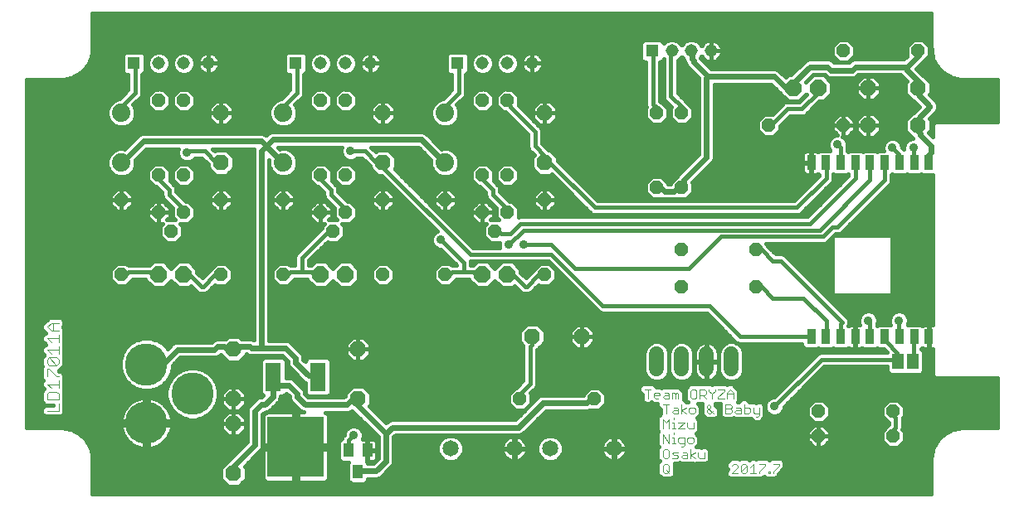
<source format=gtl>
G75*
%MOIN*%
%OFA0B0*%
%FSLAX25Y25*%
%IPPOS*%
%LPD*%
%AMOC8*
5,1,8,0,0,1.08239X$1,22.5*
%
%ADD10C,0.00400*%
%ADD11C,0.00300*%
%ADD12OC8,0.06300*%
%ADD13R,0.05150X0.05150*%
%ADD14C,0.05150*%
%ADD15C,0.07400*%
%ADD16C,0.17000*%
%ADD17C,0.06000*%
%ADD18OC8,0.05200*%
%ADD19R,0.04600X0.06300*%
%ADD20C,0.06496*%
%ADD21R,0.03543X0.05846*%
%ADD22R,0.03937X0.05512*%
%ADD23OC8,0.06600*%
%ADD24R,0.22835X0.24409*%
%ADD25R,0.06299X0.11811*%
%ADD26C,0.01600*%
%ADD27C,0.03600*%
%ADD28C,0.02200*%
D10*
X0060440Y0069356D02*
X0065044Y0069356D01*
X0065044Y0072425D01*
X0065044Y0069356D01*
X0060440Y0069356D01*
X0060440Y0073960D02*
X0060440Y0076262D01*
X0061207Y0077029D01*
X0064277Y0077029D01*
X0065044Y0076262D01*
X0065044Y0073960D01*
X0060440Y0073960D01*
X0060440Y0076262D01*
X0061207Y0077029D01*
X0064277Y0077029D01*
X0065044Y0076262D01*
X0065044Y0073960D01*
X0060440Y0073960D01*
X0061975Y0078564D02*
X0060440Y0080099D01*
X0065044Y0080099D01*
X0060440Y0080099D01*
X0061975Y0078564D01*
X0065044Y0078564D02*
X0065044Y0081633D01*
X0065044Y0078564D01*
X0065044Y0083168D02*
X0064277Y0083168D01*
X0061207Y0086237D01*
X0060440Y0086237D01*
X0060440Y0083168D01*
X0060440Y0086237D01*
X0061207Y0086237D01*
X0064277Y0083168D01*
X0065044Y0083168D01*
X0064277Y0087772D02*
X0061207Y0087772D01*
X0060440Y0088539D01*
X0060440Y0090074D01*
X0061207Y0090841D01*
X0064277Y0087772D01*
X0065044Y0088539D01*
X0065044Y0090074D01*
X0064277Y0090841D01*
X0061207Y0090841D01*
X0064277Y0087772D01*
X0065044Y0088539D01*
X0065044Y0090074D01*
X0064277Y0090841D01*
X0061207Y0090841D01*
X0060440Y0090074D01*
X0060440Y0088539D01*
X0061207Y0087772D01*
X0064277Y0087772D01*
X0065044Y0092376D02*
X0065044Y0095445D01*
X0065044Y0092376D01*
X0065044Y0093910D02*
X0060440Y0093910D01*
X0061975Y0092376D01*
X0060440Y0093910D01*
X0065044Y0093910D01*
X0065044Y0096980D02*
X0065044Y0100049D01*
X0065044Y0096980D01*
X0065044Y0098514D02*
X0060440Y0098514D01*
X0061975Y0096980D01*
X0060440Y0098514D01*
X0065044Y0098514D01*
X0065044Y0101584D02*
X0061975Y0101584D01*
X0060440Y0103118D01*
X0061975Y0104653D01*
X0065044Y0104653D01*
X0061975Y0104653D01*
X0060440Y0103118D01*
X0061975Y0101584D01*
X0065044Y0101584D01*
X0062742Y0101584D02*
X0062742Y0104653D01*
X0062742Y0101584D01*
D11*
X0300394Y0078009D02*
X0302863Y0078009D01*
X0301628Y0078009D02*
X0301628Y0074306D01*
X0304077Y0074923D02*
X0304077Y0076158D01*
X0304694Y0076775D01*
X0305929Y0076775D01*
X0306546Y0076158D01*
X0306546Y0075541D01*
X0304077Y0075541D01*
X0304077Y0074923D02*
X0304694Y0074306D01*
X0305929Y0074306D01*
X0307760Y0074923D02*
X0308378Y0075541D01*
X0310229Y0075541D01*
X0310229Y0076158D02*
X0310229Y0074306D01*
X0308378Y0074306D01*
X0307760Y0074923D01*
X0308378Y0076775D02*
X0309612Y0076775D01*
X0310229Y0076158D01*
X0311444Y0076775D02*
X0312061Y0076775D01*
X0312678Y0076158D01*
X0313295Y0076775D01*
X0313912Y0076158D01*
X0313912Y0074306D01*
X0312678Y0074306D02*
X0312678Y0076158D01*
X0311444Y0076775D02*
X0311444Y0074306D01*
X0310229Y0072009D02*
X0307760Y0072009D01*
X0308995Y0072009D02*
X0308995Y0068306D01*
X0311444Y0068923D02*
X0312061Y0069541D01*
X0313912Y0069541D01*
X0313912Y0070158D02*
X0313912Y0068306D01*
X0312061Y0068306D01*
X0311444Y0068923D01*
X0312061Y0070775D02*
X0313295Y0070775D01*
X0313912Y0070158D01*
X0315127Y0069541D02*
X0316978Y0070775D01*
X0318196Y0070158D02*
X0318813Y0070775D01*
X0320048Y0070775D01*
X0320665Y0070158D01*
X0320665Y0068923D01*
X0320048Y0068306D01*
X0318813Y0068306D01*
X0318196Y0068923D01*
X0318196Y0070158D01*
X0316978Y0068306D02*
X0315127Y0069541D01*
X0315127Y0068306D02*
X0315127Y0072009D01*
X0318810Y0074923D02*
X0319427Y0074306D01*
X0320661Y0074306D01*
X0321279Y0074923D01*
X0321279Y0077392D01*
X0320661Y0078009D01*
X0319427Y0078009D01*
X0318810Y0077392D01*
X0318810Y0074923D01*
X0322493Y0074306D02*
X0322493Y0078009D01*
X0324345Y0078009D01*
X0324962Y0077392D01*
X0324962Y0076158D01*
X0324345Y0075541D01*
X0322493Y0075541D01*
X0323727Y0075541D02*
X0324962Y0074306D01*
X0327410Y0074306D02*
X0327410Y0076158D01*
X0328645Y0077392D01*
X0328645Y0078009D01*
X0329859Y0078009D02*
X0332328Y0078009D01*
X0332328Y0077392D01*
X0329859Y0074923D01*
X0329859Y0074306D01*
X0332328Y0074306D01*
X0333542Y0074306D02*
X0333542Y0076775D01*
X0334777Y0078009D01*
X0336011Y0076775D01*
X0336011Y0074306D01*
X0336011Y0076158D02*
X0333542Y0076158D01*
X0327410Y0076158D02*
X0326176Y0077392D01*
X0326176Y0078009D01*
X0326179Y0072009D02*
X0325562Y0071392D01*
X0325562Y0070775D01*
X0328031Y0068306D01*
X0326797Y0068306D02*
X0326179Y0068306D01*
X0325562Y0068923D01*
X0325562Y0069541D01*
X0326797Y0070775D01*
X0326797Y0071392D01*
X0326179Y0072009D01*
X0328031Y0069541D02*
X0326797Y0068306D01*
X0332929Y0068306D02*
X0332929Y0072009D01*
X0334780Y0072009D01*
X0335397Y0071392D01*
X0335397Y0070775D01*
X0334780Y0070158D01*
X0332929Y0070158D01*
X0334780Y0070158D02*
X0335397Y0069541D01*
X0335397Y0068923D01*
X0334780Y0068306D01*
X0332929Y0068306D01*
X0336612Y0068923D02*
X0337229Y0069541D01*
X0339080Y0069541D01*
X0339080Y0070158D02*
X0339080Y0068306D01*
X0337229Y0068306D01*
X0336612Y0068923D01*
X0337229Y0070775D02*
X0338463Y0070775D01*
X0339080Y0070158D01*
X0340295Y0070775D02*
X0342146Y0070775D01*
X0342764Y0070158D01*
X0342764Y0068923D01*
X0342146Y0068306D01*
X0340295Y0068306D01*
X0340295Y0072009D01*
X0343978Y0070775D02*
X0343978Y0068923D01*
X0344595Y0068306D01*
X0346447Y0068306D01*
X0346447Y0067689D02*
X0345830Y0067072D01*
X0345212Y0067072D01*
X0346447Y0067689D02*
X0346447Y0070775D01*
X0320051Y0064775D02*
X0320051Y0062306D01*
X0318199Y0062306D01*
X0317582Y0062923D01*
X0317582Y0064775D01*
X0316368Y0064775D02*
X0313899Y0062306D01*
X0316368Y0062306D01*
X0316368Y0064775D02*
X0313899Y0064775D01*
X0312061Y0064775D02*
X0312061Y0062306D01*
X0311444Y0062306D02*
X0312678Y0062306D01*
X0312061Y0060627D02*
X0312061Y0060009D01*
X0312061Y0058775D02*
X0312061Y0056306D01*
X0311444Y0056306D02*
X0312678Y0056306D01*
X0313899Y0056923D02*
X0314516Y0056306D01*
X0316368Y0056306D01*
X0316368Y0055689D02*
X0316368Y0058775D01*
X0314516Y0058775D01*
X0313899Y0058158D01*
X0313899Y0056923D01*
X0315133Y0055072D02*
X0315751Y0055072D01*
X0316368Y0055689D01*
X0317582Y0056923D02*
X0318199Y0056306D01*
X0319434Y0056306D01*
X0320051Y0056923D01*
X0320051Y0058158D01*
X0319434Y0058775D01*
X0318199Y0058775D01*
X0317582Y0058158D01*
X0317582Y0056923D01*
X0318810Y0054009D02*
X0318810Y0050306D01*
X0317595Y0050306D02*
X0315744Y0050306D01*
X0315127Y0050923D01*
X0315744Y0051541D01*
X0317595Y0051541D01*
X0317595Y0052158D02*
X0317595Y0050306D01*
X0318810Y0051541D02*
X0320661Y0052775D01*
X0321879Y0052775D02*
X0321879Y0050923D01*
X0322496Y0050306D01*
X0324348Y0050306D01*
X0324348Y0052775D01*
X0320661Y0050306D02*
X0318810Y0051541D01*
X0317595Y0052158D02*
X0316978Y0052775D01*
X0315744Y0052775D01*
X0313912Y0052775D02*
X0312061Y0052775D01*
X0311444Y0052158D01*
X0312061Y0051541D01*
X0313295Y0051541D01*
X0313912Y0050923D01*
X0313295Y0050306D01*
X0311444Y0050306D01*
X0310229Y0050923D02*
X0310229Y0053392D01*
X0309612Y0054009D01*
X0308378Y0054009D01*
X0307760Y0053392D01*
X0307760Y0050923D01*
X0308378Y0050306D01*
X0309612Y0050306D01*
X0310229Y0050923D01*
X0309612Y0048009D02*
X0310229Y0047392D01*
X0310229Y0044923D01*
X0309612Y0044306D01*
X0308378Y0044306D01*
X0307760Y0044923D01*
X0307760Y0047392D01*
X0308378Y0048009D01*
X0309612Y0048009D01*
X0308995Y0045541D02*
X0310229Y0044306D01*
X0310229Y0056306D02*
X0310229Y0060009D01*
X0311444Y0058775D02*
X0312061Y0058775D01*
X0310229Y0056306D02*
X0307760Y0060009D01*
X0307760Y0056306D01*
X0307760Y0062306D02*
X0307760Y0066009D01*
X0308995Y0064775D01*
X0310229Y0066009D01*
X0310229Y0062306D01*
X0311444Y0064775D02*
X0312061Y0064775D01*
X0312061Y0066009D02*
X0312061Y0066627D01*
X0335394Y0047392D02*
X0336011Y0048009D01*
X0337246Y0048009D01*
X0337863Y0047392D01*
X0337863Y0046775D01*
X0335394Y0044306D01*
X0337863Y0044306D01*
X0339077Y0044923D02*
X0341546Y0047392D01*
X0341546Y0044923D01*
X0340929Y0044306D01*
X0339694Y0044306D01*
X0339077Y0044923D01*
X0339077Y0047392D01*
X0339694Y0048009D01*
X0340929Y0048009D01*
X0341546Y0047392D01*
X0342760Y0046775D02*
X0343995Y0048009D01*
X0343995Y0044306D01*
X0345229Y0044306D02*
X0342760Y0044306D01*
X0346444Y0044306D02*
X0346444Y0044923D01*
X0348912Y0047392D01*
X0348912Y0048009D01*
X0346444Y0048009D01*
X0350127Y0044923D02*
X0350744Y0044923D01*
X0350744Y0044306D01*
X0350127Y0044306D01*
X0350127Y0044923D01*
X0351968Y0044923D02*
X0351968Y0044306D01*
X0351968Y0044923D02*
X0354437Y0047392D01*
X0354437Y0048009D01*
X0351968Y0048009D01*
D12*
X0275244Y0099156D03*
X0255244Y0099156D03*
X0185244Y0094156D03*
X0185244Y0074156D03*
X0135244Y0074156D03*
X0135244Y0064156D03*
X0135244Y0044156D03*
X0135244Y0094156D03*
X0130244Y0169156D03*
X0130244Y0189156D03*
X0195244Y0189156D03*
X0195244Y0169156D03*
X0260244Y0169156D03*
X0260244Y0189156D03*
X0390244Y0184156D03*
X0410244Y0184156D03*
X0410244Y0199156D03*
X0390244Y0199156D03*
D13*
X0303433Y0214156D03*
X0225244Y0209156D03*
X0160244Y0209156D03*
X0095244Y0209156D03*
D14*
X0105244Y0209156D03*
X0115244Y0209156D03*
X0125244Y0209156D03*
X0170244Y0209156D03*
X0180244Y0209156D03*
X0190244Y0209156D03*
X0235244Y0209156D03*
X0245244Y0209156D03*
X0255244Y0209156D03*
X0311307Y0214156D03*
X0319181Y0214156D03*
X0327055Y0214156D03*
D15*
X0220244Y0189156D03*
X0220244Y0169156D03*
X0155244Y0169156D03*
X0155244Y0189156D03*
X0090244Y0189156D03*
X0090244Y0169156D03*
D16*
X0100244Y0088093D03*
X0118748Y0076282D03*
X0100244Y0064471D03*
D17*
X0305244Y0086156D02*
X0305244Y0092156D01*
X0315244Y0092156D02*
X0315244Y0086156D01*
X0325244Y0086156D02*
X0325244Y0092156D01*
X0335244Y0092156D02*
X0335244Y0086156D01*
D18*
X0370244Y0069156D03*
X0370244Y0059156D03*
X0400244Y0059156D03*
X0400244Y0069156D03*
X0345244Y0119156D03*
X0345244Y0134156D03*
X0315244Y0134156D03*
X0315244Y0119156D03*
X0260244Y0124156D03*
X0240244Y0141656D03*
X0235244Y0149156D03*
X0245244Y0149156D03*
X0260244Y0154156D03*
X0245244Y0164156D03*
X0235244Y0164156D03*
X0220244Y0154156D03*
X0195244Y0154156D03*
X0180244Y0149156D03*
X0175244Y0141656D03*
X0170244Y0149156D03*
X0155244Y0154156D03*
X0170244Y0164156D03*
X0180244Y0164156D03*
X0130244Y0154156D03*
X0115244Y0149156D03*
X0110244Y0141656D03*
X0105244Y0149156D03*
X0090244Y0154156D03*
X0105244Y0164156D03*
X0115244Y0164156D03*
X0115244Y0194156D03*
X0105244Y0194156D03*
X0170244Y0194156D03*
X0180244Y0194156D03*
X0235244Y0194156D03*
X0245244Y0194156D03*
X0305244Y0189156D03*
X0315244Y0189156D03*
X0350244Y0184156D03*
X0380244Y0184156D03*
X0380244Y0214156D03*
X0410244Y0214156D03*
X0315244Y0159156D03*
X0305244Y0159156D03*
X0220244Y0124156D03*
X0195244Y0124156D03*
X0155244Y0124156D03*
X0130244Y0124156D03*
X0090244Y0124156D03*
X0250244Y0074156D03*
X0280244Y0074156D03*
D19*
X0402244Y0089156D03*
X0408244Y0089156D03*
D20*
X0288039Y0054156D03*
X0262449Y0054156D03*
X0248039Y0054156D03*
X0222449Y0054156D03*
D21*
X0367291Y0099146D03*
X0373197Y0099146D03*
X0379102Y0099146D03*
X0385008Y0099146D03*
X0390913Y0099146D03*
X0396819Y0099146D03*
X0402724Y0099146D03*
X0408630Y0099146D03*
X0414535Y0099146D03*
X0414535Y0169166D03*
X0408630Y0169166D03*
X0402724Y0169166D03*
X0396819Y0169166D03*
X0390913Y0169166D03*
X0385008Y0169166D03*
X0379102Y0169166D03*
X0373197Y0169166D03*
X0367291Y0169166D03*
D22*
X0188984Y0053487D03*
X0181504Y0053487D03*
X0185244Y0044825D03*
D23*
X0180244Y0124156D03*
X0170244Y0124156D03*
X0115244Y0124156D03*
X0105244Y0124156D03*
X0235244Y0124156D03*
X0245244Y0124156D03*
X0360244Y0199156D03*
X0370244Y0199156D03*
D24*
X0160244Y0054786D03*
D25*
X0151268Y0083054D03*
X0169220Y0083054D03*
D26*
X0078603Y0049606D02*
X0078603Y0035956D01*
X0415586Y0035956D01*
X0415586Y0049606D01*
X0415564Y0049631D01*
X0415586Y0049933D01*
X0415586Y0050236D01*
X0415609Y0050259D01*
X0415689Y0051377D01*
X0415654Y0051431D01*
X0415712Y0051699D01*
X0415732Y0051973D01*
X0415781Y0052015D01*
X0416026Y0053142D01*
X0415999Y0053201D01*
X0416095Y0053458D01*
X0416153Y0053726D01*
X0416208Y0053761D01*
X0416611Y0054841D01*
X0416592Y0054903D01*
X0416724Y0055144D01*
X0416819Y0055401D01*
X0416879Y0055428D01*
X0417431Y0056439D01*
X0417422Y0056504D01*
X0417586Y0056723D01*
X0417717Y0056964D01*
X0417780Y0056982D01*
X0418471Y0057905D01*
X0418471Y0057970D01*
X0418665Y0058164D01*
X0418829Y0058383D01*
X0418893Y0058393D01*
X0419708Y0059208D01*
X0419718Y0059272D01*
X0419937Y0059437D01*
X0420131Y0059630D01*
X0420196Y0059630D01*
X0421119Y0060321D01*
X0421137Y0060384D01*
X0421378Y0060515D01*
X0421597Y0060679D01*
X0421662Y0060670D01*
X0422673Y0061222D01*
X0422700Y0061282D01*
X0422957Y0061377D01*
X0423198Y0061509D01*
X0423260Y0061490D01*
X0424340Y0061893D01*
X0424375Y0061948D01*
X0424643Y0062006D01*
X0424900Y0062102D01*
X0424959Y0062075D01*
X0426086Y0062320D01*
X0426128Y0062369D01*
X0426402Y0062389D01*
X0426670Y0062447D01*
X0426724Y0062412D01*
X0427842Y0062492D01*
X0427865Y0062515D01*
X0428168Y0062515D01*
X0428470Y0062537D01*
X0428495Y0062515D01*
X0442145Y0062515D01*
X0442145Y0082556D01*
X0417081Y0082556D01*
X0416144Y0083493D01*
X0416144Y0094423D01*
X0414621Y0094423D01*
X0414621Y0099060D01*
X0414450Y0099060D01*
X0414450Y0094423D01*
X0412527Y0094423D01*
X0412069Y0094546D01*
X0411742Y0094735D01*
X0411313Y0094306D01*
X0411373Y0094306D01*
X0412544Y0093135D01*
X0412544Y0085178D01*
X0411373Y0084006D01*
X0399116Y0084006D01*
X0397944Y0085178D01*
X0397944Y0087256D01*
X0372504Y0087256D01*
X0356294Y0071046D01*
X0356294Y0070450D01*
X0355716Y0069054D01*
X0354647Y0067985D01*
X0353250Y0067406D01*
X0351738Y0067406D01*
X0350342Y0067985D01*
X0349273Y0069054D01*
X0348694Y0070450D01*
X0348694Y0071962D01*
X0349273Y0073359D01*
X0350342Y0074428D01*
X0351738Y0075006D01*
X0352334Y0075006D01*
X0369758Y0092430D01*
X0370787Y0092856D01*
X0397734Y0092856D01*
X0396367Y0094223D01*
X0394219Y0094223D01*
X0393866Y0094576D01*
X0393513Y0094223D01*
X0388313Y0094223D01*
X0387802Y0094735D01*
X0387474Y0094546D01*
X0387016Y0094423D01*
X0385094Y0094423D01*
X0385094Y0099060D01*
X0384922Y0099060D01*
X0384922Y0094423D01*
X0382999Y0094423D01*
X0382541Y0094546D01*
X0382214Y0094735D01*
X0381702Y0094223D01*
X0376502Y0094223D01*
X0376150Y0094576D01*
X0375797Y0094223D01*
X0370597Y0094223D01*
X0370244Y0094576D01*
X0369891Y0094223D01*
X0364691Y0094223D01*
X0363520Y0095395D01*
X0363520Y0096356D01*
X0338287Y0096356D01*
X0337258Y0096782D01*
X0325334Y0108706D01*
X0283037Y0108706D01*
X0282008Y0109132D01*
X0261634Y0129506D01*
X0230494Y0129506D01*
X0230494Y0127956D01*
X0231549Y0127956D01*
X0233049Y0129456D01*
X0237439Y0129456D01*
X0240244Y0126651D01*
X0243049Y0129456D01*
X0247439Y0129456D01*
X0250544Y0126351D01*
X0250544Y0125116D01*
X0252719Y0122941D01*
X0255644Y0125866D01*
X0255644Y0126062D01*
X0258339Y0128756D01*
X0262149Y0128756D01*
X0264844Y0126062D01*
X0264844Y0122251D01*
X0262149Y0119556D01*
X0258339Y0119556D01*
X0257796Y0120099D01*
X0255418Y0117720D01*
X0254630Y0116932D01*
X0253601Y0116506D01*
X0251837Y0116506D01*
X0250808Y0116932D01*
X0248162Y0119579D01*
X0247439Y0118856D01*
X0243049Y0118856D01*
X0240244Y0121661D01*
X0237439Y0118856D01*
X0233049Y0118856D01*
X0229944Y0121961D01*
X0229944Y0122356D01*
X0224844Y0122356D01*
X0224844Y0122251D01*
X0222149Y0119556D01*
X0218339Y0119556D01*
X0215644Y0122251D01*
X0215644Y0126062D01*
X0218339Y0128756D01*
X0222149Y0128756D01*
X0222949Y0127956D01*
X0224834Y0127956D01*
X0218434Y0134356D01*
X0217838Y0134356D01*
X0216442Y0134935D01*
X0215373Y0136004D01*
X0214794Y0137400D01*
X0214794Y0138912D01*
X0215373Y0140309D01*
X0216442Y0141378D01*
X0217022Y0141618D01*
X0194634Y0164006D01*
X0193111Y0164006D01*
X0190094Y0167023D01*
X0190094Y0167896D01*
X0186884Y0171106D01*
X0184768Y0171106D01*
X0184347Y0170685D01*
X0182950Y0170106D01*
X0181438Y0170106D01*
X0180042Y0170685D01*
X0178973Y0171754D01*
X0178394Y0173150D01*
X0178394Y0174662D01*
X0178682Y0175356D01*
X0153278Y0175356D01*
X0153875Y0174759D01*
X0154110Y0174856D01*
X0156378Y0174856D01*
X0158473Y0173988D01*
X0160076Y0172385D01*
X0160944Y0170290D01*
X0160944Y0168022D01*
X0160076Y0165927D01*
X0158473Y0164324D01*
X0156378Y0163456D01*
X0154110Y0163456D01*
X0152015Y0164324D01*
X0150412Y0165927D01*
X0149544Y0168022D01*
X0149544Y0170290D01*
X0149554Y0170313D01*
X0149544Y0170322D01*
X0149544Y0097706D01*
X0156811Y0097706D01*
X0157950Y0097234D01*
X0158822Y0096362D01*
X0158822Y0096362D01*
X0161850Y0093334D01*
X0161850Y0093334D01*
X0162722Y0092462D01*
X0163194Y0091323D01*
X0163194Y0090040D01*
X0164071Y0089163D01*
X0164071Y0089788D01*
X0165242Y0090959D01*
X0173198Y0090959D01*
X0174370Y0089788D01*
X0174370Y0076320D01*
X0173198Y0075148D01*
X0165242Y0075148D01*
X0164071Y0076320D01*
X0164071Y0080707D01*
X0163538Y0080928D01*
X0158338Y0086128D01*
X0157466Y0087000D01*
X0156994Y0088140D01*
X0156994Y0089422D01*
X0154910Y0091506D01*
X0141927Y0091506D01*
X0140788Y0091978D01*
X0140610Y0092156D01*
X0140394Y0092156D01*
X0140394Y0092023D01*
X0137377Y0089006D01*
X0133111Y0089006D01*
X0130094Y0092023D01*
X0130094Y0092072D01*
X0129350Y0091328D01*
X0128211Y0090856D01*
X0113928Y0090856D01*
X0110744Y0087672D01*
X0110744Y0086711D01*
X0110029Y0084040D01*
X0108646Y0081646D01*
X0106691Y0079691D01*
X0104297Y0078309D01*
X0101626Y0077593D01*
X0098862Y0077593D01*
X0096191Y0078309D01*
X0093797Y0079691D01*
X0091842Y0081646D01*
X0090460Y0084040D01*
X0089744Y0086711D01*
X0089744Y0089476D01*
X0090460Y0092146D01*
X0091842Y0094540D01*
X0093797Y0096495D01*
X0096191Y0097878D01*
X0098862Y0098593D01*
X0101626Y0098593D01*
X0104297Y0097878D01*
X0106691Y0096495D01*
X0108646Y0094540D01*
X0108719Y0094415D01*
X0110888Y0096584D01*
X0112027Y0097056D01*
X0126310Y0097056D01*
X0127138Y0097884D01*
X0128277Y0098356D01*
X0132111Y0098356D01*
X0132146Y0098341D01*
X0133111Y0099306D01*
X0137377Y0099306D01*
X0138327Y0098356D01*
X0142511Y0098356D01*
X0143344Y0098011D01*
X0143344Y0174523D01*
X0143420Y0174706D01*
X0126854Y0174706D01*
X0127682Y0173878D01*
X0128111Y0174306D01*
X0132377Y0174306D01*
X0135394Y0171289D01*
X0135394Y0167023D01*
X0132377Y0164006D01*
X0128111Y0164006D01*
X0125094Y0167023D01*
X0125094Y0168546D01*
X0122534Y0171106D01*
X0119767Y0171106D01*
X0119766Y0171104D01*
X0118697Y0170035D01*
X0117300Y0169456D01*
X0115788Y0169456D01*
X0114392Y0170035D01*
X0113323Y0171104D01*
X0112744Y0172500D01*
X0112744Y0174012D01*
X0113032Y0174706D01*
X0100278Y0174706D01*
X0095920Y0170348D01*
X0095944Y0170290D01*
X0095944Y0168022D01*
X0095076Y0165927D01*
X0093473Y0164324D01*
X0091378Y0163456D01*
X0089110Y0163456D01*
X0087015Y0164324D01*
X0085412Y0165927D01*
X0084544Y0168022D01*
X0084544Y0170290D01*
X0085412Y0172385D01*
X0087015Y0173988D01*
X0089110Y0174856D01*
X0091378Y0174856D01*
X0091577Y0174774D01*
X0096366Y0179562D01*
X0097238Y0180434D01*
X0098377Y0180906D01*
X0147061Y0180906D01*
X0148200Y0180434D01*
X0148394Y0180240D01*
X0149238Y0181084D01*
X0150377Y0181556D01*
X0211411Y0181556D01*
X0212550Y0181084D01*
X0213422Y0180212D01*
X0218875Y0174759D01*
X0219110Y0174856D01*
X0221378Y0174856D01*
X0223473Y0173988D01*
X0225076Y0172385D01*
X0225944Y0170290D01*
X0225944Y0168022D01*
X0225076Y0165927D01*
X0223473Y0164324D01*
X0221378Y0163456D01*
X0219110Y0163456D01*
X0217015Y0164324D01*
X0215412Y0165927D01*
X0214544Y0168022D01*
X0214544Y0170290D01*
X0214554Y0170313D01*
X0209510Y0175356D01*
X0190554Y0175356D01*
X0192357Y0173553D01*
X0193111Y0174306D01*
X0197377Y0174306D01*
X0200394Y0171289D01*
X0200394Y0167023D01*
X0199966Y0166594D01*
X0231454Y0135106D01*
X0242237Y0135106D01*
X0242094Y0135450D01*
X0242094Y0136962D01*
X0242133Y0137056D01*
X0238339Y0137056D01*
X0235644Y0139751D01*
X0235644Y0143562D01*
X0236839Y0144756D01*
X0235244Y0144756D01*
X0235244Y0149156D01*
X0235244Y0149156D01*
X0230844Y0149156D01*
X0230844Y0147334D01*
X0233422Y0144756D01*
X0235244Y0144756D01*
X0235244Y0149156D01*
X0235244Y0149156D01*
X0230844Y0149156D01*
X0230844Y0150979D01*
X0233422Y0153556D01*
X0235244Y0153556D01*
X0235244Y0149156D01*
X0235244Y0149156D01*
X0239644Y0149156D01*
X0239644Y0147334D01*
X0238567Y0146256D01*
X0241639Y0146256D01*
X0240644Y0147251D01*
X0240644Y0151062D01*
X0240687Y0151104D01*
X0237808Y0153982D01*
X0237020Y0154770D01*
X0236594Y0155799D01*
X0236594Y0157146D01*
X0234184Y0159556D01*
X0233339Y0159556D01*
X0230644Y0162251D01*
X0230644Y0166062D01*
X0233339Y0168756D01*
X0237149Y0168756D01*
X0239844Y0166062D01*
X0239844Y0162251D01*
X0239627Y0162033D01*
X0241768Y0159892D01*
X0242194Y0158863D01*
X0242194Y0157516D01*
X0245954Y0153756D01*
X0247149Y0153756D01*
X0249844Y0151062D01*
X0249844Y0147438D01*
X0249887Y0147456D01*
X0365634Y0147456D01*
X0382194Y0164016D01*
X0382194Y0164456D01*
X0382055Y0164595D01*
X0381702Y0164243D01*
X0376502Y0164243D01*
X0376150Y0164595D01*
X0376094Y0164540D01*
X0376094Y0162299D01*
X0375668Y0161270D01*
X0363968Y0149570D01*
X0363180Y0148782D01*
X0362151Y0148356D01*
X0279787Y0148356D01*
X0278758Y0148782D01*
X0262956Y0164585D01*
X0262377Y0164006D01*
X0258111Y0164006D01*
X0255094Y0167023D01*
X0255094Y0171289D01*
X0255998Y0172193D01*
X0253920Y0174270D01*
X0253494Y0175299D01*
X0253494Y0180546D01*
X0244484Y0189556D01*
X0243339Y0189556D01*
X0240644Y0192251D01*
X0240644Y0196062D01*
X0243339Y0198756D01*
X0243916Y0198756D01*
X0244037Y0198806D01*
X0245151Y0198806D01*
X0245272Y0198756D01*
X0247149Y0198756D01*
X0249844Y0196062D01*
X0249844Y0192251D01*
X0249777Y0192183D01*
X0258668Y0183292D01*
X0259094Y0182263D01*
X0259094Y0177016D01*
X0261780Y0174330D01*
X0261780Y0174330D01*
X0261804Y0174306D01*
X0262377Y0174306D01*
X0265394Y0171289D01*
X0265394Y0170066D01*
X0281504Y0153956D01*
X0360434Y0153956D01*
X0370494Y0164016D01*
X0370494Y0164345D01*
X0370085Y0164754D01*
X0369758Y0164565D01*
X0369300Y0164443D01*
X0367377Y0164443D01*
X0367377Y0169080D01*
X0367205Y0169080D01*
X0363720Y0169080D01*
X0363720Y0166006D01*
X0363842Y0165548D01*
X0364079Y0165138D01*
X0364414Y0164802D01*
X0364825Y0164565D01*
X0365283Y0164443D01*
X0367205Y0164443D01*
X0367205Y0169080D01*
X0367205Y0169252D01*
X0363720Y0169252D01*
X0363720Y0172326D01*
X0363842Y0172784D01*
X0364079Y0173194D01*
X0364414Y0173530D01*
X0364825Y0173767D01*
X0365283Y0173889D01*
X0367205Y0173889D01*
X0367205Y0169252D01*
X0367377Y0169252D01*
X0367377Y0173889D01*
X0369300Y0173889D01*
X0369758Y0173767D01*
X0370085Y0173578D01*
X0370597Y0174089D01*
X0374887Y0174089D01*
X0374623Y0174354D01*
X0374044Y0175750D01*
X0374044Y0177262D01*
X0374623Y0178659D01*
X0375692Y0179728D01*
X0377088Y0180306D01*
X0377872Y0180306D01*
X0375844Y0182334D01*
X0375844Y0184156D01*
X0380244Y0184156D01*
X0380244Y0184156D01*
X0380244Y0179756D01*
X0379928Y0179756D01*
X0379997Y0179728D01*
X0381066Y0178659D01*
X0381644Y0177262D01*
X0381644Y0176487D01*
X0381944Y0175763D01*
X0381944Y0173848D01*
X0382055Y0173737D01*
X0382408Y0174089D01*
X0387608Y0174089D01*
X0387961Y0173737D01*
X0388313Y0174089D01*
X0393513Y0174089D01*
X0393866Y0173737D01*
X0394219Y0174089D01*
X0396294Y0174089D01*
X0396144Y0174450D01*
X0396144Y0175962D01*
X0396723Y0177359D01*
X0397792Y0178428D01*
X0399188Y0179006D01*
X0400700Y0179006D01*
X0402097Y0178428D01*
X0403166Y0177359D01*
X0403744Y0175962D01*
X0403744Y0175366D01*
X0404594Y0174516D01*
X0404594Y0175962D01*
X0405173Y0177359D01*
X0406242Y0178428D01*
X0407638Y0179006D01*
X0408219Y0179006D01*
X0408219Y0179006D01*
X0408111Y0179006D01*
X0405094Y0182023D01*
X0405094Y0186289D01*
X0408111Y0189306D01*
X0408360Y0189306D01*
X0410835Y0191781D01*
X0408610Y0194006D01*
X0408111Y0194006D01*
X0405094Y0197023D01*
X0405094Y0201289D01*
X0405810Y0202006D01*
X0403210Y0204606D01*
X0386278Y0204606D01*
X0385450Y0203778D01*
X0384311Y0203306D01*
X0374627Y0203306D01*
X0373488Y0203778D01*
X0372660Y0204606D01*
X0368078Y0204606D01*
X0365184Y0201712D01*
X0365244Y0201651D01*
X0368049Y0204456D01*
X0372439Y0204456D01*
X0375544Y0201351D01*
X0375544Y0196961D01*
X0372439Y0193856D01*
X0370554Y0193856D01*
X0365130Y0188432D01*
X0364101Y0188006D01*
X0358854Y0188006D01*
X0354844Y0183996D01*
X0354844Y0182251D01*
X0352149Y0179556D01*
X0348339Y0179556D01*
X0345644Y0182251D01*
X0345644Y0186062D01*
X0348339Y0188756D01*
X0351684Y0188756D01*
X0355320Y0192392D01*
X0356108Y0193180D01*
X0357137Y0193606D01*
X0362384Y0193606D01*
X0365342Y0196563D01*
X0365244Y0196661D01*
X0362439Y0193856D01*
X0358049Y0193856D01*
X0354944Y0196961D01*
X0354944Y0196972D01*
X0351210Y0200706D01*
X0328294Y0200706D01*
X0328294Y0170690D01*
X0327822Y0169550D01*
X0319589Y0161317D01*
X0319844Y0161062D01*
X0319844Y0157251D01*
X0317149Y0154556D01*
X0313339Y0154556D01*
X0313184Y0154711D01*
X0312811Y0154556D01*
X0307677Y0154556D01*
X0307304Y0154711D01*
X0307149Y0154556D01*
X0303339Y0154556D01*
X0300644Y0157251D01*
X0300644Y0161062D01*
X0303339Y0163756D01*
X0307149Y0163756D01*
X0309844Y0161062D01*
X0309844Y0160756D01*
X0310644Y0160756D01*
X0310644Y0161062D01*
X0313339Y0163756D01*
X0313381Y0163756D01*
X0313466Y0163962D01*
X0314338Y0164834D01*
X0322094Y0172590D01*
X0322094Y0203172D01*
X0317366Y0207900D01*
X0316906Y0209010D01*
X0316716Y0209200D01*
X0316244Y0210340D01*
X0316244Y0210623D01*
X0315303Y0211565D01*
X0315244Y0211706D01*
X0315185Y0211565D01*
X0313898Y0210278D01*
X0313694Y0210193D01*
X0313694Y0197166D01*
X0317030Y0193830D01*
X0317104Y0193756D01*
X0317149Y0193756D01*
X0319844Y0191062D01*
X0319844Y0187251D01*
X0317149Y0184556D01*
X0313339Y0184556D01*
X0310644Y0187251D01*
X0310644Y0191062D01*
X0311262Y0191679D01*
X0308520Y0194420D01*
X0308094Y0195449D01*
X0308094Y0210899D01*
X0308008Y0210986D01*
X0308008Y0210753D01*
X0306836Y0209581D01*
X0306544Y0209581D01*
X0306544Y0193916D01*
X0306630Y0193830D01*
X0306704Y0193756D01*
X0307149Y0193756D01*
X0309844Y0191062D01*
X0309844Y0187251D01*
X0307149Y0184556D01*
X0303339Y0184556D01*
X0300644Y0187251D01*
X0300644Y0191062D01*
X0301189Y0191607D01*
X0300944Y0192199D01*
X0300944Y0209581D01*
X0300030Y0209581D01*
X0298858Y0210753D01*
X0298858Y0217559D01*
X0300030Y0218731D01*
X0306836Y0218731D01*
X0308008Y0217559D01*
X0308008Y0217327D01*
X0308716Y0218034D01*
X0310397Y0218731D01*
X0312217Y0218731D01*
X0313898Y0218034D01*
X0315185Y0216748D01*
X0315244Y0216606D01*
X0315303Y0216748D01*
X0316590Y0218034D01*
X0318271Y0218731D01*
X0320091Y0218731D01*
X0321773Y0218034D01*
X0323059Y0216748D01*
X0323242Y0216308D01*
X0323313Y0216449D01*
X0323718Y0217006D01*
X0324205Y0217493D01*
X0324762Y0217898D01*
X0325376Y0218210D01*
X0326031Y0218423D01*
X0326711Y0218531D01*
X0327055Y0218531D01*
X0327055Y0214156D01*
X0327055Y0214156D01*
X0327055Y0209781D01*
X0326711Y0209781D01*
X0326031Y0209889D01*
X0325376Y0210102D01*
X0324762Y0210414D01*
X0324205Y0210819D01*
X0323718Y0211306D01*
X0323313Y0211863D01*
X0323242Y0212004D01*
X0323059Y0211565D01*
X0322896Y0211401D01*
X0323082Y0210953D01*
X0327128Y0206906D01*
X0353111Y0206906D01*
X0354250Y0206434D01*
X0357138Y0203546D01*
X0358049Y0204456D01*
X0359160Y0204456D01*
X0359188Y0204484D01*
X0365038Y0210334D01*
X0366177Y0210806D01*
X0374561Y0210806D01*
X0375700Y0210334D01*
X0376528Y0209506D01*
X0382410Y0209506D01*
X0383238Y0210334D01*
X0384377Y0210806D01*
X0404510Y0210806D01*
X0405799Y0212095D01*
X0405644Y0212251D01*
X0405644Y0216062D01*
X0408339Y0218756D01*
X0412149Y0218756D01*
X0414844Y0216062D01*
X0414844Y0212251D01*
X0412149Y0209556D01*
X0412028Y0209556D01*
X0409528Y0207056D01*
X0412278Y0204306D01*
X0412377Y0204306D01*
X0415394Y0201289D01*
X0415394Y0197023D01*
X0414878Y0196507D01*
X0417522Y0193862D01*
X0417994Y0192723D01*
X0417994Y0190840D01*
X0417522Y0189700D01*
X0416650Y0188828D01*
X0414753Y0186931D01*
X0415394Y0186289D01*
X0415394Y0182023D01*
X0414578Y0181207D01*
X0416144Y0179640D01*
X0416144Y0184819D01*
X0417081Y0185756D01*
X0442145Y0185756D01*
X0442145Y0202648D01*
X0428495Y0202648D01*
X0428470Y0202626D01*
X0428168Y0202648D01*
X0427865Y0202648D01*
X0427842Y0202671D01*
X0426724Y0202751D01*
X0426670Y0202716D01*
X0426402Y0202774D01*
X0426128Y0202793D01*
X0426086Y0202843D01*
X0424959Y0203088D01*
X0424900Y0203061D01*
X0424643Y0203156D01*
X0424375Y0203215D01*
X0424340Y0203269D01*
X0423260Y0203672D01*
X0423198Y0203654D01*
X0422957Y0203785D01*
X0422700Y0203881D01*
X0422673Y0203940D01*
X0421662Y0204493D01*
X0421597Y0204483D01*
X0421378Y0204648D01*
X0421137Y0204779D01*
X0421119Y0204842D01*
X0420196Y0205532D01*
X0420131Y0205532D01*
X0419937Y0205726D01*
X0419718Y0205890D01*
X0419708Y0205955D01*
X0418893Y0206770D01*
X0418829Y0206779D01*
X0418665Y0206999D01*
X0418471Y0207193D01*
X0418471Y0207258D01*
X0417780Y0208180D01*
X0417717Y0208199D01*
X0417586Y0208439D01*
X0417422Y0208659D01*
X0417431Y0208723D01*
X0416879Y0209735D01*
X0416819Y0209762D01*
X0416724Y0210019D01*
X0416592Y0210259D01*
X0416611Y0210322D01*
X0416208Y0211402D01*
X0416153Y0211437D01*
X0416095Y0211705D01*
X0415999Y0211962D01*
X0416026Y0212021D01*
X0415781Y0213147D01*
X0415732Y0213190D01*
X0415712Y0213464D01*
X0415654Y0213731D01*
X0415689Y0213786D01*
X0415609Y0214904D01*
X0415586Y0214927D01*
X0415586Y0215230D01*
X0415564Y0215532D01*
X0415586Y0215557D01*
X0415586Y0229156D01*
X0078603Y0229156D01*
X0078603Y0215557D01*
X0078625Y0215532D01*
X0078603Y0215230D01*
X0078603Y0214927D01*
X0078580Y0214904D01*
X0078500Y0213786D01*
X0078535Y0213731D01*
X0078477Y0213464D01*
X0078457Y0213190D01*
X0078408Y0213147D01*
X0078163Y0212021D01*
X0078190Y0211962D01*
X0078094Y0211705D01*
X0078036Y0211437D01*
X0077981Y0211402D01*
X0077578Y0210322D01*
X0077597Y0210259D01*
X0077465Y0210019D01*
X0077370Y0209762D01*
X0077310Y0209735D01*
X0076758Y0208723D01*
X0076767Y0208659D01*
X0076603Y0208439D01*
X0076472Y0208199D01*
X0076409Y0208180D01*
X0075718Y0207258D01*
X0075718Y0207193D01*
X0075524Y0206999D01*
X0075360Y0206779D01*
X0075296Y0206770D01*
X0074481Y0205955D01*
X0074471Y0205890D01*
X0074252Y0205726D01*
X0074058Y0205532D01*
X0073993Y0205532D01*
X0073070Y0204842D01*
X0073052Y0204779D01*
X0072811Y0204648D01*
X0072592Y0204483D01*
X0072527Y0204493D01*
X0071516Y0203940D01*
X0071489Y0203881D01*
X0071232Y0203785D01*
X0070991Y0203654D01*
X0070929Y0203672D01*
X0069849Y0203269D01*
X0069814Y0203215D01*
X0069546Y0203156D01*
X0069289Y0203061D01*
X0069230Y0203088D01*
X0068103Y0202843D01*
X0068061Y0202793D01*
X0067787Y0202774D01*
X0067519Y0202716D01*
X0067464Y0202751D01*
X0066347Y0202671D01*
X0066323Y0202648D01*
X0066021Y0202648D01*
X0065719Y0202626D01*
X0065694Y0202648D01*
X0052044Y0202648D01*
X0052044Y0062515D01*
X0065694Y0062515D01*
X0065719Y0062537D01*
X0066021Y0062515D01*
X0066323Y0062515D01*
X0066347Y0062492D01*
X0067464Y0062412D01*
X0067519Y0062447D01*
X0067787Y0062389D01*
X0068061Y0062369D01*
X0068103Y0062320D01*
X0069230Y0062075D01*
X0069289Y0062102D01*
X0069546Y0062006D01*
X0069814Y0061948D01*
X0069849Y0061893D01*
X0070929Y0061490D01*
X0070991Y0061509D01*
X0071232Y0061377D01*
X0071489Y0061282D01*
X0071516Y0061222D01*
X0072527Y0060670D01*
X0072592Y0060679D01*
X0072811Y0060515D01*
X0073052Y0060384D01*
X0073070Y0060321D01*
X0073993Y0059630D01*
X0074058Y0059630D01*
X0074252Y0059437D01*
X0074471Y0059272D01*
X0074481Y0059208D01*
X0075296Y0058393D01*
X0075360Y0058383D01*
X0075524Y0058164D01*
X0075718Y0057970D01*
X0075718Y0057905D01*
X0076409Y0056982D01*
X0076472Y0056964D01*
X0076603Y0056723D01*
X0076767Y0056504D01*
X0076758Y0056439D01*
X0077310Y0055428D01*
X0077370Y0055401D01*
X0077465Y0055144D01*
X0077597Y0054903D01*
X0077578Y0054841D01*
X0077981Y0053761D01*
X0078036Y0053726D01*
X0078094Y0053458D01*
X0078190Y0053201D01*
X0078163Y0053142D01*
X0078408Y0052015D01*
X0078457Y0051973D01*
X0078477Y0051699D01*
X0078535Y0051431D01*
X0078500Y0051377D01*
X0078580Y0050259D01*
X0078603Y0050236D01*
X0078603Y0049933D01*
X0078625Y0049631D01*
X0078603Y0049606D01*
X0078603Y0050141D02*
X0133995Y0050141D01*
X0133160Y0049306D02*
X0133111Y0049306D01*
X0130094Y0046289D01*
X0130094Y0042023D01*
X0133111Y0039006D01*
X0137377Y0039006D01*
X0140394Y0042023D01*
X0140394Y0046289D01*
X0139653Y0047031D01*
X0146472Y0053850D01*
X0146944Y0054990D01*
X0146944Y0067972D01*
X0147728Y0068756D01*
X0148361Y0068756D01*
X0149500Y0069228D01*
X0150372Y0070100D01*
X0153622Y0073350D01*
X0154094Y0074490D01*
X0154094Y0075148D01*
X0155246Y0075148D01*
X0156417Y0076320D01*
X0156417Y0076349D01*
X0157644Y0075122D01*
X0157644Y0074490D01*
X0158116Y0073350D01*
X0162238Y0069228D01*
X0163294Y0068791D01*
X0161044Y0068791D01*
X0161044Y0055586D01*
X0173461Y0055586D01*
X0173461Y0067228D01*
X0173339Y0067686D01*
X0173102Y0068096D01*
X0172767Y0068431D01*
X0172356Y0068668D01*
X0172028Y0068756D01*
X0181511Y0068756D01*
X0182650Y0069228D01*
X0182770Y0069348D01*
X0183111Y0069006D01*
X0183260Y0069006D01*
X0193394Y0058872D01*
X0193394Y0050390D01*
X0191310Y0048306D01*
X0189213Y0048306D01*
X0189213Y0048410D01*
X0188691Y0048931D01*
X0188800Y0048931D01*
X0188800Y0053303D01*
X0189169Y0053303D01*
X0189169Y0053671D01*
X0192753Y0053671D01*
X0192753Y0056480D01*
X0192630Y0056938D01*
X0192393Y0057348D01*
X0192058Y0057683D01*
X0191648Y0057920D01*
X0191190Y0058043D01*
X0189169Y0058043D01*
X0189169Y0053671D01*
X0188800Y0053671D01*
X0188800Y0058043D01*
X0187001Y0058043D01*
X0187294Y0058750D01*
X0187294Y0060262D01*
X0186716Y0061659D01*
X0185647Y0062728D01*
X0184250Y0063306D01*
X0182738Y0063306D01*
X0181342Y0062728D01*
X0180273Y0061659D01*
X0179694Y0060262D01*
X0179694Y0059666D01*
X0179170Y0059142D01*
X0178798Y0058243D01*
X0178707Y0058243D01*
X0177535Y0057071D01*
X0177535Y0049903D01*
X0178707Y0048731D01*
X0181597Y0048731D01*
X0181276Y0048410D01*
X0181276Y0041241D01*
X0182447Y0040070D01*
X0188041Y0040070D01*
X0189213Y0041241D01*
X0189213Y0042106D01*
X0193211Y0042106D01*
X0194350Y0042578D01*
X0198250Y0046478D01*
X0199122Y0047350D01*
X0199594Y0048490D01*
X0199594Y0058872D01*
X0200378Y0059656D01*
X0250411Y0059656D01*
X0251550Y0060128D01*
X0252422Y0061000D01*
X0260828Y0069406D01*
X0277711Y0069406D01*
X0278261Y0069634D01*
X0278339Y0069556D01*
X0282149Y0069556D01*
X0284844Y0072251D01*
X0284844Y0076062D01*
X0282149Y0078756D01*
X0278339Y0078756D01*
X0275644Y0076062D01*
X0275644Y0075606D01*
X0258927Y0075606D01*
X0257788Y0075134D01*
X0248510Y0065856D01*
X0198477Y0065856D01*
X0197338Y0065384D01*
X0196494Y0064540D01*
X0189703Y0071332D01*
X0190394Y0072023D01*
X0190394Y0076289D01*
X0187377Y0079306D01*
X0183111Y0079306D01*
X0180094Y0076289D01*
X0180094Y0075440D01*
X0179610Y0074956D01*
X0165278Y0074956D01*
X0163844Y0076390D01*
X0163844Y0077023D01*
X0163372Y0078162D01*
X0162500Y0079034D01*
X0159250Y0082284D01*
X0158111Y0082756D01*
X0156417Y0082756D01*
X0156417Y0089788D01*
X0155246Y0090959D01*
X0147290Y0090959D01*
X0146118Y0089788D01*
X0146118Y0076320D01*
X0146971Y0075467D01*
X0146460Y0074956D01*
X0145827Y0074956D01*
X0144688Y0074484D01*
X0142088Y0071884D01*
X0141216Y0071012D01*
X0140744Y0069873D01*
X0140744Y0056890D01*
X0133160Y0049306D01*
X0132348Y0048543D02*
X0078603Y0048543D01*
X0078603Y0046944D02*
X0130749Y0046944D01*
X0130094Y0045346D02*
X0078603Y0045346D01*
X0078603Y0043747D02*
X0130094Y0043747D01*
X0130094Y0042149D02*
X0078603Y0042149D01*
X0078603Y0040550D02*
X0131567Y0040550D01*
X0138921Y0040550D02*
X0181966Y0040550D01*
X0181276Y0042149D02*
X0173409Y0042149D01*
X0173461Y0042344D02*
X0173461Y0053986D01*
X0161044Y0053986D01*
X0161044Y0040781D01*
X0171898Y0040781D01*
X0172356Y0040904D01*
X0172767Y0041141D01*
X0173102Y0041476D01*
X0173339Y0041887D01*
X0173461Y0042344D01*
X0173461Y0043747D02*
X0181276Y0043747D01*
X0181276Y0045346D02*
X0173461Y0045346D01*
X0173461Y0046944D02*
X0181276Y0046944D01*
X0181409Y0048543D02*
X0173461Y0048543D01*
X0173461Y0050141D02*
X0177535Y0050141D01*
X0177535Y0051740D02*
X0173461Y0051740D01*
X0173461Y0053338D02*
X0177535Y0053338D01*
X0177535Y0054937D02*
X0161044Y0054937D01*
X0161044Y0055586D02*
X0161044Y0053986D01*
X0159444Y0053986D01*
X0147027Y0053986D01*
X0147027Y0042344D01*
X0147149Y0041887D01*
X0147386Y0041476D01*
X0147722Y0041141D01*
X0148132Y0040904D01*
X0148590Y0040781D01*
X0159444Y0040781D01*
X0159444Y0053986D01*
X0159444Y0055586D01*
X0147027Y0055586D01*
X0147027Y0067228D01*
X0147149Y0067686D01*
X0147386Y0068096D01*
X0147722Y0068431D01*
X0148132Y0068668D01*
X0148590Y0068791D01*
X0159444Y0068791D01*
X0159444Y0055586D01*
X0161044Y0055586D01*
X0161044Y0056535D02*
X0159444Y0056535D01*
X0159444Y0054937D02*
X0146922Y0054937D01*
X0146944Y0056535D02*
X0147027Y0056535D01*
X0147027Y0058134D02*
X0146944Y0058134D01*
X0146944Y0059732D02*
X0147027Y0059732D01*
X0147027Y0061331D02*
X0146944Y0061331D01*
X0146944Y0062929D02*
X0147027Y0062929D01*
X0147027Y0064528D02*
X0146944Y0064528D01*
X0146944Y0066126D02*
X0147027Y0066126D01*
X0146944Y0067725D02*
X0147172Y0067725D01*
X0149595Y0069323D02*
X0162143Y0069323D01*
X0161044Y0067725D02*
X0159444Y0067725D01*
X0159444Y0066126D02*
X0161044Y0066126D01*
X0161044Y0064528D02*
X0159444Y0064528D01*
X0159444Y0062929D02*
X0161044Y0062929D01*
X0161044Y0061331D02*
X0159444Y0061331D01*
X0159444Y0059732D02*
X0161044Y0059732D01*
X0161044Y0058134D02*
X0159444Y0058134D01*
X0159444Y0053338D02*
X0161044Y0053338D01*
X0161044Y0051740D02*
X0159444Y0051740D01*
X0159444Y0050141D02*
X0161044Y0050141D01*
X0161044Y0048543D02*
X0159444Y0048543D01*
X0159444Y0046944D02*
X0161044Y0046944D01*
X0161044Y0045346D02*
X0159444Y0045346D01*
X0159444Y0043747D02*
X0161044Y0043747D01*
X0161044Y0042149D02*
X0159444Y0042149D01*
X0147079Y0042149D02*
X0140394Y0042149D01*
X0140394Y0043747D02*
X0147027Y0043747D01*
X0147027Y0045346D02*
X0140394Y0045346D01*
X0139739Y0046944D02*
X0147027Y0046944D01*
X0147027Y0048543D02*
X0141165Y0048543D01*
X0142763Y0050141D02*
X0147027Y0050141D01*
X0147027Y0051740D02*
X0144362Y0051740D01*
X0145960Y0053338D02*
X0147027Y0053338D01*
X0140389Y0056535D02*
X0106813Y0056535D01*
X0107118Y0056779D02*
X0107936Y0057597D01*
X0108658Y0058501D01*
X0109273Y0059481D01*
X0109775Y0060523D01*
X0110157Y0061615D01*
X0110415Y0062743D01*
X0110519Y0063671D01*
X0101044Y0063671D01*
X0101044Y0054196D01*
X0101972Y0054301D01*
X0103100Y0054558D01*
X0104192Y0054940D01*
X0105234Y0055442D01*
X0106214Y0056058D01*
X0107118Y0056779D01*
X0108364Y0058134D02*
X0140744Y0058134D01*
X0140744Y0059732D02*
X0137821Y0059732D01*
X0137294Y0059206D02*
X0140194Y0062106D01*
X0140194Y0064156D01*
X0135244Y0064156D01*
X0135244Y0064156D01*
X0135244Y0059206D01*
X0133194Y0059206D01*
X0130294Y0062106D01*
X0130294Y0064156D01*
X0135244Y0064156D01*
X0135244Y0064156D01*
X0135244Y0059206D01*
X0137294Y0059206D01*
X0135244Y0059732D02*
X0135244Y0059732D01*
X0135244Y0061331D02*
X0135244Y0061331D01*
X0135244Y0062929D02*
X0135244Y0062929D01*
X0135244Y0064156D02*
X0135244Y0064156D01*
X0130294Y0064156D01*
X0130294Y0066207D01*
X0133194Y0069106D01*
X0135244Y0069106D01*
X0135244Y0064156D01*
X0135244Y0064156D01*
X0140194Y0064156D01*
X0140194Y0066207D01*
X0137294Y0069106D01*
X0135244Y0069106D01*
X0135244Y0064156D01*
X0135244Y0064528D02*
X0135244Y0064528D01*
X0135244Y0066126D02*
X0135244Y0066126D01*
X0135244Y0067725D02*
X0135244Y0067725D01*
X0135244Y0069206D02*
X0137294Y0069206D01*
X0140194Y0072106D01*
X0140194Y0074156D01*
X0135244Y0074156D01*
X0135244Y0074156D01*
X0135244Y0069206D01*
X0133194Y0069206D01*
X0130294Y0072106D01*
X0130294Y0074156D01*
X0135244Y0074156D01*
X0135244Y0074156D01*
X0135244Y0069206D01*
X0135244Y0069323D02*
X0135244Y0069323D01*
X0135244Y0070922D02*
X0135244Y0070922D01*
X0135244Y0072520D02*
X0135244Y0072520D01*
X0135244Y0074119D02*
X0135244Y0074119D01*
X0135244Y0074156D02*
X0135244Y0074156D01*
X0130294Y0074156D01*
X0130294Y0076207D01*
X0133194Y0079106D01*
X0135244Y0079106D01*
X0135244Y0074156D01*
X0135244Y0074156D01*
X0140194Y0074156D01*
X0140194Y0076207D01*
X0137294Y0079106D01*
X0135244Y0079106D01*
X0135244Y0074156D01*
X0135244Y0075717D02*
X0135244Y0075717D01*
X0135244Y0077316D02*
X0135244Y0077316D01*
X0135244Y0078914D02*
X0135244Y0078914D01*
X0133002Y0078914D02*
X0128913Y0078914D01*
X0129248Y0077664D02*
X0128532Y0080335D01*
X0127150Y0082729D01*
X0125195Y0084684D01*
X0122801Y0086067D01*
X0120130Y0086782D01*
X0117366Y0086782D01*
X0114695Y0086067D01*
X0112301Y0084684D01*
X0110346Y0082729D01*
X0108964Y0080335D01*
X0108248Y0077664D01*
X0108248Y0074900D01*
X0108964Y0072229D01*
X0110346Y0069835D01*
X0112301Y0067880D01*
X0114695Y0066498D01*
X0117366Y0065782D01*
X0120130Y0065782D01*
X0122801Y0066498D01*
X0125195Y0067880D01*
X0127150Y0069835D01*
X0128532Y0072229D01*
X0129248Y0074900D01*
X0129248Y0077664D01*
X0129248Y0077316D02*
X0131404Y0077316D01*
X0130294Y0075717D02*
X0129248Y0075717D01*
X0129039Y0074119D02*
X0130294Y0074119D01*
X0130294Y0072520D02*
X0128610Y0072520D01*
X0127778Y0070922D02*
X0131478Y0070922D01*
X0133076Y0069323D02*
X0126639Y0069323D01*
X0124926Y0067725D02*
X0131812Y0067725D01*
X0130294Y0066126D02*
X0121415Y0066126D01*
X0116081Y0066126D02*
X0110423Y0066126D01*
X0110415Y0066199D02*
X0110157Y0067327D01*
X0109775Y0068419D01*
X0109273Y0069461D01*
X0108658Y0070441D01*
X0107936Y0071345D01*
X0107118Y0072163D01*
X0106214Y0072885D01*
X0105234Y0073500D01*
X0104192Y0074002D01*
X0103100Y0074384D01*
X0101972Y0074642D01*
X0101044Y0074746D01*
X0101044Y0065271D01*
X0110519Y0065271D01*
X0110415Y0066199D01*
X0110018Y0067725D02*
X0112570Y0067725D01*
X0110858Y0069323D02*
X0109339Y0069323D01*
X0109718Y0070922D02*
X0108274Y0070922D01*
X0108886Y0072520D02*
X0106670Y0072520D01*
X0108457Y0074119D02*
X0103858Y0074119D01*
X0101044Y0074119D02*
X0099444Y0074119D01*
X0099444Y0074746D02*
X0098516Y0074642D01*
X0097388Y0074384D01*
X0096296Y0074002D01*
X0095254Y0073500D01*
X0094274Y0072885D01*
X0093370Y0072163D01*
X0092552Y0071345D01*
X0091831Y0070441D01*
X0091215Y0069461D01*
X0090713Y0068419D01*
X0090331Y0067327D01*
X0090074Y0066199D01*
X0089969Y0065271D01*
X0099444Y0065271D01*
X0099444Y0063671D01*
X0101044Y0063671D01*
X0101044Y0065271D01*
X0099444Y0065271D01*
X0099444Y0074746D01*
X0099444Y0072520D02*
X0101044Y0072520D01*
X0101044Y0070922D02*
X0099444Y0070922D01*
X0099444Y0069323D02*
X0101044Y0069323D01*
X0101044Y0067725D02*
X0099444Y0067725D01*
X0099444Y0066126D02*
X0101044Y0066126D01*
X0101044Y0064528D02*
X0130294Y0064528D01*
X0130294Y0062929D02*
X0110436Y0062929D01*
X0110058Y0061331D02*
X0131069Y0061331D01*
X0132668Y0059732D02*
X0109394Y0059732D01*
X0104182Y0054937D02*
X0138791Y0054937D01*
X0137192Y0053338D02*
X0078139Y0053338D01*
X0078474Y0051740D02*
X0135594Y0051740D01*
X0139419Y0061331D02*
X0140744Y0061331D01*
X0140744Y0062929D02*
X0140194Y0062929D01*
X0140194Y0064528D02*
X0140744Y0064528D01*
X0140744Y0066126D02*
X0140194Y0066126D01*
X0140744Y0067725D02*
X0138676Y0067725D01*
X0137412Y0069323D02*
X0140744Y0069323D01*
X0141179Y0070922D02*
X0139010Y0070922D01*
X0140194Y0072520D02*
X0142724Y0072520D01*
X0144323Y0074119D02*
X0140194Y0074119D01*
X0140194Y0075717D02*
X0146721Y0075717D01*
X0146118Y0077316D02*
X0139085Y0077316D01*
X0137486Y0078914D02*
X0146118Y0078914D01*
X0146118Y0080513D02*
X0128430Y0080513D01*
X0127507Y0082112D02*
X0146118Y0082112D01*
X0146118Y0083710D02*
X0126169Y0083710D01*
X0124114Y0085309D02*
X0146118Y0085309D01*
X0146118Y0086907D02*
X0110744Y0086907D01*
X0110368Y0085309D02*
X0113382Y0085309D01*
X0111327Y0083710D02*
X0109838Y0083710D01*
X0109989Y0082112D02*
X0108915Y0082112D01*
X0109066Y0080513D02*
X0107513Y0080513D01*
X0108583Y0078914D02*
X0105346Y0078914D01*
X0108248Y0077316D02*
X0067101Y0077316D01*
X0067004Y0077413D02*
X0067244Y0077653D01*
X0067244Y0084079D01*
X0065955Y0085368D01*
X0065188Y0085368D01*
X0064984Y0085572D01*
X0065188Y0085572D01*
X0065207Y0085591D01*
X0067244Y0087628D01*
X0067244Y0090083D01*
X0067244Y0090985D01*
X0067004Y0091225D01*
X0067244Y0091465D01*
X0067244Y0102495D01*
X0066621Y0103118D01*
X0067244Y0103742D01*
X0067244Y0105564D01*
X0065955Y0106853D01*
X0061064Y0106853D01*
X0059529Y0105318D01*
X0058240Y0104030D01*
X0058240Y0102207D01*
X0058240Y0102207D01*
X0059529Y0100918D01*
X0059733Y0100714D01*
X0059529Y0100714D01*
X0058240Y0099426D01*
X0058240Y0097603D01*
X0059529Y0096314D01*
X0059733Y0096110D01*
X0059529Y0096110D01*
X0058240Y0094822D01*
X0058240Y0092999D01*
X0059247Y0091992D01*
X0059007Y0091752D01*
X0058240Y0090985D01*
X0058240Y0089450D01*
X0058240Y0088548D01*
X0058240Y0087628D01*
X0058480Y0087388D01*
X0058240Y0087148D01*
X0058240Y0082257D01*
X0058864Y0081633D01*
X0058240Y0081010D01*
X0058240Y0079187D01*
X0059247Y0078180D01*
X0058240Y0077173D01*
X0058240Y0073049D01*
X0059529Y0071760D01*
X0062844Y0071760D01*
X0062844Y0071556D01*
X0059529Y0071556D01*
X0058240Y0070267D01*
X0058240Y0068445D01*
X0059529Y0067156D01*
X0065955Y0067156D01*
X0067244Y0068445D01*
X0067244Y0076253D01*
X0067244Y0077173D01*
X0067244Y0077173D01*
X0067244Y0077173D01*
X0067004Y0077413D01*
X0067244Y0078914D02*
X0095142Y0078914D01*
X0092975Y0080513D02*
X0067244Y0080513D01*
X0067244Y0082112D02*
X0091573Y0082112D01*
X0090650Y0083710D02*
X0067244Y0083710D01*
X0066015Y0085309D02*
X0090120Y0085309D01*
X0089744Y0086907D02*
X0066523Y0086907D01*
X0067244Y0088506D02*
X0089744Y0088506D01*
X0089913Y0090104D02*
X0067244Y0090104D01*
X0067244Y0090985D02*
X0067244Y0090985D01*
X0067244Y0090985D01*
X0067244Y0091703D02*
X0090341Y0091703D01*
X0091127Y0093301D02*
X0067244Y0093301D01*
X0067244Y0094900D02*
X0092201Y0094900D01*
X0093802Y0096498D02*
X0067244Y0096498D01*
X0067244Y0098097D02*
X0097009Y0098097D01*
X0103480Y0098097D02*
X0127651Y0098097D01*
X0129725Y0091703D02*
X0130414Y0091703D01*
X0132013Y0090104D02*
X0113176Y0090104D01*
X0111578Y0088506D02*
X0146118Y0088506D01*
X0146434Y0090104D02*
X0138475Y0090104D01*
X0140074Y0091703D02*
X0141453Y0091703D01*
X0143137Y0098097D02*
X0143344Y0098097D01*
X0143344Y0099695D02*
X0067244Y0099695D01*
X0067244Y0101294D02*
X0143344Y0101294D01*
X0143344Y0102892D02*
X0066847Y0102892D01*
X0067244Y0104491D02*
X0143344Y0104491D01*
X0143344Y0106089D02*
X0066719Y0106089D01*
X0060300Y0106089D02*
X0052044Y0106089D01*
X0052044Y0104491D02*
X0058701Y0104491D01*
X0059529Y0105318D02*
X0059529Y0105318D01*
X0058240Y0102892D02*
X0052044Y0102892D01*
X0052044Y0101294D02*
X0059154Y0101294D01*
X0059529Y0100918D02*
X0059529Y0100918D01*
X0058510Y0099695D02*
X0052044Y0099695D01*
X0052044Y0098097D02*
X0058240Y0098097D01*
X0059345Y0096498D02*
X0052044Y0096498D01*
X0052044Y0094900D02*
X0058318Y0094900D01*
X0058240Y0093301D02*
X0052044Y0093301D01*
X0052044Y0091703D02*
X0058958Y0091703D01*
X0058240Y0090104D02*
X0052044Y0090104D01*
X0052044Y0088506D02*
X0058240Y0088506D01*
X0058240Y0089450D02*
X0058240Y0089450D01*
X0058240Y0086907D02*
X0052044Y0086907D01*
X0052044Y0085309D02*
X0058240Y0085309D01*
X0058240Y0083710D02*
X0052044Y0083710D01*
X0052044Y0082112D02*
X0058385Y0082112D01*
X0058240Y0080513D02*
X0052044Y0080513D01*
X0052044Y0078914D02*
X0058513Y0078914D01*
X0058383Y0077316D02*
X0052044Y0077316D01*
X0052044Y0075717D02*
X0058240Y0075717D01*
X0058240Y0074119D02*
X0052044Y0074119D01*
X0052044Y0072520D02*
X0058769Y0072520D01*
X0058895Y0070922D02*
X0052044Y0070922D01*
X0052044Y0069323D02*
X0058240Y0069323D01*
X0058960Y0067725D02*
X0052044Y0067725D01*
X0052044Y0066126D02*
X0090065Y0066126D01*
X0090470Y0067725D02*
X0066524Y0067725D01*
X0067244Y0069323D02*
X0091149Y0069323D01*
X0092214Y0070922D02*
X0067244Y0070922D01*
X0067244Y0072520D02*
X0093818Y0072520D01*
X0096630Y0074119D02*
X0067244Y0074119D01*
X0067244Y0075717D02*
X0108248Y0075717D01*
X0099444Y0064528D02*
X0052044Y0064528D01*
X0052044Y0062929D02*
X0090053Y0062929D01*
X0090074Y0062743D02*
X0089969Y0063671D01*
X0099444Y0063671D01*
X0099444Y0054196D01*
X0098516Y0054301D01*
X0097388Y0054558D01*
X0096296Y0054940D01*
X0095254Y0055442D01*
X0094274Y0056058D01*
X0093370Y0056779D01*
X0092552Y0057597D01*
X0091831Y0058501D01*
X0091215Y0059481D01*
X0090713Y0060523D01*
X0090331Y0061615D01*
X0090074Y0062743D01*
X0090431Y0061331D02*
X0071357Y0061331D01*
X0073857Y0059732D02*
X0091094Y0059732D01*
X0092124Y0058134D02*
X0075555Y0058134D01*
X0076744Y0056535D02*
X0093675Y0056535D01*
X0096306Y0054937D02*
X0077578Y0054937D01*
X0099444Y0054937D02*
X0101044Y0054937D01*
X0101044Y0056535D02*
X0099444Y0056535D01*
X0099444Y0058134D02*
X0101044Y0058134D01*
X0101044Y0059732D02*
X0099444Y0059732D01*
X0099444Y0061331D02*
X0101044Y0061331D01*
X0101044Y0062929D02*
X0099444Y0062929D01*
X0078603Y0038952D02*
X0415586Y0038952D01*
X0415586Y0040550D02*
X0188522Y0040550D01*
X0193313Y0042149D02*
X0415586Y0042149D01*
X0415586Y0043747D02*
X0354118Y0043747D01*
X0354118Y0044033D02*
X0356587Y0046502D01*
X0356587Y0048900D01*
X0355328Y0050159D01*
X0351078Y0050159D01*
X0350440Y0049522D01*
X0349803Y0050159D01*
X0345553Y0050159D01*
X0345219Y0049825D01*
X0344885Y0050159D01*
X0343104Y0050159D01*
X0342462Y0049517D01*
X0342437Y0049542D01*
X0341819Y0050159D01*
X0340585Y0050159D01*
X0340585Y0050159D01*
X0339704Y0050159D01*
X0338804Y0050159D01*
X0338804Y0050159D01*
X0338804Y0050159D01*
X0338470Y0049825D01*
X0338136Y0050159D01*
X0336902Y0050159D01*
X0336902Y0050159D01*
X0336002Y0050159D01*
X0335121Y0050159D01*
X0335121Y0050159D01*
X0335121Y0050159D01*
X0334486Y0049525D01*
X0333861Y0048900D01*
X0333244Y0048283D01*
X0333244Y0046502D01*
X0333897Y0045849D01*
X0333244Y0045197D01*
X0333244Y0043416D01*
X0334504Y0042156D01*
X0336285Y0042156D01*
X0338753Y0042156D01*
X0338779Y0042181D01*
X0338804Y0042156D01*
X0340938Y0042156D01*
X0341819Y0042156D01*
X0341819Y0042156D01*
X0341819Y0042156D01*
X0341845Y0042181D01*
X0341870Y0042156D01*
X0347334Y0042156D01*
X0348285Y0043107D01*
X0349236Y0042156D01*
X0352859Y0042156D01*
X0354118Y0043416D01*
X0354118Y0044033D01*
X0355431Y0045346D02*
X0415586Y0045346D01*
X0415586Y0046944D02*
X0356587Y0046944D01*
X0356587Y0048543D02*
X0415586Y0048543D01*
X0415586Y0050141D02*
X0355346Y0050141D01*
X0351060Y0050141D02*
X0349821Y0050141D01*
X0345535Y0050141D02*
X0344903Y0050141D01*
X0343086Y0050141D02*
X0341837Y0050141D01*
X0338786Y0050141D02*
X0338154Y0050141D01*
X0335103Y0050141D02*
X0326498Y0050141D01*
X0326498Y0049416D02*
X0326498Y0053665D01*
X0325238Y0054925D01*
X0323457Y0054925D01*
X0323113Y0054581D01*
X0322770Y0054925D01*
X0321093Y0054925D01*
X0321584Y0055416D01*
X0322201Y0056033D01*
X0322201Y0056932D01*
X0322201Y0057814D01*
X0322201Y0059048D01*
X0321584Y0059665D01*
X0321017Y0060232D01*
X0322201Y0061416D01*
X0322201Y0065665D01*
X0321324Y0066542D01*
X0321555Y0066773D01*
X0321555Y0066773D01*
X0321555Y0066773D01*
X0322198Y0067416D01*
X0322815Y0068033D01*
X0322815Y0068932D01*
X0322815Y0069814D01*
X0322815Y0071048D01*
X0321707Y0072156D01*
X0323384Y0072156D01*
X0323412Y0072185D01*
X0323412Y0071410D01*
X0323412Y0068033D01*
X0324672Y0066773D01*
X0325289Y0066156D01*
X0328922Y0066156D01*
X0330181Y0067416D01*
X0330181Y0070431D01*
X0328947Y0071665D01*
X0328947Y0072178D01*
X0328969Y0072156D01*
X0330779Y0072156D01*
X0330779Y0067416D01*
X0332038Y0066156D01*
X0334789Y0066156D01*
X0335671Y0066156D01*
X0336004Y0066490D01*
X0336338Y0066156D01*
X0342137Y0066156D01*
X0343037Y0066156D01*
X0343062Y0066182D01*
X0343062Y0066181D01*
X0344322Y0064922D01*
X0346720Y0064922D01*
X0347980Y0066181D01*
X0348597Y0066798D01*
X0348597Y0071665D01*
X0347337Y0072925D01*
X0345556Y0072925D01*
X0345212Y0072581D01*
X0344869Y0072925D01*
X0343087Y0072925D01*
X0343062Y0072900D01*
X0343037Y0072925D01*
X0342420Y0072925D01*
X0341185Y0074159D01*
X0339404Y0074159D01*
X0338170Y0072925D01*
X0337670Y0072925D01*
X0338161Y0073416D01*
X0338161Y0077665D01*
X0336902Y0078925D01*
X0335667Y0080159D01*
X0333886Y0080159D01*
X0333552Y0079825D01*
X0333219Y0080159D01*
X0327754Y0080159D01*
X0327410Y0079815D01*
X0327067Y0080159D01*
X0325286Y0080159D01*
X0325260Y0080134D01*
X0325235Y0080159D01*
X0321602Y0080159D01*
X0321577Y0080134D01*
X0321552Y0080159D01*
X0320318Y0080159D01*
X0320318Y0080159D01*
X0319418Y0080159D01*
X0318536Y0080159D01*
X0317902Y0079525D01*
X0317277Y0078900D01*
X0317277Y0078900D01*
X0316660Y0078283D01*
X0316660Y0078283D01*
X0316660Y0078283D01*
X0316660Y0077401D01*
X0316660Y0074033D01*
X0317277Y0073416D01*
X0317845Y0072847D01*
X0317801Y0072803D01*
X0317267Y0072910D01*
X0316062Y0074114D01*
X0316062Y0077048D01*
X0315445Y0077666D01*
X0314834Y0078277D01*
X0314803Y0078308D01*
X0314186Y0078925D01*
X0314186Y0078925D01*
X0314186Y0078925D01*
X0313304Y0078925D01*
X0310553Y0078925D01*
X0310528Y0078900D01*
X0310503Y0078925D01*
X0307487Y0078925D01*
X0307153Y0078591D01*
X0306819Y0078925D01*
X0305585Y0078925D01*
X0304988Y0078925D01*
X0303753Y0080159D01*
X0299504Y0080159D01*
X0298244Y0078900D01*
X0298244Y0077119D01*
X0299478Y0075884D01*
X0299478Y0073416D01*
X0300738Y0072156D01*
X0302519Y0072156D01*
X0303161Y0072799D01*
X0303187Y0072773D01*
X0303804Y0072156D01*
X0305610Y0072156D01*
X0305610Y0071119D01*
X0306845Y0069884D01*
X0306845Y0068134D01*
X0305610Y0066900D01*
X0305610Y0061416D01*
X0305809Y0061217D01*
X0305780Y0061069D01*
X0305610Y0060900D01*
X0305610Y0060222D01*
X0305477Y0059558D01*
X0305610Y0059358D01*
X0305610Y0055416D01*
X0306177Y0054849D01*
X0305610Y0054283D01*
X0305610Y0054283D01*
X0305610Y0053401D01*
X0305610Y0050033D01*
X0306228Y0049416D01*
X0306485Y0049158D01*
X0306228Y0048900D01*
X0306228Y0048900D01*
X0306227Y0048899D01*
X0305610Y0048283D01*
X0305610Y0048283D01*
X0305610Y0047383D01*
X0305610Y0044033D01*
X0307487Y0042156D01*
X0309639Y0042156D01*
X0310502Y0042156D01*
X0310502Y0042156D01*
X0311120Y0042156D01*
X0312379Y0043416D01*
X0312379Y0044951D01*
X0312379Y0045814D01*
X0312379Y0048156D01*
X0313286Y0048156D01*
X0314186Y0048156D01*
X0314519Y0048490D01*
X0314853Y0048156D01*
X0319700Y0048156D01*
X0319824Y0048280D01*
X0320210Y0048023D01*
X0321484Y0048278D01*
X0321606Y0048156D01*
X0325238Y0048156D01*
X0326498Y0049416D01*
X0325625Y0048543D02*
X0333504Y0048543D01*
X0333861Y0048900D02*
X0333861Y0048900D01*
X0333244Y0046944D02*
X0312379Y0046944D01*
X0312379Y0045814D02*
X0312379Y0045814D01*
X0312379Y0045346D02*
X0333393Y0045346D01*
X0333244Y0043747D02*
X0312379Y0043747D01*
X0305896Y0043747D02*
X0195519Y0043747D01*
X0197118Y0045346D02*
X0305610Y0045346D01*
X0305610Y0046944D02*
X0198716Y0046944D01*
X0199594Y0048543D02*
X0305870Y0048543D01*
X0305610Y0048283D02*
X0305610Y0048283D01*
X0305610Y0050141D02*
X0291102Y0050141D01*
X0291328Y0050306D02*
X0291890Y0050868D01*
X0292357Y0051510D01*
X0292718Y0052218D01*
X0292963Y0052974D01*
X0293087Y0053759D01*
X0293087Y0053873D01*
X0288322Y0053873D01*
X0288322Y0049108D01*
X0288437Y0049108D01*
X0289221Y0049232D01*
X0289977Y0049478D01*
X0290685Y0049839D01*
X0291328Y0050306D01*
X0292474Y0051740D02*
X0305610Y0051740D01*
X0305610Y0053338D02*
X0293021Y0053338D01*
X0293087Y0054439D02*
X0293087Y0054553D01*
X0292963Y0055338D01*
X0292718Y0056094D01*
X0292357Y0056802D01*
X0291890Y0057445D01*
X0291328Y0058007D01*
X0290685Y0058474D01*
X0289977Y0058834D01*
X0289221Y0059080D01*
X0288437Y0059204D01*
X0288322Y0059204D01*
X0288322Y0054439D01*
X0287757Y0054439D01*
X0287757Y0059204D01*
X0287642Y0059204D01*
X0286857Y0059080D01*
X0286102Y0058834D01*
X0285394Y0058474D01*
X0284751Y0058007D01*
X0284189Y0057445D01*
X0283722Y0056802D01*
X0283361Y0056094D01*
X0283116Y0055338D01*
X0282991Y0054553D01*
X0282991Y0054439D01*
X0287757Y0054439D01*
X0287757Y0053873D01*
X0288322Y0053873D01*
X0288322Y0054439D01*
X0293087Y0054439D01*
X0293027Y0054937D02*
X0306089Y0054937D01*
X0305610Y0054283D02*
X0305610Y0054283D01*
X0305610Y0056535D02*
X0292493Y0056535D01*
X0291153Y0058134D02*
X0305610Y0058134D01*
X0305512Y0059732D02*
X0250595Y0059732D01*
X0249977Y0058834D02*
X0249221Y0059080D01*
X0248437Y0059204D01*
X0248322Y0059204D01*
X0248322Y0054439D01*
X0247757Y0054439D01*
X0247757Y0059204D01*
X0247642Y0059204D01*
X0246857Y0059080D01*
X0246102Y0058834D01*
X0245394Y0058474D01*
X0244751Y0058007D01*
X0244189Y0057445D01*
X0243722Y0056802D01*
X0243361Y0056094D01*
X0243116Y0055338D01*
X0242991Y0054553D01*
X0242991Y0054439D01*
X0247757Y0054439D01*
X0247757Y0053873D01*
X0248322Y0053873D01*
X0248322Y0049108D01*
X0248437Y0049108D01*
X0249221Y0049232D01*
X0249977Y0049478D01*
X0250685Y0049839D01*
X0251328Y0050306D01*
X0251890Y0050868D01*
X0252357Y0051510D01*
X0252718Y0052218D01*
X0252963Y0052974D01*
X0253087Y0053759D01*
X0253087Y0053873D01*
X0248322Y0053873D01*
X0248322Y0054439D01*
X0253087Y0054439D01*
X0253087Y0054553D01*
X0252963Y0055338D01*
X0252718Y0056094D01*
X0252357Y0056802D01*
X0251890Y0057445D01*
X0251328Y0058007D01*
X0250685Y0058474D01*
X0249977Y0058834D01*
X0251153Y0058134D02*
X0259005Y0058134D01*
X0259476Y0058605D02*
X0258000Y0057129D01*
X0257201Y0055200D01*
X0257201Y0053112D01*
X0258000Y0051183D01*
X0259476Y0049707D01*
X0261405Y0048908D01*
X0263493Y0048908D01*
X0265422Y0049707D01*
X0266898Y0051183D01*
X0267697Y0053112D01*
X0267697Y0055200D01*
X0266898Y0057129D01*
X0265422Y0058605D01*
X0263493Y0059404D01*
X0261405Y0059404D01*
X0259476Y0058605D01*
X0257754Y0056535D02*
X0252493Y0056535D01*
X0253027Y0054937D02*
X0257201Y0054937D01*
X0257201Y0053338D02*
X0253021Y0053338D01*
X0252474Y0051740D02*
X0257769Y0051740D01*
X0259042Y0050141D02*
X0251102Y0050141D01*
X0248322Y0050141D02*
X0247757Y0050141D01*
X0247757Y0049108D02*
X0247757Y0053873D01*
X0242991Y0053873D01*
X0242991Y0053759D01*
X0243116Y0052974D01*
X0243361Y0052218D01*
X0243722Y0051510D01*
X0244189Y0050868D01*
X0244751Y0050306D01*
X0245394Y0049839D01*
X0246102Y0049478D01*
X0246857Y0049232D01*
X0247642Y0049108D01*
X0247757Y0049108D01*
X0247757Y0051740D02*
X0248322Y0051740D01*
X0248322Y0053338D02*
X0247757Y0053338D01*
X0247757Y0054937D02*
X0248322Y0054937D01*
X0248322Y0056535D02*
X0247757Y0056535D01*
X0247757Y0058134D02*
X0248322Y0058134D01*
X0244926Y0058134D02*
X0225893Y0058134D01*
X0225422Y0058605D02*
X0223493Y0059404D01*
X0221405Y0059404D01*
X0219476Y0058605D01*
X0218000Y0057129D01*
X0217201Y0055200D01*
X0217201Y0053112D01*
X0218000Y0051183D01*
X0219476Y0049707D01*
X0221405Y0048908D01*
X0223493Y0048908D01*
X0225422Y0049707D01*
X0226898Y0051183D01*
X0227697Y0053112D01*
X0227697Y0055200D01*
X0226898Y0057129D01*
X0225422Y0058605D01*
X0227144Y0056535D02*
X0243586Y0056535D01*
X0243052Y0054937D02*
X0227697Y0054937D01*
X0227697Y0053338D02*
X0243058Y0053338D01*
X0243605Y0051740D02*
X0227128Y0051740D01*
X0225856Y0050141D02*
X0244977Y0050141D01*
X0252753Y0061331D02*
X0305695Y0061331D01*
X0305610Y0062929D02*
X0254351Y0062929D01*
X0255950Y0064528D02*
X0305610Y0064528D01*
X0305610Y0066126D02*
X0257548Y0066126D01*
X0259147Y0067725D02*
X0306435Y0067725D01*
X0306845Y0069323D02*
X0260745Y0069323D01*
X0255174Y0072520D02*
X0254844Y0072520D01*
X0254844Y0072251D02*
X0254844Y0076062D01*
X0254452Y0076454D01*
X0256718Y0078720D01*
X0257144Y0079749D01*
X0257144Y0094006D01*
X0257377Y0094006D01*
X0260394Y0097023D01*
X0260394Y0101289D01*
X0257377Y0104306D01*
X0253111Y0104306D01*
X0250094Y0101289D01*
X0250094Y0097023D01*
X0251544Y0095573D01*
X0251544Y0081466D01*
X0248858Y0078780D01*
X0248834Y0078756D01*
X0248339Y0078756D01*
X0245644Y0076062D01*
X0245644Y0072251D01*
X0248339Y0069556D01*
X0252149Y0069556D01*
X0254844Y0072251D01*
X0253576Y0070922D02*
X0253515Y0070922D01*
X0251977Y0069323D02*
X0191711Y0069323D01*
X0193309Y0067725D02*
X0250379Y0067725D01*
X0248780Y0066126D02*
X0194908Y0066126D01*
X0189337Y0062929D02*
X0185160Y0062929D01*
X0186851Y0061331D02*
X0190935Y0061331D01*
X0192534Y0059732D02*
X0187294Y0059732D01*
X0187039Y0058134D02*
X0193394Y0058134D01*
X0193394Y0056535D02*
X0192738Y0056535D01*
X0192753Y0054937D02*
X0193394Y0054937D01*
X0193394Y0053338D02*
X0189169Y0053338D01*
X0189169Y0053303D02*
X0192753Y0053303D01*
X0192753Y0050494D01*
X0192630Y0050036D01*
X0192393Y0049626D01*
X0192058Y0049291D01*
X0191648Y0049054D01*
X0191190Y0048931D01*
X0189169Y0048931D01*
X0189169Y0053303D01*
X0189169Y0051740D02*
X0188800Y0051740D01*
X0188800Y0050141D02*
X0189169Y0050141D01*
X0189080Y0048543D02*
X0191547Y0048543D01*
X0192658Y0050141D02*
X0193145Y0050141D01*
X0193394Y0051740D02*
X0192753Y0051740D01*
X0189169Y0054937D02*
X0188800Y0054937D01*
X0188800Y0056535D02*
X0189169Y0056535D01*
X0183494Y0059506D02*
X0181544Y0057556D01*
X0181544Y0053656D01*
X0181504Y0053487D01*
X0177535Y0056535D02*
X0173461Y0056535D01*
X0173461Y0058134D02*
X0178598Y0058134D01*
X0179694Y0059732D02*
X0173461Y0059732D01*
X0173461Y0061331D02*
X0180137Y0061331D01*
X0181829Y0062929D02*
X0173461Y0062929D01*
X0173461Y0064528D02*
X0187738Y0064528D01*
X0186140Y0066126D02*
X0173461Y0066126D01*
X0173316Y0067725D02*
X0184541Y0067725D01*
X0182794Y0069323D02*
X0182745Y0069323D01*
X0190112Y0070922D02*
X0246973Y0070922D01*
X0245644Y0072520D02*
X0190394Y0072520D01*
X0190394Y0074119D02*
X0245644Y0074119D01*
X0245644Y0075717D02*
X0190394Y0075717D01*
X0189367Y0077316D02*
X0246899Y0077316D01*
X0248993Y0078914D02*
X0187769Y0078914D01*
X0182719Y0078914D02*
X0174370Y0078914D01*
X0174370Y0077316D02*
X0181121Y0077316D01*
X0180094Y0075717D02*
X0173768Y0075717D01*
X0174370Y0080513D02*
X0250591Y0080513D01*
X0251544Y0082112D02*
X0174370Y0082112D01*
X0174370Y0083710D02*
X0251544Y0083710D01*
X0251544Y0085309D02*
X0174370Y0085309D01*
X0174370Y0086907D02*
X0251544Y0086907D01*
X0251544Y0088506D02*
X0174370Y0088506D01*
X0174054Y0090104D02*
X0182296Y0090104D01*
X0183194Y0089206D02*
X0180294Y0092106D01*
X0180294Y0094156D01*
X0185244Y0094156D01*
X0185244Y0094156D01*
X0185244Y0089206D01*
X0183194Y0089206D01*
X0185244Y0089206D02*
X0187294Y0089206D01*
X0190194Y0092106D01*
X0190194Y0094156D01*
X0185244Y0094156D01*
X0185244Y0094156D01*
X0185244Y0089206D01*
X0185244Y0090104D02*
X0185244Y0090104D01*
X0185244Y0091703D02*
X0185244Y0091703D01*
X0185244Y0093301D02*
X0185244Y0093301D01*
X0185244Y0094156D02*
X0185244Y0094156D01*
X0180294Y0094156D01*
X0180294Y0096207D01*
X0183194Y0099106D01*
X0185244Y0099106D01*
X0185244Y0094156D01*
X0185244Y0094156D01*
X0190194Y0094156D01*
X0190194Y0096207D01*
X0187294Y0099106D01*
X0185244Y0099106D01*
X0185244Y0094156D01*
X0185244Y0094900D02*
X0185244Y0094900D01*
X0185244Y0096498D02*
X0185244Y0096498D01*
X0185244Y0098097D02*
X0185244Y0098097D01*
X0182184Y0098097D02*
X0149544Y0098097D01*
X0149544Y0099695D02*
X0250094Y0099695D01*
X0250094Y0098097D02*
X0188304Y0098097D01*
X0189902Y0096498D02*
X0250619Y0096498D01*
X0251544Y0094900D02*
X0190194Y0094900D01*
X0190194Y0093301D02*
X0251544Y0093301D01*
X0251544Y0091703D02*
X0189791Y0091703D01*
X0188192Y0090104D02*
X0251544Y0090104D01*
X0257144Y0090104D02*
X0300244Y0090104D01*
X0300244Y0088506D02*
X0257144Y0088506D01*
X0257144Y0086907D02*
X0300244Y0086907D01*
X0300244Y0085309D02*
X0257144Y0085309D01*
X0257144Y0083710D02*
X0300845Y0083710D01*
X0301005Y0083324D02*
X0302412Y0081917D01*
X0304250Y0081156D01*
X0306239Y0081156D01*
X0308076Y0081917D01*
X0309483Y0083324D01*
X0310244Y0085162D01*
X0310244Y0093151D01*
X0309483Y0094988D01*
X0308076Y0096395D01*
X0306239Y0097156D01*
X0304250Y0097156D01*
X0302412Y0096395D01*
X0301005Y0094988D01*
X0300244Y0093151D01*
X0300244Y0085162D01*
X0301005Y0083324D01*
X0302218Y0082112D02*
X0257144Y0082112D01*
X0257144Y0080513D02*
X0357841Y0080513D01*
X0356243Y0078914D02*
X0336912Y0078914D01*
X0338161Y0077316D02*
X0354644Y0077316D01*
X0353046Y0075717D02*
X0338161Y0075717D01*
X0338161Y0074119D02*
X0339364Y0074119D01*
X0341226Y0074119D02*
X0350033Y0074119D01*
X0348925Y0072520D02*
X0347742Y0072520D01*
X0348597Y0070922D02*
X0348694Y0070922D01*
X0348597Y0069323D02*
X0349161Y0069323D01*
X0348597Y0067725D02*
X0350969Y0067725D01*
X0354019Y0067725D02*
X0365644Y0067725D01*
X0365644Y0067251D02*
X0368339Y0064556D01*
X0372149Y0064556D01*
X0374844Y0067251D01*
X0374844Y0071062D01*
X0372149Y0073756D01*
X0368339Y0073756D01*
X0365644Y0071062D01*
X0365644Y0067251D01*
X0366768Y0066126D02*
X0347925Y0066126D01*
X0343117Y0066126D02*
X0321740Y0066126D01*
X0322201Y0064528D02*
X0398444Y0064528D01*
X0398444Y0064556D02*
X0398444Y0063916D01*
X0398220Y0063692D01*
X0398182Y0063599D01*
X0395644Y0061062D01*
X0395644Y0057251D01*
X0398339Y0054556D01*
X0402149Y0054556D01*
X0404844Y0057251D01*
X0404844Y0061062D01*
X0403945Y0061960D01*
X0404044Y0062199D01*
X0404044Y0066451D01*
X0404844Y0067251D01*
X0404844Y0071062D01*
X0402149Y0073756D01*
X0398339Y0073756D01*
X0395644Y0071062D01*
X0395644Y0067251D01*
X0398339Y0064556D01*
X0398444Y0064556D01*
X0397512Y0062929D02*
X0372693Y0062929D01*
X0372067Y0063556D02*
X0370244Y0063556D01*
X0368422Y0063556D01*
X0365844Y0060979D01*
X0365844Y0059156D01*
X0365844Y0057334D01*
X0368422Y0054756D01*
X0370244Y0054756D01*
X0370244Y0059156D01*
X0370244Y0059156D01*
X0365844Y0059156D01*
X0370244Y0059156D01*
X0370244Y0059156D01*
X0370244Y0054756D01*
X0372067Y0054756D01*
X0374644Y0057334D01*
X0374644Y0059156D01*
X0370244Y0059156D01*
X0370244Y0059156D01*
X0370244Y0063556D01*
X0370244Y0059156D01*
X0370244Y0059156D01*
X0374644Y0059156D01*
X0374644Y0060979D01*
X0372067Y0063556D01*
X0370244Y0062929D02*
X0370244Y0062929D01*
X0370244Y0061331D02*
X0370244Y0061331D01*
X0370244Y0059732D02*
X0370244Y0059732D01*
X0370244Y0058134D02*
X0370244Y0058134D01*
X0370244Y0056535D02*
X0370244Y0056535D01*
X0370244Y0054937D02*
X0370244Y0054937D01*
X0368241Y0054937D02*
X0321105Y0054937D01*
X0322201Y0056033D02*
X0322201Y0056033D01*
X0322201Y0056033D01*
X0322201Y0056535D02*
X0366642Y0056535D01*
X0365844Y0058134D02*
X0322201Y0058134D01*
X0322201Y0057814D02*
X0322201Y0057814D01*
X0321517Y0059732D02*
X0365844Y0059732D01*
X0366196Y0061331D02*
X0322116Y0061331D01*
X0322201Y0062929D02*
X0367795Y0062929D01*
X0373720Y0066126D02*
X0396768Y0066126D01*
X0395644Y0067725D02*
X0374844Y0067725D01*
X0374844Y0069323D02*
X0395644Y0069323D01*
X0395644Y0070922D02*
X0374844Y0070922D01*
X0373385Y0072520D02*
X0397103Y0072520D01*
X0400244Y0069156D02*
X0400594Y0068606D01*
X0400594Y0067306D01*
X0401244Y0066656D01*
X0401244Y0062756D01*
X0400594Y0062106D01*
X0400594Y0059506D01*
X0400244Y0059156D01*
X0395644Y0059732D02*
X0374644Y0059732D01*
X0374644Y0058134D02*
X0395644Y0058134D01*
X0396360Y0056535D02*
X0373846Y0056535D01*
X0372247Y0054937D02*
X0397958Y0054937D01*
X0402530Y0054937D02*
X0416611Y0054937D01*
X0416050Y0053338D02*
X0326498Y0053338D01*
X0326498Y0051740D02*
X0415715Y0051740D01*
X0417445Y0056535D02*
X0404129Y0056535D01*
X0404844Y0058134D02*
X0418634Y0058134D01*
X0420332Y0059732D02*
X0404844Y0059732D01*
X0404575Y0061331D02*
X0422832Y0061331D01*
X0404044Y0062929D02*
X0442145Y0062929D01*
X0442145Y0064528D02*
X0404044Y0064528D01*
X0404044Y0066126D02*
X0442145Y0066126D01*
X0442145Y0067725D02*
X0404844Y0067725D01*
X0404844Y0069323D02*
X0442145Y0069323D01*
X0442145Y0070922D02*
X0404844Y0070922D01*
X0403385Y0072520D02*
X0442145Y0072520D01*
X0442145Y0074119D02*
X0359367Y0074119D01*
X0360965Y0075717D02*
X0442145Y0075717D01*
X0442145Y0077316D02*
X0362564Y0077316D01*
X0364162Y0078914D02*
X0442145Y0078914D01*
X0442145Y0080513D02*
X0365761Y0080513D01*
X0367359Y0082112D02*
X0442145Y0082112D01*
X0416144Y0083710D02*
X0368958Y0083710D01*
X0370556Y0085309D02*
X0397944Y0085309D01*
X0397944Y0086907D02*
X0372155Y0086907D01*
X0371344Y0090056D02*
X0352494Y0071206D01*
X0356294Y0070922D02*
X0365644Y0070922D01*
X0365644Y0069323D02*
X0355827Y0069323D01*
X0357768Y0072520D02*
X0367103Y0072520D01*
X0359440Y0082112D02*
X0338270Y0082112D01*
X0338076Y0081917D02*
X0339483Y0083324D01*
X0340244Y0085162D01*
X0340244Y0093151D01*
X0339483Y0094988D01*
X0338076Y0096395D01*
X0336239Y0097156D01*
X0334250Y0097156D01*
X0332412Y0096395D01*
X0331005Y0094988D01*
X0330244Y0093151D01*
X0330244Y0085162D01*
X0331005Y0083324D01*
X0332412Y0081917D01*
X0334250Y0081156D01*
X0336239Y0081156D01*
X0338076Y0081917D01*
X0339643Y0083710D02*
X0361038Y0083710D01*
X0362637Y0085309D02*
X0340244Y0085309D01*
X0340244Y0086907D02*
X0364235Y0086907D01*
X0365834Y0088506D02*
X0340244Y0088506D01*
X0340244Y0090104D02*
X0367432Y0090104D01*
X0369031Y0091703D02*
X0340244Y0091703D01*
X0340182Y0093301D02*
X0397289Y0093301D01*
X0397344Y0097206D02*
X0401894Y0092656D01*
X0401894Y0089406D01*
X0402244Y0089156D01*
X0401244Y0090056D01*
X0371344Y0090056D01*
X0364015Y0094900D02*
X0339520Y0094900D01*
X0337944Y0096498D02*
X0337827Y0096498D01*
X0335944Y0098097D02*
X0280194Y0098097D01*
X0280194Y0097106D02*
X0280194Y0099156D01*
X0275244Y0099156D01*
X0275244Y0099156D01*
X0275244Y0094206D01*
X0273194Y0094206D01*
X0270294Y0097106D01*
X0270294Y0099156D01*
X0275244Y0099156D01*
X0275244Y0099156D01*
X0275244Y0094206D01*
X0277294Y0094206D01*
X0280194Y0097106D01*
X0279586Y0096498D02*
X0302661Y0096498D01*
X0300969Y0094900D02*
X0277988Y0094900D01*
X0275244Y0094900D02*
X0275244Y0094900D01*
X0275244Y0096498D02*
X0275244Y0096498D01*
X0275244Y0098097D02*
X0275244Y0098097D01*
X0275244Y0099156D02*
X0275244Y0099156D01*
X0270294Y0099156D01*
X0270294Y0101207D01*
X0273194Y0104106D01*
X0275244Y0104106D01*
X0275244Y0099156D01*
X0275244Y0099156D01*
X0280194Y0099156D01*
X0280194Y0101207D01*
X0277294Y0104106D01*
X0275244Y0104106D01*
X0275244Y0099156D01*
X0275244Y0099695D02*
X0275244Y0099695D01*
X0275244Y0101294D02*
X0275244Y0101294D01*
X0275244Y0102892D02*
X0275244Y0102892D01*
X0271980Y0102892D02*
X0258791Y0102892D01*
X0260390Y0101294D02*
X0270381Y0101294D01*
X0270294Y0099695D02*
X0260394Y0099695D01*
X0260394Y0098097D02*
X0270294Y0098097D01*
X0270902Y0096498D02*
X0259869Y0096498D01*
X0258271Y0094900D02*
X0272500Y0094900D01*
X0280194Y0099695D02*
X0334345Y0099695D01*
X0332747Y0101294D02*
X0280107Y0101294D01*
X0278508Y0102892D02*
X0331148Y0102892D01*
X0329550Y0104491D02*
X0149544Y0104491D01*
X0149544Y0106089D02*
X0327951Y0106089D01*
X0326353Y0107688D02*
X0149544Y0107688D01*
X0149544Y0109286D02*
X0281854Y0109286D01*
X0280256Y0110885D02*
X0149544Y0110885D01*
X0149544Y0112483D02*
X0278657Y0112483D01*
X0277059Y0114082D02*
X0149544Y0114082D01*
X0149544Y0115680D02*
X0275460Y0115680D01*
X0273862Y0117279D02*
X0254976Y0117279D01*
X0256575Y0118877D02*
X0272263Y0118877D01*
X0270665Y0120476D02*
X0263069Y0120476D01*
X0264668Y0122074D02*
X0269066Y0122074D01*
X0267468Y0123673D02*
X0264844Y0123673D01*
X0264844Y0125271D02*
X0265869Y0125271D01*
X0264271Y0126870D02*
X0264036Y0126870D01*
X0262672Y0128468D02*
X0262437Y0128468D01*
X0262794Y0132306D02*
X0230294Y0132306D01*
X0195844Y0166756D01*
X0195844Y0168706D01*
X0195244Y0169156D01*
X0194544Y0169356D01*
X0192594Y0169356D01*
X0188044Y0173906D01*
X0182194Y0173906D01*
X0179098Y0171628D02*
X0160390Y0171628D01*
X0160944Y0170030D02*
X0187961Y0170030D01*
X0189559Y0168431D02*
X0182475Y0168431D01*
X0182149Y0168756D02*
X0178339Y0168756D01*
X0175644Y0166062D01*
X0175644Y0162251D01*
X0178339Y0159556D01*
X0182149Y0159556D01*
X0184844Y0162251D01*
X0184844Y0166062D01*
X0182149Y0168756D01*
X0184073Y0166833D02*
X0190284Y0166833D01*
X0191883Y0165234D02*
X0184844Y0165234D01*
X0184844Y0163636D02*
X0195005Y0163636D01*
X0196603Y0162037D02*
X0184630Y0162037D01*
X0183032Y0160439D02*
X0198202Y0160439D01*
X0197067Y0158556D02*
X0195244Y0158556D01*
X0193422Y0158556D01*
X0190844Y0155979D01*
X0190844Y0154156D01*
X0190844Y0152334D01*
X0193422Y0149756D01*
X0195244Y0149756D01*
X0195244Y0154156D01*
X0195244Y0154156D01*
X0190844Y0154156D01*
X0195244Y0154156D01*
X0195244Y0154156D01*
X0195244Y0149756D01*
X0197067Y0149756D01*
X0199644Y0152334D01*
X0199644Y0154156D01*
X0195244Y0154156D01*
X0195244Y0154156D01*
X0195244Y0158556D01*
X0195244Y0154156D01*
X0195244Y0154156D01*
X0199644Y0154156D01*
X0199644Y0155979D01*
X0197067Y0158556D01*
X0198381Y0157242D02*
X0201399Y0157242D01*
X0199800Y0158840D02*
X0177194Y0158840D01*
X0177194Y0158863D02*
X0176768Y0159892D01*
X0174627Y0162033D01*
X0174844Y0162251D01*
X0174844Y0166062D01*
X0172149Y0168756D01*
X0168339Y0168756D01*
X0165644Y0166062D01*
X0165644Y0162251D01*
X0168339Y0159556D01*
X0169184Y0159556D01*
X0171594Y0157146D01*
X0171594Y0155799D01*
X0172020Y0154770D01*
X0172808Y0153982D01*
X0175687Y0151104D01*
X0175644Y0151062D01*
X0175644Y0147251D01*
X0176639Y0146256D01*
X0173567Y0146256D01*
X0174644Y0147334D01*
X0174644Y0149156D01*
X0170244Y0149156D01*
X0170244Y0149156D01*
X0170244Y0144756D01*
X0168422Y0144756D01*
X0165844Y0147334D01*
X0165844Y0149156D01*
X0170244Y0149156D01*
X0170244Y0149156D01*
X0170244Y0144756D01*
X0171839Y0144756D01*
X0170644Y0143562D01*
X0170644Y0142916D01*
X0160320Y0132592D01*
X0159894Y0131563D01*
X0159894Y0127956D01*
X0157949Y0127956D01*
X0157149Y0128756D01*
X0153339Y0128756D01*
X0150644Y0126062D01*
X0150644Y0122251D01*
X0153339Y0119556D01*
X0157149Y0119556D01*
X0159844Y0122251D01*
X0159844Y0122356D01*
X0164944Y0122356D01*
X0164944Y0121961D01*
X0168049Y0118856D01*
X0172439Y0118856D01*
X0175244Y0121661D01*
X0178049Y0118856D01*
X0182439Y0118856D01*
X0185544Y0121961D01*
X0185544Y0126351D01*
X0182439Y0129456D01*
X0178049Y0129456D01*
X0175244Y0126651D01*
X0172439Y0129456D01*
X0168049Y0129456D01*
X0166549Y0127956D01*
X0165494Y0127956D01*
X0165494Y0129846D01*
X0173021Y0137374D01*
X0173339Y0137056D01*
X0177149Y0137056D01*
X0179844Y0139751D01*
X0179844Y0143562D01*
X0178849Y0144556D01*
X0182149Y0144556D01*
X0184844Y0147251D01*
X0184844Y0151062D01*
X0182149Y0153756D01*
X0180954Y0153756D01*
X0177194Y0157516D01*
X0177194Y0158863D01*
X0177456Y0160439D02*
X0176221Y0160439D01*
X0175858Y0162037D02*
X0174630Y0162037D01*
X0174844Y0163636D02*
X0175644Y0163636D01*
X0175644Y0165234D02*
X0174844Y0165234D01*
X0174073Y0166833D02*
X0176415Y0166833D01*
X0178014Y0168431D02*
X0172475Y0168431D01*
X0168014Y0168431D02*
X0160944Y0168431D01*
X0160451Y0166833D02*
X0166415Y0166833D01*
X0165644Y0165234D02*
X0159383Y0165234D01*
X0156811Y0163636D02*
X0165644Y0163636D01*
X0165858Y0162037D02*
X0149544Y0162037D01*
X0149544Y0160439D02*
X0167456Y0160439D01*
X0169900Y0158840D02*
X0149544Y0158840D01*
X0149544Y0157242D02*
X0152107Y0157242D01*
X0150844Y0155979D02*
X0150844Y0154156D01*
X0150844Y0152334D01*
X0153422Y0149756D01*
X0155244Y0149756D01*
X0155244Y0154156D01*
X0155244Y0154156D01*
X0150844Y0154156D01*
X0155244Y0154156D01*
X0155244Y0154156D01*
X0155244Y0149756D01*
X0157067Y0149756D01*
X0159644Y0152334D01*
X0159644Y0154156D01*
X0155244Y0154156D01*
X0155244Y0154156D01*
X0155244Y0158556D01*
X0153422Y0158556D01*
X0150844Y0155979D01*
X0150844Y0155643D02*
X0149544Y0155643D01*
X0149544Y0154045D02*
X0150844Y0154045D01*
X0150844Y0152446D02*
X0149544Y0152446D01*
X0149544Y0150847D02*
X0152330Y0150847D01*
X0155244Y0150847D02*
X0155244Y0150847D01*
X0155244Y0152446D02*
X0155244Y0152446D01*
X0155244Y0154045D02*
X0155244Y0154045D01*
X0155244Y0154156D02*
X0159644Y0154156D01*
X0159644Y0155979D01*
X0157067Y0158556D01*
X0155244Y0158556D01*
X0155244Y0154156D01*
X0155244Y0154156D01*
X0155244Y0155643D02*
X0155244Y0155643D01*
X0155244Y0157242D02*
X0155244Y0157242D01*
X0158381Y0157242D02*
X0171499Y0157242D01*
X0171659Y0155643D02*
X0159644Y0155643D01*
X0159644Y0154045D02*
X0172746Y0154045D01*
X0172067Y0153556D02*
X0174644Y0150979D01*
X0174644Y0149156D01*
X0170244Y0149156D01*
X0165844Y0149156D01*
X0165844Y0150979D01*
X0168422Y0153556D01*
X0170244Y0153556D01*
X0170244Y0149156D01*
X0170244Y0149156D01*
X0170244Y0149156D01*
X0170244Y0153556D01*
X0172067Y0153556D01*
X0173177Y0152446D02*
X0174344Y0152446D01*
X0174644Y0150847D02*
X0175644Y0150847D01*
X0175644Y0149249D02*
X0174644Y0149249D01*
X0174644Y0147650D02*
X0175644Y0147650D01*
X0178952Y0144453D02*
X0214187Y0144453D01*
X0215786Y0142855D02*
X0179844Y0142855D01*
X0179844Y0141256D02*
X0216320Y0141256D01*
X0215103Y0139658D02*
X0179751Y0139658D01*
X0178153Y0138059D02*
X0214794Y0138059D01*
X0215183Y0136461D02*
X0172109Y0136461D01*
X0170510Y0134862D02*
X0216616Y0134862D01*
X0219527Y0133264D02*
X0168912Y0133264D01*
X0167313Y0131665D02*
X0221125Y0131665D01*
X0222724Y0130067D02*
X0165715Y0130067D01*
X0165494Y0128468D02*
X0167061Y0128468D01*
X0162694Y0131006D02*
X0173094Y0141406D01*
X0175044Y0141406D01*
X0175244Y0141656D01*
X0171536Y0144453D02*
X0149544Y0144453D01*
X0149544Y0142855D02*
X0170583Y0142855D01*
X0168985Y0141256D02*
X0149544Y0141256D01*
X0149544Y0139658D02*
X0167386Y0139658D01*
X0165788Y0138059D02*
X0149544Y0138059D01*
X0149544Y0136461D02*
X0164189Y0136461D01*
X0162591Y0134862D02*
X0149544Y0134862D01*
X0149544Y0133264D02*
X0160992Y0133264D01*
X0159936Y0131665D02*
X0149544Y0131665D01*
X0149544Y0130067D02*
X0159894Y0130067D01*
X0159894Y0128468D02*
X0157437Y0128468D01*
X0153051Y0128468D02*
X0149544Y0128468D01*
X0149544Y0126870D02*
X0151452Y0126870D01*
X0150644Y0125271D02*
X0149544Y0125271D01*
X0149544Y0123673D02*
X0150644Y0123673D01*
X0150821Y0122074D02*
X0149544Y0122074D01*
X0149544Y0120476D02*
X0152419Y0120476D01*
X0149544Y0118877D02*
X0168028Y0118877D01*
X0166429Y0120476D02*
X0158069Y0120476D01*
X0159668Y0122074D02*
X0164944Y0122074D01*
X0167244Y0124506D02*
X0169844Y0124506D01*
X0170244Y0124156D01*
X0167244Y0124506D02*
X0166594Y0125156D01*
X0162694Y0125156D01*
X0162694Y0131006D01*
X0173427Y0128468D02*
X0177061Y0128468D01*
X0175462Y0126870D02*
X0175026Y0126870D01*
X0183427Y0128468D02*
X0193051Y0128468D01*
X0193339Y0128756D02*
X0190644Y0126062D01*
X0190644Y0122251D01*
X0193339Y0119556D01*
X0197149Y0119556D01*
X0199844Y0122251D01*
X0199844Y0126062D01*
X0197149Y0128756D01*
X0193339Y0128756D01*
X0191452Y0126870D02*
X0185026Y0126870D01*
X0185544Y0125271D02*
X0190644Y0125271D01*
X0190644Y0123673D02*
X0185544Y0123673D01*
X0185544Y0122074D02*
X0190821Y0122074D01*
X0192419Y0120476D02*
X0184059Y0120476D01*
X0182461Y0118877D02*
X0233028Y0118877D01*
X0231429Y0120476D02*
X0223069Y0120476D01*
X0224668Y0122074D02*
X0229944Y0122074D01*
X0232244Y0124506D02*
X0234844Y0124506D01*
X0235244Y0124156D01*
X0232244Y0124506D02*
X0231594Y0125156D01*
X0227694Y0125156D01*
X0227694Y0129056D01*
X0218594Y0138156D01*
X0225304Y0141256D02*
X0235644Y0141256D01*
X0235644Y0142855D02*
X0223705Y0142855D01*
X0222107Y0144453D02*
X0236536Y0144453D01*
X0235244Y0146052D02*
X0235244Y0146052D01*
X0235244Y0147650D02*
X0235244Y0147650D01*
X0235244Y0149156D02*
X0239644Y0149156D01*
X0239644Y0150979D01*
X0237067Y0153556D01*
X0235244Y0153556D01*
X0235244Y0149156D01*
X0235244Y0149156D01*
X0235244Y0149249D02*
X0235244Y0149249D01*
X0235244Y0150847D02*
X0235244Y0150847D01*
X0235244Y0152446D02*
X0235244Y0152446D01*
X0232311Y0152446D02*
X0224644Y0152446D01*
X0224644Y0152334D02*
X0224644Y0154156D01*
X0220244Y0154156D01*
X0220244Y0154156D01*
X0220244Y0149756D01*
X0218422Y0149756D01*
X0215844Y0152334D01*
X0215844Y0154156D01*
X0220244Y0154156D01*
X0220244Y0154156D01*
X0220244Y0149756D01*
X0222067Y0149756D01*
X0224644Y0152334D01*
X0224644Y0154045D02*
X0237746Y0154045D01*
X0238177Y0152446D02*
X0239344Y0152446D01*
X0239644Y0150847D02*
X0240644Y0150847D01*
X0240644Y0149249D02*
X0239644Y0149249D01*
X0239644Y0147650D02*
X0240644Y0147650D01*
X0245244Y0149156D02*
X0245244Y0150506D01*
X0239394Y0156356D01*
X0239394Y0158306D01*
X0235494Y0162206D01*
X0235494Y0164156D01*
X0235244Y0164156D01*
X0230644Y0163636D02*
X0221811Y0163636D01*
X0224383Y0165234D02*
X0230644Y0165234D01*
X0231415Y0166833D02*
X0225451Y0166833D01*
X0225944Y0168431D02*
X0233014Y0168431D01*
X0237475Y0168431D02*
X0243014Y0168431D01*
X0243339Y0168756D02*
X0240644Y0166062D01*
X0240644Y0162251D01*
X0243339Y0159556D01*
X0247149Y0159556D01*
X0249844Y0162251D01*
X0249844Y0166062D01*
X0247149Y0168756D01*
X0243339Y0168756D01*
X0241415Y0166833D02*
X0239073Y0166833D01*
X0239844Y0165234D02*
X0240644Y0165234D01*
X0240644Y0163636D02*
X0239844Y0163636D01*
X0239630Y0162037D02*
X0240858Y0162037D01*
X0241221Y0160439D02*
X0242456Y0160439D01*
X0242194Y0158840D02*
X0268700Y0158840D01*
X0267102Y0160439D02*
X0248032Y0160439D01*
X0249630Y0162037D02*
X0265503Y0162037D01*
X0263905Y0163636D02*
X0249844Y0163636D01*
X0249844Y0165234D02*
X0256883Y0165234D01*
X0255284Y0166833D02*
X0249073Y0166833D01*
X0247475Y0168431D02*
X0255094Y0168431D01*
X0255094Y0170030D02*
X0225944Y0170030D01*
X0225390Y0171628D02*
X0255433Y0171628D01*
X0254964Y0173227D02*
X0224235Y0173227D01*
X0221453Y0174825D02*
X0253690Y0174825D01*
X0253494Y0176424D02*
X0217211Y0176424D01*
X0218809Y0174825D02*
X0219035Y0174825D01*
X0215612Y0178022D02*
X0253494Y0178022D01*
X0253494Y0179621D02*
X0214014Y0179621D01*
X0212224Y0181219D02*
X0252821Y0181219D01*
X0251223Y0182818D02*
X0052044Y0182818D01*
X0052044Y0184416D02*
X0086923Y0184416D01*
X0087015Y0184324D02*
X0089110Y0183456D01*
X0091378Y0183456D01*
X0093473Y0184324D01*
X0095076Y0185927D01*
X0095944Y0188022D01*
X0095944Y0190290D01*
X0095076Y0192385D01*
X0094929Y0192532D01*
X0098118Y0195720D01*
X0098544Y0196749D01*
X0098544Y0204581D01*
X0098647Y0204581D01*
X0099819Y0205753D01*
X0099819Y0212559D01*
X0098647Y0213731D01*
X0091841Y0213731D01*
X0090669Y0212559D01*
X0090669Y0205753D01*
X0091841Y0204581D01*
X0092944Y0204581D01*
X0092944Y0198466D01*
X0089334Y0194856D01*
X0089110Y0194856D01*
X0087015Y0193988D01*
X0085412Y0192385D01*
X0084544Y0190290D01*
X0084544Y0188022D01*
X0085412Y0185927D01*
X0087015Y0184324D01*
X0085376Y0186015D02*
X0052044Y0186015D01*
X0052044Y0187613D02*
X0084714Y0187613D01*
X0084544Y0189212D02*
X0052044Y0189212D01*
X0052044Y0190810D02*
X0084760Y0190810D01*
X0085436Y0192409D02*
X0052044Y0192409D01*
X0052044Y0194007D02*
X0087061Y0194007D01*
X0090084Y0195606D02*
X0052044Y0195606D01*
X0052044Y0197204D02*
X0091682Y0197204D01*
X0092944Y0198803D02*
X0052044Y0198803D01*
X0052044Y0200401D02*
X0092944Y0200401D01*
X0092944Y0202000D02*
X0052044Y0202000D01*
X0070731Y0203598D02*
X0092944Y0203598D01*
X0091225Y0205197D02*
X0073545Y0205197D01*
X0075372Y0206795D02*
X0090669Y0206795D01*
X0090669Y0208394D02*
X0076578Y0208394D01*
X0077455Y0209992D02*
X0090669Y0209992D01*
X0090669Y0211591D02*
X0078069Y0211591D01*
X0078457Y0213189D02*
X0091299Y0213189D01*
X0095244Y0209156D02*
X0095744Y0209006D01*
X0095744Y0197306D01*
X0090544Y0192106D01*
X0090544Y0189506D01*
X0090244Y0189156D01*
X0095944Y0189212D02*
X0125294Y0189212D01*
X0125294Y0189156D02*
X0130244Y0189156D01*
X0130244Y0189156D01*
X0130244Y0184206D01*
X0128194Y0184206D01*
X0125294Y0187106D01*
X0125294Y0189156D01*
X0130244Y0189156D01*
X0130244Y0189156D01*
X0130244Y0184206D01*
X0132294Y0184206D01*
X0135194Y0187106D01*
X0135194Y0189156D01*
X0130244Y0189156D01*
X0130244Y0189156D01*
X0130244Y0194106D01*
X0128194Y0194106D01*
X0125294Y0191207D01*
X0125294Y0189156D01*
X0125294Y0187613D02*
X0095775Y0187613D01*
X0095112Y0186015D02*
X0126385Y0186015D01*
X0127984Y0184416D02*
X0093565Y0184416D01*
X0096425Y0179621D02*
X0052044Y0179621D01*
X0052044Y0181219D02*
X0149564Y0181219D01*
X0152015Y0184324D02*
X0154110Y0183456D01*
X0156378Y0183456D01*
X0158473Y0184324D01*
X0160076Y0185927D01*
X0160944Y0188022D01*
X0160944Y0190290D01*
X0160076Y0192385D01*
X0159929Y0192532D01*
X0163118Y0195720D01*
X0163544Y0196749D01*
X0163544Y0204581D01*
X0163647Y0204581D01*
X0164819Y0205753D01*
X0164819Y0212559D01*
X0163647Y0213731D01*
X0156841Y0213731D01*
X0155669Y0212559D01*
X0155669Y0205753D01*
X0156841Y0204581D01*
X0157944Y0204581D01*
X0157944Y0198466D01*
X0154334Y0194856D01*
X0154110Y0194856D01*
X0152015Y0193988D01*
X0150412Y0192385D01*
X0149544Y0190290D01*
X0149544Y0188022D01*
X0150412Y0185927D01*
X0152015Y0184324D01*
X0151923Y0184416D02*
X0132505Y0184416D01*
X0134103Y0186015D02*
X0150376Y0186015D01*
X0149714Y0187613D02*
X0135194Y0187613D01*
X0135194Y0189156D02*
X0130244Y0189156D01*
X0130244Y0189156D01*
X0130244Y0194106D01*
X0132294Y0194106D01*
X0135194Y0191207D01*
X0135194Y0189156D01*
X0135194Y0189212D02*
X0149544Y0189212D01*
X0149760Y0190810D02*
X0135194Y0190810D01*
X0133992Y0192409D02*
X0150436Y0192409D01*
X0152061Y0194007D02*
X0132393Y0194007D01*
X0130244Y0194007D02*
X0130244Y0194007D01*
X0130244Y0192409D02*
X0130244Y0192409D01*
X0130244Y0190810D02*
X0130244Y0190810D01*
X0130244Y0189212D02*
X0130244Y0189212D01*
X0130244Y0187613D02*
X0130244Y0187613D01*
X0130244Y0186015D02*
X0130244Y0186015D01*
X0130244Y0184416D02*
X0130244Y0184416D01*
X0125294Y0190810D02*
X0118404Y0190810D01*
X0117149Y0189556D02*
X0119844Y0192251D01*
X0119844Y0196062D01*
X0117149Y0198756D01*
X0113339Y0198756D01*
X0110644Y0196062D01*
X0110644Y0192251D01*
X0113339Y0189556D01*
X0117149Y0189556D01*
X0119844Y0192409D02*
X0126496Y0192409D01*
X0128095Y0194007D02*
X0119844Y0194007D01*
X0119844Y0195606D02*
X0155084Y0195606D01*
X0156682Y0197204D02*
X0118701Y0197204D01*
X0111787Y0197204D02*
X0108701Y0197204D01*
X0109844Y0196062D02*
X0107149Y0198756D01*
X0106172Y0198756D01*
X0106051Y0198806D01*
X0104937Y0198806D01*
X0104816Y0198756D01*
X0103339Y0198756D01*
X0100644Y0196062D01*
X0100644Y0192251D01*
X0103339Y0189556D01*
X0107149Y0189556D01*
X0109844Y0192251D01*
X0109844Y0196062D01*
X0109844Y0195606D02*
X0110644Y0195606D01*
X0110644Y0194007D02*
X0109844Y0194007D01*
X0109844Y0192409D02*
X0110644Y0192409D01*
X0112085Y0190810D02*
X0108404Y0190810D01*
X0105244Y0194156D02*
X0105494Y0194706D01*
X0105494Y0196006D01*
X0104929Y0198803D02*
X0098544Y0198803D01*
X0098544Y0200401D02*
X0157944Y0200401D01*
X0157944Y0198803D02*
X0106059Y0198803D01*
X0101787Y0197204D02*
X0098544Y0197204D01*
X0098004Y0195606D02*
X0100644Y0195606D01*
X0100644Y0194007D02*
X0096405Y0194007D01*
X0095052Y0192409D02*
X0100644Y0192409D01*
X0102085Y0190810D02*
X0095729Y0190810D01*
X0098544Y0202000D02*
X0157944Y0202000D01*
X0157944Y0203598D02*
X0098544Y0203598D01*
X0099263Y0205197D02*
X0102848Y0205197D01*
X0102653Y0205278D02*
X0104334Y0204581D01*
X0106154Y0204581D01*
X0107836Y0205278D01*
X0109122Y0206565D01*
X0109819Y0208246D01*
X0109819Y0210066D01*
X0109122Y0211748D01*
X0107836Y0213034D01*
X0106154Y0213731D01*
X0104334Y0213731D01*
X0102653Y0213034D01*
X0101366Y0211748D01*
X0100669Y0210066D01*
X0100669Y0208246D01*
X0101366Y0206565D01*
X0102653Y0205278D01*
X0101270Y0206795D02*
X0099819Y0206795D01*
X0099819Y0208394D02*
X0100669Y0208394D01*
X0100669Y0209992D02*
X0099819Y0209992D01*
X0099819Y0211591D02*
X0101301Y0211591D01*
X0103027Y0213189D02*
X0099189Y0213189D01*
X0107461Y0213189D02*
X0113027Y0213189D01*
X0112653Y0213034D02*
X0111366Y0211748D01*
X0110669Y0210066D01*
X0110669Y0208246D01*
X0111366Y0206565D01*
X0112653Y0205278D01*
X0114334Y0204581D01*
X0116154Y0204581D01*
X0117836Y0205278D01*
X0119122Y0206565D01*
X0119819Y0208246D01*
X0119819Y0210066D01*
X0119122Y0211748D01*
X0117836Y0213034D01*
X0116154Y0213731D01*
X0114334Y0213731D01*
X0112653Y0213034D01*
X0111301Y0211591D02*
X0109187Y0211591D01*
X0109819Y0209992D02*
X0110669Y0209992D01*
X0110669Y0208394D02*
X0109819Y0208394D01*
X0109218Y0206795D02*
X0111270Y0206795D01*
X0112848Y0205197D02*
X0107640Y0205197D01*
X0105494Y0208356D02*
X0105494Y0209006D01*
X0105244Y0209156D01*
X0117461Y0213189D02*
X0123524Y0213189D01*
X0123565Y0213210D02*
X0122951Y0212898D01*
X0122394Y0212493D01*
X0121907Y0212006D01*
X0121502Y0211449D01*
X0121190Y0210835D01*
X0120977Y0210181D01*
X0120869Y0209500D01*
X0120869Y0209156D01*
X0120869Y0208812D01*
X0120977Y0208132D01*
X0121190Y0207477D01*
X0121502Y0206863D01*
X0121907Y0206306D01*
X0122394Y0205819D01*
X0122951Y0205414D01*
X0123565Y0205102D01*
X0124220Y0204889D01*
X0124900Y0204781D01*
X0125244Y0204781D01*
X0125244Y0209156D01*
X0125244Y0209156D01*
X0120869Y0209156D01*
X0125244Y0209156D01*
X0125244Y0209156D01*
X0125244Y0204781D01*
X0125588Y0204781D01*
X0126269Y0204889D01*
X0126923Y0205102D01*
X0127537Y0205414D01*
X0128094Y0205819D01*
X0128581Y0206306D01*
X0128986Y0206863D01*
X0129298Y0207477D01*
X0129511Y0208132D01*
X0129619Y0208812D01*
X0129619Y0209156D01*
X0125244Y0209156D01*
X0125244Y0209156D01*
X0125244Y0213531D01*
X0124900Y0213531D01*
X0124220Y0213423D01*
X0123565Y0213210D01*
X0125244Y0213189D02*
X0125244Y0213189D01*
X0125244Y0213531D02*
X0125588Y0213531D01*
X0126269Y0213423D01*
X0126923Y0213210D01*
X0127537Y0212898D01*
X0128094Y0212493D01*
X0128581Y0212006D01*
X0128986Y0211449D01*
X0129298Y0210835D01*
X0129511Y0210181D01*
X0129619Y0209500D01*
X0129619Y0209156D01*
X0125244Y0209156D01*
X0125244Y0209156D01*
X0125244Y0213531D01*
X0126965Y0213189D02*
X0156299Y0213189D01*
X0155669Y0211591D02*
X0128883Y0211591D01*
X0129541Y0209992D02*
X0155669Y0209992D01*
X0155669Y0208394D02*
X0129553Y0208394D01*
X0128936Y0206795D02*
X0155669Y0206795D01*
X0156225Y0205197D02*
X0127110Y0205197D01*
X0125244Y0205197D02*
X0125244Y0205197D01*
X0125244Y0206795D02*
X0125244Y0206795D01*
X0125244Y0208394D02*
X0125244Y0208394D01*
X0125244Y0209992D02*
X0125244Y0209992D01*
X0125244Y0211591D02*
X0125244Y0211591D01*
X0121605Y0211591D02*
X0119187Y0211591D01*
X0119819Y0209992D02*
X0120947Y0209992D01*
X0120935Y0208394D02*
X0119819Y0208394D01*
X0119218Y0206795D02*
X0121552Y0206795D01*
X0123378Y0205197D02*
X0117640Y0205197D01*
X0155544Y0192106D02*
X0155544Y0189506D01*
X0155244Y0189156D01*
X0155544Y0192106D02*
X0160744Y0197306D01*
X0160744Y0209006D01*
X0160244Y0209156D01*
X0164819Y0208394D02*
X0165669Y0208394D01*
X0165669Y0208246D02*
X0166366Y0206565D01*
X0167653Y0205278D01*
X0169334Y0204581D01*
X0171154Y0204581D01*
X0172836Y0205278D01*
X0174122Y0206565D01*
X0174819Y0208246D01*
X0174819Y0210066D01*
X0174122Y0211748D01*
X0172836Y0213034D01*
X0171154Y0213731D01*
X0169334Y0213731D01*
X0167653Y0213034D01*
X0166366Y0211748D01*
X0165669Y0210066D01*
X0165669Y0208246D01*
X0166270Y0206795D02*
X0164819Y0206795D01*
X0164263Y0205197D02*
X0167848Y0205197D01*
X0170494Y0208356D02*
X0170494Y0209006D01*
X0170244Y0209156D01*
X0174218Y0206795D02*
X0176270Y0206795D01*
X0176366Y0206565D02*
X0177653Y0205278D01*
X0179334Y0204581D01*
X0181154Y0204581D01*
X0182836Y0205278D01*
X0184122Y0206565D01*
X0184819Y0208246D01*
X0184819Y0210066D01*
X0184122Y0211748D01*
X0182836Y0213034D01*
X0181154Y0213731D01*
X0179334Y0213731D01*
X0177653Y0213034D01*
X0176366Y0211748D01*
X0175669Y0210066D01*
X0175669Y0208246D01*
X0176366Y0206565D01*
X0175669Y0208394D02*
X0174819Y0208394D01*
X0174819Y0209992D02*
X0175669Y0209992D01*
X0176301Y0211591D02*
X0174187Y0211591D01*
X0172461Y0213189D02*
X0178027Y0213189D01*
X0182461Y0213189D02*
X0188524Y0213189D01*
X0188565Y0213210D02*
X0187951Y0212898D01*
X0187394Y0212493D01*
X0186907Y0212006D01*
X0186502Y0211449D01*
X0186190Y0210835D01*
X0185977Y0210181D01*
X0185869Y0209500D01*
X0185869Y0209156D01*
X0185869Y0208812D01*
X0185977Y0208132D01*
X0186190Y0207477D01*
X0186502Y0206863D01*
X0186907Y0206306D01*
X0187394Y0205819D01*
X0187951Y0205414D01*
X0188565Y0205102D01*
X0189220Y0204889D01*
X0189900Y0204781D01*
X0190244Y0204781D01*
X0190244Y0209156D01*
X0190244Y0209156D01*
X0185869Y0209156D01*
X0190244Y0209156D01*
X0190244Y0209156D01*
X0190244Y0204781D01*
X0190588Y0204781D01*
X0191269Y0204889D01*
X0191923Y0205102D01*
X0192537Y0205414D01*
X0193094Y0205819D01*
X0193581Y0206306D01*
X0193986Y0206863D01*
X0194298Y0207477D01*
X0194511Y0208132D01*
X0194619Y0208812D01*
X0194619Y0209156D01*
X0190244Y0209156D01*
X0190244Y0209156D01*
X0190244Y0213531D01*
X0189900Y0213531D01*
X0189220Y0213423D01*
X0188565Y0213210D01*
X0190244Y0213189D02*
X0190244Y0213189D01*
X0190244Y0213531D02*
X0190588Y0213531D01*
X0191269Y0213423D01*
X0191923Y0213210D01*
X0192537Y0212898D01*
X0193094Y0212493D01*
X0193581Y0212006D01*
X0193986Y0211449D01*
X0194298Y0210835D01*
X0194511Y0210181D01*
X0194619Y0209500D01*
X0194619Y0209156D01*
X0190244Y0209156D01*
X0190244Y0209156D01*
X0190244Y0213531D01*
X0191965Y0213189D02*
X0221299Y0213189D01*
X0221841Y0213731D02*
X0220669Y0212559D01*
X0220669Y0205753D01*
X0221841Y0204581D01*
X0222944Y0204581D01*
X0222944Y0198466D01*
X0219334Y0194856D01*
X0219110Y0194856D01*
X0217015Y0193988D01*
X0215412Y0192385D01*
X0214544Y0190290D01*
X0214544Y0188022D01*
X0215412Y0185927D01*
X0217015Y0184324D01*
X0219110Y0183456D01*
X0221378Y0183456D01*
X0223473Y0184324D01*
X0225076Y0185927D01*
X0225944Y0188022D01*
X0225944Y0190290D01*
X0225076Y0192385D01*
X0224929Y0192532D01*
X0228118Y0195720D01*
X0228544Y0196749D01*
X0228544Y0204581D01*
X0228647Y0204581D01*
X0229819Y0205753D01*
X0229819Y0212559D01*
X0228647Y0213731D01*
X0221841Y0213731D01*
X0220669Y0211591D02*
X0193883Y0211591D01*
X0194541Y0209992D02*
X0220669Y0209992D01*
X0220669Y0208394D02*
X0194553Y0208394D01*
X0193936Y0206795D02*
X0220669Y0206795D01*
X0221225Y0205197D02*
X0192110Y0205197D01*
X0190244Y0205197D02*
X0190244Y0205197D01*
X0190244Y0206795D02*
X0190244Y0206795D01*
X0190244Y0208394D02*
X0190244Y0208394D01*
X0190244Y0209992D02*
X0190244Y0209992D01*
X0190244Y0211591D02*
X0190244Y0211591D01*
X0186605Y0211591D02*
X0184187Y0211591D01*
X0184819Y0209992D02*
X0185947Y0209992D01*
X0185935Y0208394D02*
X0184819Y0208394D01*
X0184218Y0206795D02*
X0186552Y0206795D01*
X0188378Y0205197D02*
X0182640Y0205197D01*
X0180244Y0208356D02*
X0180244Y0209156D01*
X0177848Y0205197D02*
X0172640Y0205197D01*
X0165669Y0209992D02*
X0164819Y0209992D01*
X0164819Y0211591D02*
X0166301Y0211591D01*
X0168027Y0213189D02*
X0164189Y0213189D01*
X0163544Y0203598D02*
X0222944Y0203598D01*
X0222944Y0202000D02*
X0163544Y0202000D01*
X0163544Y0200401D02*
X0222944Y0200401D01*
X0222944Y0198803D02*
X0180159Y0198803D01*
X0180151Y0198806D02*
X0179037Y0198806D01*
X0178916Y0198756D01*
X0178339Y0198756D01*
X0175644Y0196062D01*
X0175644Y0192251D01*
X0178339Y0189556D01*
X0182149Y0189556D01*
X0184844Y0192251D01*
X0184844Y0196062D01*
X0182149Y0198756D01*
X0180272Y0198756D01*
X0180151Y0198806D01*
X0179029Y0198803D02*
X0171059Y0198803D01*
X0171051Y0198806D02*
X0169937Y0198806D01*
X0169816Y0198756D01*
X0168339Y0198756D01*
X0165644Y0196062D01*
X0165644Y0192251D01*
X0168339Y0189556D01*
X0172149Y0189556D01*
X0174844Y0192251D01*
X0174844Y0196062D01*
X0172149Y0198756D01*
X0171172Y0198756D01*
X0171051Y0198806D01*
X0169929Y0198803D02*
X0163544Y0198803D01*
X0163544Y0197204D02*
X0166787Y0197204D01*
X0165644Y0195606D02*
X0163004Y0195606D01*
X0161405Y0194007D02*
X0165644Y0194007D01*
X0165644Y0192409D02*
X0160052Y0192409D01*
X0160729Y0190810D02*
X0167085Y0190810D01*
X0160944Y0189212D02*
X0190294Y0189212D01*
X0190294Y0189156D02*
X0195244Y0189156D01*
X0195244Y0189156D01*
X0195244Y0184206D01*
X0193194Y0184206D01*
X0190294Y0187106D01*
X0190294Y0189156D01*
X0195244Y0189156D01*
X0195244Y0189156D01*
X0195244Y0184206D01*
X0197294Y0184206D01*
X0200194Y0187106D01*
X0200194Y0189156D01*
X0195244Y0189156D01*
X0195244Y0189156D01*
X0195244Y0194106D01*
X0193194Y0194106D01*
X0190294Y0191207D01*
X0190294Y0189156D01*
X0190294Y0187613D02*
X0160775Y0187613D01*
X0160113Y0186015D02*
X0191385Y0186015D01*
X0192984Y0184416D02*
X0158565Y0184416D01*
X0173404Y0190810D02*
X0177085Y0190810D01*
X0175644Y0192409D02*
X0174844Y0192409D01*
X0174844Y0194007D02*
X0175644Y0194007D01*
X0175644Y0195606D02*
X0174844Y0195606D01*
X0173701Y0197204D02*
X0176787Y0197204D01*
X0179594Y0196006D02*
X0179594Y0195356D01*
X0180244Y0194706D01*
X0180244Y0194156D01*
X0184844Y0194007D02*
X0193095Y0194007D01*
X0195244Y0194007D02*
X0195244Y0194007D01*
X0195244Y0194106D02*
X0195244Y0189156D01*
X0195244Y0189156D01*
X0200194Y0189156D01*
X0200194Y0191207D01*
X0197294Y0194106D01*
X0195244Y0194106D01*
X0195244Y0192409D02*
X0195244Y0192409D01*
X0195244Y0190810D02*
X0195244Y0190810D01*
X0195244Y0189212D02*
X0195244Y0189212D01*
X0195244Y0187613D02*
X0195244Y0187613D01*
X0195244Y0186015D02*
X0195244Y0186015D01*
X0195244Y0184416D02*
X0195244Y0184416D01*
X0197505Y0184416D02*
X0216923Y0184416D01*
X0215376Y0186015D02*
X0199103Y0186015D01*
X0200194Y0187613D02*
X0214714Y0187613D01*
X0214544Y0189212D02*
X0200194Y0189212D01*
X0200194Y0190810D02*
X0214760Y0190810D01*
X0215436Y0192409D02*
X0198992Y0192409D01*
X0197393Y0194007D02*
X0217061Y0194007D01*
X0220084Y0195606D02*
X0184844Y0195606D01*
X0183701Y0197204D02*
X0221682Y0197204D01*
X0225744Y0197306D02*
X0220544Y0192106D01*
X0220544Y0189506D01*
X0220244Y0189156D01*
X0225944Y0189212D02*
X0244829Y0189212D01*
X0246427Y0187613D02*
X0225775Y0187613D01*
X0225112Y0186015D02*
X0248026Y0186015D01*
X0249624Y0184416D02*
X0223565Y0184416D01*
X0225729Y0190810D02*
X0232085Y0190810D01*
X0233339Y0189556D02*
X0237149Y0189556D01*
X0239844Y0192251D01*
X0239844Y0196062D01*
X0237149Y0198756D01*
X0236172Y0198756D01*
X0236051Y0198806D01*
X0234937Y0198806D01*
X0234816Y0198756D01*
X0233339Y0198756D01*
X0230644Y0196062D01*
X0230644Y0192251D01*
X0233339Y0189556D01*
X0230644Y0192409D02*
X0225052Y0192409D01*
X0226405Y0194007D02*
X0230644Y0194007D01*
X0230644Y0195606D02*
X0228004Y0195606D01*
X0228544Y0197204D02*
X0231787Y0197204D01*
X0234929Y0198803D02*
X0228544Y0198803D01*
X0228544Y0200401D02*
X0300944Y0200401D01*
X0300944Y0198803D02*
X0245159Y0198803D01*
X0244029Y0198803D02*
X0236059Y0198803D01*
X0235494Y0196006D02*
X0235494Y0194706D01*
X0235244Y0194156D01*
X0239844Y0194007D02*
X0240644Y0194007D01*
X0240644Y0192409D02*
X0239844Y0192409D01*
X0238404Y0190810D02*
X0242085Y0190810D01*
X0245244Y0193406D02*
X0245244Y0194156D01*
X0245244Y0194706D01*
X0244594Y0195356D01*
X0244594Y0196006D01*
X0245244Y0193406D02*
X0246544Y0192106D01*
X0246544Y0191456D01*
X0256294Y0181706D01*
X0256294Y0175856D01*
X0260194Y0171956D01*
X0260194Y0169356D01*
X0260244Y0169156D01*
X0260844Y0168706D01*
X0262794Y0168706D01*
X0280344Y0151156D01*
X0361594Y0151156D01*
X0373294Y0162856D01*
X0373294Y0168706D01*
X0373197Y0169166D01*
X0367377Y0168431D02*
X0367205Y0168431D01*
X0367205Y0166833D02*
X0367377Y0166833D01*
X0367377Y0165234D02*
X0367205Y0165234D01*
X0364024Y0165234D02*
X0323506Y0165234D01*
X0321908Y0163636D02*
X0370114Y0163636D01*
X0368515Y0162037D02*
X0320309Y0162037D01*
X0319844Y0160439D02*
X0366917Y0160439D01*
X0365318Y0158840D02*
X0319844Y0158840D01*
X0319835Y0157242D02*
X0363720Y0157242D01*
X0362121Y0155643D02*
X0318236Y0155643D01*
X0311620Y0162037D02*
X0308869Y0162037D01*
X0307270Y0163636D02*
X0313218Y0163636D01*
X0314738Y0165234D02*
X0270226Y0165234D01*
X0271824Y0163636D02*
X0303218Y0163636D01*
X0301620Y0162037D02*
X0273423Y0162037D01*
X0275021Y0160439D02*
X0300644Y0160439D01*
X0300644Y0158840D02*
X0276620Y0158840D01*
X0278219Y0157242D02*
X0300653Y0157242D01*
X0302252Y0155643D02*
X0279817Y0155643D01*
X0281416Y0154045D02*
X0360523Y0154045D01*
X0365245Y0150847D02*
X0369026Y0150847D01*
X0367427Y0149249D02*
X0363647Y0149249D01*
X0365829Y0147650D02*
X0249844Y0147650D01*
X0249844Y0149249D02*
X0278291Y0149249D01*
X0276693Y0150847D02*
X0263158Y0150847D01*
X0262067Y0149756D02*
X0264644Y0152334D01*
X0264644Y0154156D01*
X0260244Y0154156D01*
X0260244Y0154156D01*
X0260244Y0149756D01*
X0258422Y0149756D01*
X0255844Y0152334D01*
X0255844Y0154156D01*
X0260244Y0154156D01*
X0260244Y0154156D01*
X0260244Y0149756D01*
X0262067Y0149756D01*
X0260244Y0150847D02*
X0260244Y0150847D01*
X0260244Y0152446D02*
X0260244Y0152446D01*
X0260244Y0154045D02*
X0260244Y0154045D01*
X0260244Y0154156D02*
X0260244Y0154156D01*
X0255844Y0154156D01*
X0255844Y0155979D01*
X0258422Y0158556D01*
X0260244Y0158556D01*
X0260244Y0154156D01*
X0260244Y0154156D01*
X0264644Y0154156D01*
X0264644Y0155979D01*
X0262067Y0158556D01*
X0260244Y0158556D01*
X0260244Y0154156D01*
X0260244Y0155643D02*
X0260244Y0155643D01*
X0260244Y0157242D02*
X0260244Y0157242D01*
X0257107Y0157242D02*
X0242469Y0157242D01*
X0244067Y0155643D02*
X0255844Y0155643D01*
X0255844Y0154045D02*
X0245666Y0154045D01*
X0248460Y0152446D02*
X0255844Y0152446D01*
X0257330Y0150847D02*
X0249844Y0150847D01*
X0250444Y0144656D02*
X0246544Y0140756D01*
X0242644Y0140756D01*
X0241994Y0141406D01*
X0240694Y0141406D01*
X0240244Y0141656D01*
X0235737Y0139658D02*
X0226902Y0139658D01*
X0228501Y0138059D02*
X0237335Y0138059D01*
X0242094Y0136461D02*
X0230099Y0136461D01*
X0230494Y0128468D02*
X0232061Y0128468D01*
X0238427Y0128468D02*
X0242061Y0128468D01*
X0240462Y0126870D02*
X0240026Y0126870D01*
X0245244Y0124156D02*
X0245244Y0123856D01*
X0247844Y0123856D01*
X0252394Y0119306D01*
X0253044Y0119306D01*
X0257594Y0123856D01*
X0260194Y0123856D01*
X0260244Y0124156D01*
X0256452Y0126870D02*
X0250026Y0126870D01*
X0250544Y0125271D02*
X0255049Y0125271D01*
X0253451Y0123673D02*
X0251987Y0123673D01*
X0248863Y0118877D02*
X0247461Y0118877D01*
X0250462Y0117279D02*
X0149544Y0117279D01*
X0143344Y0117279D02*
X0124976Y0117279D01*
X0124630Y0116932D02*
X0125418Y0117720D01*
X0127796Y0120099D01*
X0128339Y0119556D01*
X0132149Y0119556D01*
X0134844Y0122251D01*
X0134844Y0126062D01*
X0132149Y0128756D01*
X0128339Y0128756D01*
X0125644Y0126062D01*
X0125644Y0125866D01*
X0122719Y0122941D01*
X0120544Y0125116D01*
X0120544Y0126351D01*
X0117439Y0129456D01*
X0113049Y0129456D01*
X0110244Y0126651D01*
X0107439Y0129456D01*
X0103049Y0129456D01*
X0101549Y0127956D01*
X0092949Y0127956D01*
X0092149Y0128756D01*
X0088339Y0128756D01*
X0085644Y0126062D01*
X0085644Y0122251D01*
X0088339Y0119556D01*
X0092149Y0119556D01*
X0094844Y0122251D01*
X0094844Y0122356D01*
X0099944Y0122356D01*
X0099944Y0121961D01*
X0103049Y0118856D01*
X0107439Y0118856D01*
X0110244Y0121661D01*
X0113049Y0118856D01*
X0117439Y0118856D01*
X0118162Y0119579D01*
X0120808Y0116932D01*
X0121837Y0116506D01*
X0123601Y0116506D01*
X0124630Y0116932D01*
X0126575Y0118877D02*
X0143344Y0118877D01*
X0143344Y0120476D02*
X0133069Y0120476D01*
X0134668Y0122074D02*
X0143344Y0122074D01*
X0143344Y0123673D02*
X0134844Y0123673D01*
X0134844Y0125271D02*
X0143344Y0125271D01*
X0143344Y0126870D02*
X0134036Y0126870D01*
X0132437Y0128468D02*
X0143344Y0128468D01*
X0143344Y0130067D02*
X0052044Y0130067D01*
X0052044Y0131665D02*
X0143344Y0131665D01*
X0143344Y0133264D02*
X0052044Y0133264D01*
X0052044Y0134862D02*
X0143344Y0134862D01*
X0143344Y0136461D02*
X0052044Y0136461D01*
X0052044Y0138059D02*
X0107335Y0138059D01*
X0108339Y0137056D02*
X0105644Y0139751D01*
X0105644Y0143562D01*
X0106839Y0144756D01*
X0105244Y0144756D01*
X0105244Y0149156D01*
X0105244Y0149156D01*
X0100844Y0149156D01*
X0100844Y0147334D01*
X0103422Y0144756D01*
X0105244Y0144756D01*
X0105244Y0149156D01*
X0105244Y0149156D01*
X0100844Y0149156D01*
X0100844Y0150979D01*
X0103422Y0153556D01*
X0105244Y0153556D01*
X0105244Y0149156D01*
X0105244Y0149156D01*
X0109644Y0149156D01*
X0109644Y0147334D01*
X0108567Y0146256D01*
X0111639Y0146256D01*
X0110644Y0147251D01*
X0110644Y0151062D01*
X0110687Y0151104D01*
X0107808Y0153982D01*
X0107020Y0154770D01*
X0106594Y0155799D01*
X0106594Y0157146D01*
X0104184Y0159556D01*
X0103339Y0159556D01*
X0100644Y0162251D01*
X0100644Y0166062D01*
X0103339Y0168756D01*
X0107149Y0168756D01*
X0109844Y0166062D01*
X0109844Y0162251D01*
X0109627Y0162033D01*
X0111768Y0159892D01*
X0112194Y0158863D01*
X0112194Y0157516D01*
X0115954Y0153756D01*
X0117149Y0153756D01*
X0119844Y0151062D01*
X0119844Y0147251D01*
X0117149Y0144556D01*
X0113849Y0144556D01*
X0114844Y0143562D01*
X0114844Y0139751D01*
X0112149Y0137056D01*
X0108339Y0137056D01*
X0105737Y0139658D02*
X0052044Y0139658D01*
X0052044Y0141256D02*
X0105644Y0141256D01*
X0105644Y0142855D02*
X0052044Y0142855D01*
X0052044Y0144453D02*
X0106536Y0144453D01*
X0105244Y0146052D02*
X0105244Y0146052D01*
X0105244Y0147650D02*
X0105244Y0147650D01*
X0105244Y0149156D02*
X0109644Y0149156D01*
X0109644Y0150979D01*
X0107067Y0153556D01*
X0105244Y0153556D01*
X0105244Y0149156D01*
X0105244Y0149156D01*
X0105244Y0149249D02*
X0105244Y0149249D01*
X0105244Y0150847D02*
X0105244Y0150847D01*
X0105244Y0152446D02*
X0105244Y0152446D01*
X0102311Y0152446D02*
X0094644Y0152446D01*
X0094644Y0152334D02*
X0094644Y0154156D01*
X0090244Y0154156D01*
X0090244Y0154156D01*
X0090244Y0149756D01*
X0088422Y0149756D01*
X0085844Y0152334D01*
X0085844Y0154156D01*
X0090244Y0154156D01*
X0090244Y0154156D01*
X0090244Y0149756D01*
X0092067Y0149756D01*
X0094644Y0152334D01*
X0094644Y0154045D02*
X0107746Y0154045D01*
X0108177Y0152446D02*
X0109344Y0152446D01*
X0109644Y0150847D02*
X0110644Y0150847D01*
X0110644Y0149249D02*
X0109644Y0149249D01*
X0109644Y0147650D02*
X0110644Y0147650D01*
X0113952Y0144453D02*
X0143344Y0144453D01*
X0143344Y0142855D02*
X0114844Y0142855D01*
X0114844Y0141256D02*
X0143344Y0141256D01*
X0143344Y0139658D02*
X0114751Y0139658D01*
X0113153Y0138059D02*
X0143344Y0138059D01*
X0143344Y0146052D02*
X0118645Y0146052D01*
X0119844Y0147650D02*
X0143344Y0147650D01*
X0143344Y0149249D02*
X0119844Y0149249D01*
X0119844Y0150847D02*
X0127330Y0150847D01*
X0128422Y0149756D02*
X0125844Y0152334D01*
X0125844Y0154156D01*
X0130244Y0154156D01*
X0130244Y0154156D01*
X0130244Y0149756D01*
X0128422Y0149756D01*
X0130244Y0149756D02*
X0132067Y0149756D01*
X0134644Y0152334D01*
X0134644Y0154156D01*
X0130244Y0154156D01*
X0130244Y0154156D01*
X0130244Y0149756D01*
X0130244Y0150847D02*
X0130244Y0150847D01*
X0130244Y0152446D02*
X0130244Y0152446D01*
X0130244Y0154045D02*
X0130244Y0154045D01*
X0130244Y0154156D02*
X0130244Y0154156D01*
X0125844Y0154156D01*
X0125844Y0155979D01*
X0128422Y0158556D01*
X0130244Y0158556D01*
X0130244Y0154156D01*
X0130244Y0154156D01*
X0134644Y0154156D01*
X0134644Y0155979D01*
X0132067Y0158556D01*
X0130244Y0158556D01*
X0130244Y0154156D01*
X0130244Y0155643D02*
X0130244Y0155643D01*
X0130244Y0157242D02*
X0130244Y0157242D01*
X0127107Y0157242D02*
X0112469Y0157242D01*
X0112194Y0158840D02*
X0143344Y0158840D01*
X0143344Y0157242D02*
X0133381Y0157242D01*
X0134644Y0155643D02*
X0143344Y0155643D01*
X0143344Y0154045D02*
X0134644Y0154045D01*
X0134644Y0152446D02*
X0143344Y0152446D01*
X0143344Y0150847D02*
X0133158Y0150847D01*
X0125844Y0152446D02*
X0118460Y0152446D01*
X0115666Y0154045D02*
X0125844Y0154045D01*
X0125844Y0155643D02*
X0114067Y0155643D01*
X0113339Y0159556D02*
X0117149Y0159556D01*
X0119844Y0162251D01*
X0119844Y0166062D01*
X0117149Y0168756D01*
X0113339Y0168756D01*
X0110644Y0166062D01*
X0110644Y0162251D01*
X0113339Y0159556D01*
X0112456Y0160439D02*
X0111221Y0160439D01*
X0110858Y0162037D02*
X0109630Y0162037D01*
X0109844Y0163636D02*
X0110644Y0163636D01*
X0110644Y0165234D02*
X0109844Y0165234D01*
X0109073Y0166833D02*
X0111415Y0166833D01*
X0113014Y0168431D02*
X0107475Y0168431D01*
X0103014Y0168431D02*
X0095944Y0168431D01*
X0095944Y0170030D02*
X0114404Y0170030D01*
X0113105Y0171628D02*
X0097200Y0171628D01*
X0098799Y0173227D02*
X0112744Y0173227D01*
X0116544Y0173256D02*
X0117194Y0173906D01*
X0123694Y0173906D01*
X0128244Y0169356D01*
X0130194Y0169356D01*
X0130244Y0169156D01*
X0126883Y0165234D02*
X0119844Y0165234D01*
X0119844Y0163636D02*
X0143344Y0163636D01*
X0143344Y0165234D02*
X0133605Y0165234D01*
X0135204Y0166833D02*
X0143344Y0166833D01*
X0143344Y0168431D02*
X0135394Y0168431D01*
X0135394Y0170030D02*
X0143344Y0170030D01*
X0143344Y0171628D02*
X0135055Y0171628D01*
X0133457Y0173227D02*
X0143344Y0173227D01*
X0149544Y0170030D02*
X0149544Y0170030D01*
X0149544Y0168431D02*
X0149544Y0168431D01*
X0149544Y0166833D02*
X0150037Y0166833D01*
X0149544Y0165234D02*
X0151105Y0165234D01*
X0149544Y0163636D02*
X0153677Y0163636D01*
X0143344Y0162037D02*
X0119630Y0162037D01*
X0118032Y0160439D02*
X0143344Y0160439D01*
X0159644Y0152446D02*
X0167311Y0152446D01*
X0165844Y0150847D02*
X0158158Y0150847D01*
X0165844Y0149249D02*
X0149544Y0149249D01*
X0149544Y0147650D02*
X0165844Y0147650D01*
X0167126Y0146052D02*
X0149544Y0146052D01*
X0170244Y0146052D02*
X0170244Y0146052D01*
X0170244Y0147650D02*
X0170244Y0147650D01*
X0170244Y0149249D02*
X0170244Y0149249D01*
X0170244Y0150847D02*
X0170244Y0150847D01*
X0170244Y0152446D02*
X0170244Y0152446D01*
X0174394Y0156356D02*
X0174394Y0158306D01*
X0170494Y0162206D01*
X0170494Y0164156D01*
X0170244Y0164156D01*
X0177469Y0157242D02*
X0192107Y0157242D01*
X0190844Y0155643D02*
X0179067Y0155643D01*
X0180666Y0154045D02*
X0190844Y0154045D01*
X0190844Y0152446D02*
X0183460Y0152446D01*
X0184844Y0150847D02*
X0192330Y0150847D01*
X0195244Y0150847D02*
X0195244Y0150847D01*
X0195244Y0152446D02*
X0195244Y0152446D01*
X0195244Y0154045D02*
X0195244Y0154045D01*
X0195244Y0155643D02*
X0195244Y0155643D01*
X0195244Y0157242D02*
X0195244Y0157242D01*
X0199644Y0155643D02*
X0202997Y0155643D01*
X0204596Y0154045D02*
X0199644Y0154045D01*
X0199644Y0152446D02*
X0206194Y0152446D01*
X0207793Y0150847D02*
X0198158Y0150847D01*
X0209391Y0149249D02*
X0184844Y0149249D01*
X0184844Y0147650D02*
X0210990Y0147650D01*
X0212589Y0146052D02*
X0183645Y0146052D01*
X0180244Y0149156D02*
X0180244Y0150506D01*
X0174394Y0156356D01*
X0200204Y0166833D02*
X0215037Y0166833D01*
X0214544Y0168431D02*
X0200394Y0168431D01*
X0200394Y0170030D02*
X0214544Y0170030D01*
X0213238Y0171628D02*
X0200055Y0171628D01*
X0198457Y0173227D02*
X0211640Y0173227D01*
X0210041Y0174825D02*
X0191085Y0174825D01*
X0178462Y0174825D02*
X0156453Y0174825D01*
X0154035Y0174825D02*
X0153809Y0174825D01*
X0159235Y0173227D02*
X0178394Y0173227D01*
X0201326Y0165234D02*
X0216105Y0165234D01*
X0218677Y0163636D02*
X0202924Y0163636D01*
X0204523Y0162037D02*
X0230858Y0162037D01*
X0232456Y0160439D02*
X0206121Y0160439D01*
X0207720Y0158840D02*
X0234900Y0158840D01*
X0236499Y0157242D02*
X0223381Y0157242D01*
X0224644Y0155979D02*
X0222067Y0158556D01*
X0220244Y0158556D01*
X0218422Y0158556D01*
X0215844Y0155979D01*
X0215844Y0154156D01*
X0220244Y0154156D01*
X0220244Y0154156D01*
X0220244Y0158556D01*
X0220244Y0154156D01*
X0220244Y0154156D01*
X0224644Y0154156D01*
X0224644Y0155979D01*
X0224644Y0155643D02*
X0236659Y0155643D01*
X0230844Y0150847D02*
X0223158Y0150847D01*
X0220244Y0150847D02*
X0220244Y0150847D01*
X0220244Y0152446D02*
X0220244Y0152446D01*
X0220244Y0154045D02*
X0220244Y0154045D01*
X0220244Y0155643D02*
X0220244Y0155643D01*
X0220244Y0157242D02*
X0220244Y0157242D01*
X0217107Y0157242D02*
X0209319Y0157242D01*
X0210917Y0155643D02*
X0215844Y0155643D01*
X0215844Y0154045D02*
X0212516Y0154045D01*
X0214114Y0152446D02*
X0215844Y0152446D01*
X0215713Y0150847D02*
X0217330Y0150847D01*
X0217311Y0149249D02*
X0230844Y0149249D01*
X0230844Y0147650D02*
X0218910Y0147650D01*
X0220508Y0146052D02*
X0232126Y0146052D01*
X0245894Y0136206D02*
X0251744Y0142056D01*
X0370694Y0142056D01*
X0390844Y0162206D01*
X0390844Y0168706D01*
X0390913Y0169166D01*
X0396694Y0168706D02*
X0396819Y0169166D01*
X0396694Y0168706D02*
X0396694Y0162206D01*
X0377844Y0143356D01*
X0375894Y0143356D01*
X0371994Y0139456D01*
X0331044Y0139456D01*
X0318044Y0126456D01*
X0272544Y0126456D01*
X0262794Y0136206D01*
X0251744Y0136206D01*
X0262794Y0132306D02*
X0283594Y0111506D01*
X0326494Y0111506D01*
X0338844Y0099156D01*
X0366794Y0099156D01*
X0367291Y0099146D01*
X0373197Y0099146D02*
X0373294Y0099156D01*
X0373294Y0105656D01*
X0364194Y0114756D01*
X0351844Y0114756D01*
X0347294Y0119306D01*
X0345344Y0119306D01*
X0345244Y0119156D01*
X0361890Y0126870D02*
X0375694Y0126870D01*
X0375694Y0128468D02*
X0360292Y0128468D01*
X0358693Y0130067D02*
X0375694Y0130067D01*
X0375694Y0131665D02*
X0357095Y0131665D01*
X0357468Y0131292D02*
X0356680Y0132080D01*
X0355651Y0132506D01*
X0353004Y0132506D01*
X0349844Y0135666D01*
X0349844Y0136062D01*
X0349249Y0136656D01*
X0372551Y0136656D01*
X0373580Y0137082D01*
X0374368Y0137870D01*
X0375694Y0139196D01*
X0375694Y0116325D01*
X0376163Y0115856D01*
X0399325Y0115856D01*
X0399794Y0116325D01*
X0399794Y0139488D01*
X0399325Y0139956D01*
X0376454Y0139956D01*
X0377054Y0140556D01*
X0378401Y0140556D01*
X0379430Y0140982D01*
X0380218Y0141770D01*
X0399068Y0160620D01*
X0399494Y0161649D01*
X0399494Y0164318D01*
X0399772Y0164595D01*
X0400124Y0164243D01*
X0405324Y0164243D01*
X0405677Y0164595D01*
X0406030Y0164243D01*
X0411230Y0164243D01*
X0411583Y0164595D01*
X0411935Y0164243D01*
X0416144Y0164243D01*
X0416144Y0103870D01*
X0414621Y0103870D01*
X0414621Y0099232D01*
X0414450Y0099232D01*
X0414450Y0103870D01*
X0412527Y0103870D01*
X0412069Y0103747D01*
X0411742Y0103558D01*
X0411230Y0104070D01*
X0406030Y0104070D01*
X0405979Y0104019D01*
X0406344Y0104900D01*
X0406344Y0106412D01*
X0405766Y0107809D01*
X0404697Y0108878D01*
X0403300Y0109456D01*
X0401788Y0109456D01*
X0400392Y0108878D01*
X0399323Y0107809D01*
X0398744Y0106412D01*
X0398744Y0104900D01*
X0399088Y0104070D01*
X0394219Y0104070D01*
X0393866Y0103717D01*
X0393644Y0103939D01*
X0393644Y0104055D01*
X0393994Y0104900D01*
X0393994Y0106412D01*
X0393416Y0107809D01*
X0392347Y0108878D01*
X0390950Y0109456D01*
X0389438Y0109456D01*
X0388042Y0108878D01*
X0386973Y0107809D01*
X0386394Y0106412D01*
X0386394Y0104900D01*
X0386821Y0103870D01*
X0385094Y0103870D01*
X0385094Y0099232D01*
X0384922Y0099232D01*
X0384922Y0103870D01*
X0382999Y0103870D01*
X0382541Y0103747D01*
X0382228Y0103566D01*
X0382594Y0104449D01*
X0382594Y0105563D01*
X0382168Y0106592D01*
X0357468Y0131292D01*
X0355094Y0129706D02*
X0351844Y0129706D01*
X0347294Y0134256D01*
X0345344Y0134256D01*
X0345244Y0134156D01*
X0349445Y0136461D02*
X0375694Y0136461D01*
X0375694Y0138059D02*
X0374557Y0138059D01*
X0375694Y0134862D02*
X0350648Y0134862D01*
X0352246Y0133264D02*
X0375694Y0133264D01*
X0375694Y0125271D02*
X0363489Y0125271D01*
X0365087Y0123673D02*
X0375694Y0123673D01*
X0375694Y0122074D02*
X0366686Y0122074D01*
X0368284Y0120476D02*
X0375694Y0120476D01*
X0375694Y0118877D02*
X0369883Y0118877D01*
X0371481Y0117279D02*
X0375694Y0117279D01*
X0373080Y0115680D02*
X0416144Y0115680D01*
X0416144Y0114082D02*
X0374678Y0114082D01*
X0376277Y0112483D02*
X0416144Y0112483D01*
X0416144Y0110885D02*
X0377875Y0110885D01*
X0379474Y0109286D02*
X0389028Y0109286D01*
X0391360Y0109286D02*
X0401378Y0109286D01*
X0403710Y0109286D02*
X0416144Y0109286D01*
X0416144Y0107688D02*
X0405816Y0107688D01*
X0406344Y0106089D02*
X0416144Y0106089D01*
X0416144Y0104491D02*
X0406174Y0104491D01*
X0402544Y0105656D02*
X0402544Y0099156D01*
X0402724Y0099146D01*
X0397344Y0098506D02*
X0396819Y0099146D01*
X0397344Y0098506D02*
X0397344Y0097206D01*
X0390913Y0099146D02*
X0390844Y0099156D01*
X0390844Y0105006D01*
X0390194Y0105656D01*
X0386564Y0104491D02*
X0382594Y0104491D01*
X0382376Y0106089D02*
X0386394Y0106089D01*
X0386923Y0107688D02*
X0381072Y0107688D01*
X0379794Y0105006D02*
X0355094Y0129706D01*
X0379704Y0141256D02*
X0416144Y0141256D01*
X0416144Y0139658D02*
X0399624Y0139658D01*
X0399794Y0138059D02*
X0416144Y0138059D01*
X0416144Y0136461D02*
X0399794Y0136461D01*
X0399794Y0134862D02*
X0416144Y0134862D01*
X0416144Y0133264D02*
X0399794Y0133264D01*
X0399794Y0131665D02*
X0416144Y0131665D01*
X0416144Y0130067D02*
X0399794Y0130067D01*
X0399794Y0128468D02*
X0416144Y0128468D01*
X0416144Y0126870D02*
X0399794Y0126870D01*
X0399794Y0125271D02*
X0416144Y0125271D01*
X0416144Y0123673D02*
X0399794Y0123673D01*
X0399794Y0122074D02*
X0416144Y0122074D01*
X0416144Y0120476D02*
X0399794Y0120476D01*
X0399794Y0118877D02*
X0416144Y0118877D01*
X0416144Y0117279D02*
X0399794Y0117279D01*
X0399273Y0107688D02*
X0393466Y0107688D01*
X0393994Y0106089D02*
X0398744Y0106089D01*
X0398914Y0104491D02*
X0393824Y0104491D01*
X0385094Y0102892D02*
X0384922Y0102892D01*
X0384922Y0101294D02*
X0385094Y0101294D01*
X0385094Y0099695D02*
X0384922Y0099695D01*
X0384922Y0098097D02*
X0385094Y0098097D01*
X0385094Y0096498D02*
X0384922Y0096498D01*
X0384922Y0094900D02*
X0385094Y0094900D01*
X0379144Y0099156D02*
X0379102Y0099146D01*
X0379144Y0099156D02*
X0379144Y0104356D01*
X0379794Y0105006D01*
X0408394Y0098506D02*
X0408630Y0099146D01*
X0408394Y0098506D02*
X0408394Y0089406D01*
X0408244Y0089156D01*
X0412544Y0088506D02*
X0416144Y0088506D01*
X0416144Y0090104D02*
X0412544Y0090104D01*
X0412544Y0091703D02*
X0416144Y0091703D01*
X0416144Y0093301D02*
X0412378Y0093301D01*
X0414450Y0094900D02*
X0414621Y0094900D01*
X0414621Y0096498D02*
X0414450Y0096498D01*
X0414450Y0098097D02*
X0414621Y0098097D01*
X0414621Y0099695D02*
X0414450Y0099695D01*
X0414450Y0101294D02*
X0414621Y0101294D01*
X0414621Y0102892D02*
X0414450Y0102892D01*
X0416144Y0086907D02*
X0412544Y0086907D01*
X0412544Y0085309D02*
X0416144Y0085309D01*
X0395913Y0061331D02*
X0374292Y0061331D01*
X0343037Y0066156D02*
X0343037Y0066156D01*
X0343037Y0066156D01*
X0335671Y0066156D02*
X0335671Y0066156D01*
X0335671Y0066156D01*
X0330779Y0067725D02*
X0330181Y0067725D01*
X0330181Y0069323D02*
X0330779Y0069323D01*
X0330779Y0070922D02*
X0329690Y0070922D01*
X0323412Y0070922D02*
X0322815Y0070922D01*
X0322815Y0069814D02*
X0322815Y0069814D01*
X0322815Y0069323D02*
X0323412Y0069323D01*
X0322815Y0068033D02*
X0322815Y0068033D01*
X0322815Y0068033D01*
X0322507Y0067725D02*
X0323720Y0067725D01*
X0316660Y0074119D02*
X0316062Y0074119D01*
X0316062Y0075717D02*
X0316660Y0075717D01*
X0316660Y0077316D02*
X0315795Y0077316D01*
X0315445Y0077666D02*
X0315445Y0077666D01*
X0314196Y0078914D02*
X0317292Y0078914D01*
X0318536Y0080159D02*
X0318536Y0080159D01*
X0318536Y0080159D01*
X0318076Y0081917D02*
X0316239Y0081156D01*
X0314250Y0081156D01*
X0312412Y0081917D01*
X0311005Y0083324D01*
X0310244Y0085162D01*
X0310244Y0093151D01*
X0311005Y0094988D01*
X0312412Y0096395D01*
X0314250Y0097156D01*
X0316239Y0097156D01*
X0318076Y0096395D01*
X0319483Y0094988D01*
X0320244Y0093151D01*
X0320244Y0085162D01*
X0319483Y0083324D01*
X0318076Y0081917D01*
X0318270Y0082112D02*
X0322645Y0082112D01*
X0322728Y0082051D02*
X0323402Y0081708D01*
X0324120Y0081474D01*
X0324866Y0081356D01*
X0325044Y0081356D01*
X0325044Y0088956D01*
X0325444Y0088956D01*
X0325444Y0081356D01*
X0325622Y0081356D01*
X0326368Y0081474D01*
X0327087Y0081708D01*
X0327760Y0082051D01*
X0328371Y0082495D01*
X0328905Y0083029D01*
X0329349Y0083640D01*
X0329692Y0084314D01*
X0329926Y0085032D01*
X0330044Y0085778D01*
X0330044Y0088956D01*
X0325444Y0088956D01*
X0325444Y0089356D01*
X0330044Y0089356D01*
X0330044Y0092534D01*
X0329926Y0093280D01*
X0329692Y0093999D01*
X0329349Y0094672D01*
X0328905Y0095283D01*
X0328371Y0095817D01*
X0327760Y0096261D01*
X0327087Y0096604D01*
X0326368Y0096838D01*
X0325622Y0096956D01*
X0325444Y0096956D01*
X0325444Y0089356D01*
X0325044Y0089356D01*
X0325044Y0088956D01*
X0320444Y0088956D01*
X0320444Y0085778D01*
X0320562Y0085032D01*
X0320796Y0084314D01*
X0321139Y0083640D01*
X0321583Y0083029D01*
X0322117Y0082495D01*
X0322728Y0082051D01*
X0325044Y0082112D02*
X0325444Y0082112D01*
X0325444Y0083710D02*
X0325044Y0083710D01*
X0325044Y0085309D02*
X0325444Y0085309D01*
X0325444Y0086907D02*
X0325044Y0086907D01*
X0325044Y0088506D02*
X0325444Y0088506D01*
X0325044Y0089356D02*
X0320444Y0089356D01*
X0320444Y0092534D01*
X0320562Y0093280D01*
X0320796Y0093999D01*
X0321139Y0094672D01*
X0321583Y0095283D01*
X0322117Y0095817D01*
X0322728Y0096261D01*
X0323402Y0096604D01*
X0324120Y0096838D01*
X0324866Y0096956D01*
X0325044Y0096956D01*
X0325044Y0089356D01*
X0325044Y0090104D02*
X0325444Y0090104D01*
X0325444Y0091703D02*
X0325044Y0091703D01*
X0325044Y0093301D02*
X0325444Y0093301D01*
X0325444Y0094900D02*
X0325044Y0094900D01*
X0325044Y0096498D02*
X0325444Y0096498D01*
X0327295Y0096498D02*
X0332661Y0096498D01*
X0330969Y0094900D02*
X0329184Y0094900D01*
X0329919Y0093301D02*
X0330306Y0093301D01*
X0330244Y0091703D02*
X0330044Y0091703D01*
X0330044Y0090104D02*
X0330244Y0090104D01*
X0330244Y0088506D02*
X0330044Y0088506D01*
X0330044Y0086907D02*
X0330244Y0086907D01*
X0330244Y0085309D02*
X0329970Y0085309D01*
X0329385Y0083710D02*
X0330845Y0083710D01*
X0332218Y0082112D02*
X0327843Y0082112D01*
X0321103Y0083710D02*
X0319643Y0083710D01*
X0320244Y0085309D02*
X0320519Y0085309D01*
X0320444Y0086907D02*
X0320244Y0086907D01*
X0320244Y0088506D02*
X0320444Y0088506D01*
X0320444Y0090104D02*
X0320244Y0090104D01*
X0320244Y0091703D02*
X0320444Y0091703D01*
X0320569Y0093301D02*
X0320182Y0093301D01*
X0319520Y0094900D02*
X0321304Y0094900D01*
X0323193Y0096498D02*
X0317827Y0096498D01*
X0312661Y0096498D02*
X0307827Y0096498D01*
X0309520Y0094900D02*
X0310969Y0094900D01*
X0310306Y0093301D02*
X0310182Y0093301D01*
X0310244Y0091703D02*
X0310244Y0091703D01*
X0310244Y0090104D02*
X0310244Y0090104D01*
X0310244Y0088506D02*
X0310244Y0088506D01*
X0310244Y0086907D02*
X0310244Y0086907D01*
X0310244Y0085309D02*
X0310244Y0085309D01*
X0309643Y0083710D02*
X0310845Y0083710D01*
X0312218Y0082112D02*
X0308270Y0082112D01*
X0307477Y0078914D02*
X0306830Y0078914D01*
X0305585Y0078925D02*
X0305585Y0078925D01*
X0310513Y0078914D02*
X0310543Y0078914D01*
X0305807Y0070922D02*
X0283515Y0070922D01*
X0284844Y0072520D02*
X0300374Y0072520D01*
X0299478Y0074119D02*
X0284844Y0074119D01*
X0284844Y0075717D02*
X0299478Y0075717D01*
X0298244Y0077316D02*
X0283590Y0077316D01*
X0276899Y0077316D02*
X0255314Y0077316D01*
X0254844Y0075717D02*
X0275644Y0075717D01*
X0256773Y0074119D02*
X0254844Y0074119D01*
X0250444Y0074456D02*
X0250444Y0076406D01*
X0254344Y0080306D01*
X0254344Y0095256D01*
X0254994Y0095906D01*
X0254994Y0099156D01*
X0255244Y0099156D01*
X0250098Y0101294D02*
X0149544Y0101294D01*
X0149544Y0102892D02*
X0251697Y0102892D01*
X0257144Y0093301D02*
X0300306Y0093301D01*
X0300244Y0091703D02*
X0257144Y0091703D01*
X0256798Y0078914D02*
X0298259Y0078914D01*
X0302883Y0072520D02*
X0303440Y0072520D01*
X0288322Y0058134D02*
X0287757Y0058134D01*
X0287757Y0056535D02*
X0288322Y0056535D01*
X0288322Y0054937D02*
X0287757Y0054937D01*
X0287757Y0053873D02*
X0282991Y0053873D01*
X0282991Y0053759D01*
X0283116Y0052974D01*
X0283361Y0052218D01*
X0283722Y0051510D01*
X0284189Y0050868D01*
X0284751Y0050306D01*
X0285394Y0049839D01*
X0286102Y0049478D01*
X0286857Y0049232D01*
X0287642Y0049108D01*
X0287757Y0049108D01*
X0287757Y0053873D01*
X0287757Y0053338D02*
X0288322Y0053338D01*
X0288322Y0051740D02*
X0287757Y0051740D01*
X0287757Y0050141D02*
X0288322Y0050141D01*
X0284977Y0050141D02*
X0265856Y0050141D01*
X0267128Y0051740D02*
X0283605Y0051740D01*
X0283058Y0053338D02*
X0267697Y0053338D01*
X0267697Y0054937D02*
X0283052Y0054937D01*
X0283586Y0056535D02*
X0267144Y0056535D01*
X0265893Y0058134D02*
X0284926Y0058134D01*
X0314186Y0048156D02*
X0314186Y0048156D01*
X0314186Y0048156D01*
X0250444Y0074456D02*
X0250244Y0074156D01*
X0219005Y0058134D02*
X0199594Y0058134D01*
X0199594Y0056535D02*
X0217754Y0056535D01*
X0217201Y0054937D02*
X0199594Y0054937D01*
X0199594Y0053338D02*
X0217201Y0053338D01*
X0217769Y0051740D02*
X0199594Y0051740D01*
X0199594Y0050141D02*
X0219042Y0050141D01*
X0164673Y0075717D02*
X0164517Y0075717D01*
X0164071Y0077316D02*
X0163723Y0077316D01*
X0164071Y0078914D02*
X0162620Y0078914D01*
X0164071Y0080513D02*
X0161021Y0080513D01*
X0162355Y0082112D02*
X0159423Y0082112D01*
X0160756Y0083710D02*
X0156417Y0083710D01*
X0156417Y0085309D02*
X0159158Y0085309D01*
X0157559Y0086907D02*
X0156417Y0086907D01*
X0156417Y0088506D02*
X0156994Y0088506D01*
X0156312Y0090104D02*
X0156101Y0090104D01*
X0161883Y0093301D02*
X0180294Y0093301D01*
X0180294Y0094900D02*
X0160285Y0094900D01*
X0158686Y0096498D02*
X0180586Y0096498D01*
X0180697Y0091703D02*
X0163037Y0091703D01*
X0163194Y0090104D02*
X0164387Y0090104D01*
X0157049Y0075717D02*
X0155815Y0075717D01*
X0153941Y0074119D02*
X0157798Y0074119D01*
X0158946Y0072520D02*
X0152792Y0072520D01*
X0151194Y0070922D02*
X0160544Y0070922D01*
X0110802Y0096498D02*
X0106686Y0096498D01*
X0108287Y0094900D02*
X0109203Y0094900D01*
X0143344Y0107688D02*
X0052044Y0107688D01*
X0052044Y0109286D02*
X0143344Y0109286D01*
X0143344Y0110885D02*
X0052044Y0110885D01*
X0052044Y0112483D02*
X0143344Y0112483D01*
X0143344Y0114082D02*
X0052044Y0114082D01*
X0052044Y0115680D02*
X0143344Y0115680D01*
X0155244Y0124156D02*
X0155544Y0124506D01*
X0157494Y0124506D01*
X0158144Y0125156D01*
X0162694Y0125156D01*
X0172461Y0118877D02*
X0178028Y0118877D01*
X0176429Y0120476D02*
X0174059Y0120476D01*
X0198069Y0120476D02*
X0217419Y0120476D01*
X0215821Y0122074D02*
X0199668Y0122074D01*
X0199844Y0123673D02*
X0215644Y0123673D01*
X0215644Y0125271D02*
X0199844Y0125271D01*
X0199036Y0126870D02*
X0216452Y0126870D01*
X0218051Y0128468D02*
X0197437Y0128468D01*
X0220244Y0124156D02*
X0220544Y0124506D01*
X0222494Y0124506D01*
X0223144Y0125156D01*
X0227694Y0125156D01*
X0224322Y0128468D02*
X0222437Y0128468D01*
X0237461Y0118877D02*
X0243028Y0118877D01*
X0241429Y0120476D02*
X0239059Y0120476D01*
X0248427Y0128468D02*
X0258051Y0128468D01*
X0250444Y0144656D02*
X0366794Y0144656D01*
X0384994Y0162856D01*
X0384994Y0168706D01*
X0385008Y0169166D01*
X0379144Y0169356D02*
X0379102Y0169166D01*
X0379144Y0169356D02*
X0379144Y0175206D01*
X0377844Y0176506D01*
X0374359Y0178022D02*
X0328294Y0178022D01*
X0328294Y0176424D02*
X0374044Y0176424D01*
X0374427Y0174825D02*
X0328294Y0174825D01*
X0328294Y0173227D02*
X0364112Y0173227D01*
X0363720Y0171628D02*
X0328294Y0171628D01*
X0328021Y0170030D02*
X0363720Y0170030D01*
X0363720Y0168431D02*
X0326703Y0168431D01*
X0325105Y0166833D02*
X0363720Y0166833D01*
X0367205Y0170030D02*
X0367377Y0170030D01*
X0367377Y0171628D02*
X0367205Y0171628D01*
X0367205Y0173227D02*
X0367377Y0173227D01*
X0375585Y0179621D02*
X0352214Y0179621D01*
X0353813Y0181219D02*
X0376959Y0181219D01*
X0375844Y0182818D02*
X0354844Y0182818D01*
X0355264Y0184416D02*
X0375844Y0184416D01*
X0375844Y0184156D02*
X0380244Y0184156D01*
X0380244Y0184156D01*
X0380244Y0179756D01*
X0382067Y0179756D01*
X0384644Y0182334D01*
X0384644Y0184156D01*
X0380244Y0184156D01*
X0380244Y0184156D01*
X0380244Y0188556D01*
X0378422Y0188556D01*
X0375844Y0185979D01*
X0375844Y0184156D01*
X0375880Y0186015D02*
X0356862Y0186015D01*
X0358461Y0187613D02*
X0377479Y0187613D01*
X0380244Y0187613D02*
X0380244Y0187613D01*
X0380244Y0188556D02*
X0380244Y0184156D01*
X0380244Y0184156D01*
X0384644Y0184156D01*
X0384644Y0185979D01*
X0382067Y0188556D01*
X0380244Y0188556D01*
X0380244Y0186015D02*
X0380244Y0186015D01*
X0380244Y0184416D02*
X0380244Y0184416D01*
X0380244Y0182818D02*
X0380244Y0182818D01*
X0380244Y0181219D02*
X0380244Y0181219D01*
X0380104Y0179621D02*
X0387779Y0179621D01*
X0388194Y0179206D02*
X0390244Y0179206D01*
X0390244Y0184156D01*
X0390244Y0184156D01*
X0385294Y0184156D01*
X0385294Y0182106D01*
X0388194Y0179206D01*
X0390244Y0179206D02*
X0392294Y0179206D01*
X0395194Y0182106D01*
X0395194Y0184156D01*
X0390244Y0184156D01*
X0390244Y0184156D01*
X0390244Y0179206D01*
X0390244Y0179621D02*
X0390244Y0179621D01*
X0390244Y0181219D02*
X0390244Y0181219D01*
X0390244Y0182818D02*
X0390244Y0182818D01*
X0390244Y0184156D02*
X0390244Y0184156D01*
X0385294Y0184156D01*
X0385294Y0186207D01*
X0388194Y0189106D01*
X0390244Y0189106D01*
X0390244Y0184156D01*
X0390244Y0184156D01*
X0395194Y0184156D01*
X0395194Y0186207D01*
X0392294Y0189106D01*
X0390244Y0189106D01*
X0390244Y0184156D01*
X0390244Y0184416D02*
X0390244Y0184416D01*
X0390244Y0186015D02*
X0390244Y0186015D01*
X0390244Y0187613D02*
X0390244Y0187613D01*
X0386701Y0187613D02*
X0383010Y0187613D01*
X0384608Y0186015D02*
X0385294Y0186015D01*
X0385294Y0184416D02*
X0384644Y0184416D01*
X0384644Y0182818D02*
X0385294Y0182818D01*
X0386181Y0181219D02*
X0383530Y0181219D01*
X0381329Y0178022D02*
X0397386Y0178022D01*
X0396335Y0176424D02*
X0381670Y0176424D01*
X0381944Y0174825D02*
X0396144Y0174825D01*
X0399944Y0175206D02*
X0402544Y0172606D01*
X0402544Y0169356D01*
X0402724Y0169166D01*
X0408394Y0169356D02*
X0408630Y0169166D01*
X0408394Y0169356D02*
X0408394Y0175206D01*
X0405836Y0178022D02*
X0402502Y0178022D01*
X0403553Y0176424D02*
X0404785Y0176424D01*
X0404594Y0174825D02*
X0404285Y0174825D01*
X0407496Y0179621D02*
X0392709Y0179621D01*
X0394307Y0181219D02*
X0405898Y0181219D01*
X0405094Y0182818D02*
X0395194Y0182818D01*
X0395194Y0184416D02*
X0405094Y0184416D01*
X0405094Y0186015D02*
X0395194Y0186015D01*
X0393787Y0187613D02*
X0406418Y0187613D01*
X0408016Y0189212D02*
X0365909Y0189212D01*
X0367508Y0190810D02*
X0409864Y0190810D01*
X0410207Y0192409D02*
X0369106Y0192409D01*
X0372591Y0194007D02*
X0408110Y0194007D01*
X0406511Y0195606D02*
X0393694Y0195606D01*
X0392294Y0194206D02*
X0395194Y0197106D01*
X0395194Y0199156D01*
X0390244Y0199156D01*
X0390244Y0199156D01*
X0390244Y0194206D01*
X0388194Y0194206D01*
X0385294Y0197106D01*
X0385294Y0199156D01*
X0390244Y0199156D01*
X0390244Y0199156D01*
X0390244Y0194206D01*
X0392294Y0194206D01*
X0390244Y0195606D02*
X0390244Y0195606D01*
X0390244Y0197204D02*
X0390244Y0197204D01*
X0390244Y0198803D02*
X0390244Y0198803D01*
X0390244Y0199156D02*
X0390244Y0199156D01*
X0385294Y0199156D01*
X0385294Y0201207D01*
X0388194Y0204106D01*
X0390244Y0204106D01*
X0390244Y0199156D01*
X0390244Y0199156D01*
X0395194Y0199156D01*
X0395194Y0201207D01*
X0392294Y0204106D01*
X0390244Y0204106D01*
X0390244Y0199156D01*
X0390244Y0200401D02*
X0390244Y0200401D01*
X0390244Y0202000D02*
X0390244Y0202000D01*
X0390244Y0203598D02*
X0390244Y0203598D01*
X0387686Y0203598D02*
X0385016Y0203598D01*
X0386087Y0202000D02*
X0374896Y0202000D01*
X0375544Y0200401D02*
X0385294Y0200401D01*
X0385294Y0198803D02*
X0375544Y0198803D01*
X0375544Y0197204D02*
X0385294Y0197204D01*
X0386794Y0195606D02*
X0374189Y0195606D01*
X0370044Y0197306D02*
X0370044Y0198606D01*
X0370244Y0199156D01*
X0370044Y0197306D02*
X0363544Y0190806D01*
X0357694Y0190806D01*
X0351194Y0184306D01*
X0350544Y0184306D01*
X0350244Y0184156D01*
X0345644Y0184416D02*
X0328294Y0184416D01*
X0328294Y0182818D02*
X0345644Y0182818D01*
X0346676Y0181219D02*
X0328294Y0181219D01*
X0328294Y0179621D02*
X0348274Y0179621D01*
X0345644Y0186015D02*
X0328294Y0186015D01*
X0328294Y0187613D02*
X0347196Y0187613D01*
X0352140Y0189212D02*
X0328294Y0189212D01*
X0328294Y0190810D02*
X0353738Y0190810D01*
X0355337Y0192409D02*
X0328294Y0192409D01*
X0328294Y0194007D02*
X0357898Y0194007D01*
X0356299Y0195606D02*
X0328294Y0195606D01*
X0328294Y0197204D02*
X0354712Y0197204D01*
X0353113Y0198803D02*
X0328294Y0198803D01*
X0328294Y0200401D02*
X0351515Y0200401D01*
X0357086Y0203598D02*
X0357191Y0203598D01*
X0355487Y0205197D02*
X0359901Y0205197D01*
X0361499Y0206795D02*
X0353378Y0206795D01*
X0363098Y0208394D02*
X0325640Y0208394D01*
X0325713Y0209992D02*
X0324042Y0209992D01*
X0323511Y0211591D02*
X0323070Y0211591D01*
X0327055Y0211591D02*
X0327055Y0211591D01*
X0327055Y0213189D02*
X0327055Y0213189D01*
X0327055Y0214156D02*
X0327055Y0209781D01*
X0327399Y0209781D01*
X0328080Y0209889D01*
X0328734Y0210102D01*
X0329348Y0210414D01*
X0329905Y0210819D01*
X0330392Y0211306D01*
X0330797Y0211863D01*
X0331109Y0212477D01*
X0331322Y0213132D01*
X0331430Y0213812D01*
X0331430Y0214156D01*
X0327055Y0214156D01*
X0327055Y0214156D01*
X0327055Y0214156D01*
X0327055Y0218531D01*
X0327399Y0218531D01*
X0328080Y0218423D01*
X0328734Y0218210D01*
X0329348Y0217898D01*
X0329905Y0217493D01*
X0330392Y0217006D01*
X0330797Y0216449D01*
X0331109Y0215835D01*
X0331322Y0215181D01*
X0331430Y0214500D01*
X0331430Y0214156D01*
X0327055Y0214156D01*
X0327055Y0214788D02*
X0327055Y0214788D01*
X0327055Y0216386D02*
X0327055Y0216386D01*
X0327055Y0217985D02*
X0327055Y0217985D01*
X0324933Y0217985D02*
X0321822Y0217985D01*
X0323209Y0216386D02*
X0323282Y0216386D01*
X0329177Y0217985D02*
X0377568Y0217985D01*
X0378339Y0218756D02*
X0375644Y0216062D01*
X0375644Y0212251D01*
X0378339Y0209556D01*
X0382149Y0209556D01*
X0384844Y0212251D01*
X0384844Y0216062D01*
X0382149Y0218756D01*
X0378339Y0218756D01*
X0375969Y0216386D02*
X0330829Y0216386D01*
X0331384Y0214788D02*
X0375644Y0214788D01*
X0375644Y0213189D02*
X0331331Y0213189D01*
X0330599Y0211591D02*
X0376304Y0211591D01*
X0376042Y0209992D02*
X0377902Y0209992D01*
X0382586Y0209992D02*
X0382896Y0209992D01*
X0384184Y0211591D02*
X0405295Y0211591D01*
X0405644Y0213189D02*
X0384844Y0213189D01*
X0384844Y0214788D02*
X0405644Y0214788D01*
X0405969Y0216386D02*
X0384519Y0216386D01*
X0382921Y0217985D02*
X0407568Y0217985D01*
X0412921Y0217985D02*
X0415586Y0217985D01*
X0415586Y0219583D02*
X0078603Y0219583D01*
X0078603Y0217985D02*
X0299284Y0217985D01*
X0298858Y0216386D02*
X0078603Y0216386D01*
X0078572Y0214788D02*
X0298858Y0214788D01*
X0298858Y0213189D02*
X0256965Y0213189D01*
X0256923Y0213210D02*
X0256269Y0213423D01*
X0255588Y0213531D01*
X0255244Y0213531D01*
X0254900Y0213531D01*
X0254220Y0213423D01*
X0253565Y0213210D01*
X0252951Y0212898D01*
X0252394Y0212493D01*
X0251907Y0212006D01*
X0251502Y0211449D01*
X0251190Y0210835D01*
X0250977Y0210181D01*
X0250869Y0209500D01*
X0250869Y0209156D01*
X0250869Y0208812D01*
X0250977Y0208132D01*
X0251190Y0207477D01*
X0251502Y0206863D01*
X0251907Y0206306D01*
X0252394Y0205819D01*
X0252951Y0205414D01*
X0253565Y0205102D01*
X0254220Y0204889D01*
X0254900Y0204781D01*
X0255244Y0204781D01*
X0255244Y0209156D01*
X0255244Y0209156D01*
X0250869Y0209156D01*
X0255244Y0209156D01*
X0255244Y0209156D01*
X0255244Y0204781D01*
X0255588Y0204781D01*
X0256269Y0204889D01*
X0256923Y0205102D01*
X0257537Y0205414D01*
X0258094Y0205819D01*
X0258581Y0206306D01*
X0258986Y0206863D01*
X0259298Y0207477D01*
X0259511Y0208132D01*
X0259619Y0208812D01*
X0259619Y0209156D01*
X0255244Y0209156D01*
X0255244Y0209156D01*
X0255244Y0213531D01*
X0255244Y0209156D01*
X0255244Y0209156D01*
X0259619Y0209156D01*
X0259619Y0209500D01*
X0259511Y0210181D01*
X0259298Y0210835D01*
X0258986Y0211449D01*
X0258581Y0212006D01*
X0258094Y0212493D01*
X0257537Y0212898D01*
X0256923Y0213210D01*
X0255244Y0213189D02*
X0255244Y0213189D01*
X0255244Y0211591D02*
X0255244Y0211591D01*
X0255244Y0209992D02*
X0255244Y0209992D01*
X0255244Y0208394D02*
X0255244Y0208394D01*
X0255244Y0206795D02*
X0255244Y0206795D01*
X0255244Y0205197D02*
X0255244Y0205197D01*
X0253378Y0205197D02*
X0247640Y0205197D01*
X0247836Y0205278D02*
X0249122Y0206565D01*
X0249819Y0208246D01*
X0249819Y0210066D01*
X0249122Y0211748D01*
X0247836Y0213034D01*
X0246154Y0213731D01*
X0244334Y0213731D01*
X0242653Y0213034D01*
X0241366Y0211748D01*
X0240669Y0210066D01*
X0240669Y0208246D01*
X0241366Y0206565D01*
X0242653Y0205278D01*
X0244334Y0204581D01*
X0246154Y0204581D01*
X0247836Y0205278D01*
X0249218Y0206795D02*
X0251552Y0206795D01*
X0250935Y0208394D02*
X0249819Y0208394D01*
X0249819Y0209992D02*
X0250947Y0209992D01*
X0251605Y0211591D02*
X0249187Y0211591D01*
X0247461Y0213189D02*
X0253524Y0213189D01*
X0258883Y0211591D02*
X0298858Y0211591D01*
X0299619Y0209992D02*
X0259541Y0209992D01*
X0259553Y0208394D02*
X0300944Y0208394D01*
X0300944Y0206795D02*
X0258936Y0206795D01*
X0257110Y0205197D02*
X0300944Y0205197D01*
X0300944Y0203598D02*
X0228544Y0203598D01*
X0228544Y0202000D02*
X0300944Y0202000D01*
X0306544Y0202000D02*
X0308094Y0202000D01*
X0308094Y0203598D02*
X0306544Y0203598D01*
X0306544Y0205197D02*
X0308094Y0205197D01*
X0308094Y0206795D02*
X0306544Y0206795D01*
X0306544Y0208394D02*
X0308094Y0208394D01*
X0308094Y0209992D02*
X0307247Y0209992D01*
X0303744Y0213556D02*
X0303433Y0214156D01*
X0303744Y0213556D02*
X0303744Y0192756D01*
X0305044Y0191456D01*
X0305044Y0189506D01*
X0305244Y0189156D01*
X0308497Y0192409D02*
X0310532Y0192409D01*
X0310644Y0190810D02*
X0309844Y0190810D01*
X0309844Y0189212D02*
X0310644Y0189212D01*
X0310644Y0187613D02*
X0309844Y0187613D01*
X0308608Y0186015D02*
X0311880Y0186015D01*
X0315244Y0189156D02*
X0315444Y0189506D01*
X0315444Y0191456D01*
X0310894Y0196006D01*
X0310894Y0213556D01*
X0311307Y0214156D01*
X0315196Y0211591D02*
X0315292Y0211591D01*
X0316388Y0209992D02*
X0313694Y0209992D01*
X0313694Y0208394D02*
X0317162Y0208394D01*
X0318471Y0206795D02*
X0313694Y0206795D01*
X0313694Y0205197D02*
X0320069Y0205197D01*
X0321668Y0203598D02*
X0313694Y0203598D01*
X0313694Y0202000D02*
X0322094Y0202000D01*
X0322094Y0200401D02*
X0313694Y0200401D01*
X0313694Y0198803D02*
X0322094Y0198803D01*
X0322094Y0197204D02*
X0313694Y0197204D01*
X0315254Y0195606D02*
X0322094Y0195606D01*
X0322094Y0194007D02*
X0316853Y0194007D01*
X0318497Y0192409D02*
X0322094Y0192409D01*
X0322094Y0190810D02*
X0319844Y0190810D01*
X0319844Y0189212D02*
X0322094Y0189212D01*
X0322094Y0187613D02*
X0319844Y0187613D01*
X0318608Y0186015D02*
X0322094Y0186015D01*
X0322094Y0184416D02*
X0262505Y0184416D01*
X0262294Y0184206D02*
X0265194Y0187106D01*
X0265194Y0189156D01*
X0260244Y0189156D01*
X0260244Y0189156D01*
X0260244Y0184206D01*
X0258194Y0184206D01*
X0255294Y0187106D01*
X0255294Y0189156D01*
X0260244Y0189156D01*
X0260244Y0189156D01*
X0260244Y0184206D01*
X0262294Y0184206D01*
X0260244Y0184416D02*
X0260244Y0184416D01*
X0260244Y0186015D02*
X0260244Y0186015D01*
X0260244Y0187613D02*
X0260244Y0187613D01*
X0260244Y0189156D02*
X0260244Y0189156D01*
X0255294Y0189156D01*
X0255294Y0191207D01*
X0258194Y0194106D01*
X0260244Y0194106D01*
X0260244Y0189156D01*
X0260244Y0189156D01*
X0265194Y0189156D01*
X0265194Y0191207D01*
X0262294Y0194106D01*
X0260244Y0194106D01*
X0260244Y0189156D01*
X0260244Y0189212D02*
X0260244Y0189212D01*
X0260244Y0190810D02*
X0260244Y0190810D01*
X0260244Y0192409D02*
X0260244Y0192409D01*
X0260244Y0194007D02*
X0260244Y0194007D01*
X0258095Y0194007D02*
X0249844Y0194007D01*
X0249844Y0192409D02*
X0256496Y0192409D01*
X0255294Y0190810D02*
X0251150Y0190810D01*
X0252748Y0189212D02*
X0255294Y0189212D01*
X0255294Y0187613D02*
X0254347Y0187613D01*
X0255945Y0186015D02*
X0256385Y0186015D01*
X0257544Y0184416D02*
X0257984Y0184416D01*
X0258864Y0182818D02*
X0322094Y0182818D01*
X0322094Y0181219D02*
X0259094Y0181219D01*
X0259094Y0179621D02*
X0322094Y0179621D01*
X0322094Y0178022D02*
X0259094Y0178022D01*
X0259686Y0176424D02*
X0322094Y0176424D01*
X0322094Y0174825D02*
X0261285Y0174825D01*
X0263457Y0173227D02*
X0322094Y0173227D01*
X0321132Y0171628D02*
X0265055Y0171628D01*
X0265430Y0170030D02*
X0319534Y0170030D01*
X0317935Y0168431D02*
X0267029Y0168431D01*
X0268627Y0166833D02*
X0316336Y0166833D01*
X0301880Y0186015D02*
X0264103Y0186015D01*
X0265194Y0187613D02*
X0300644Y0187613D01*
X0300644Y0189212D02*
X0265194Y0189212D01*
X0265194Y0190810D02*
X0300644Y0190810D01*
X0300944Y0192409D02*
X0263992Y0192409D01*
X0262393Y0194007D02*
X0300944Y0194007D01*
X0300944Y0195606D02*
X0249844Y0195606D01*
X0248701Y0197204D02*
X0300944Y0197204D01*
X0306544Y0197204D02*
X0308094Y0197204D01*
X0308094Y0195606D02*
X0306544Y0195606D01*
X0306544Y0194007D02*
X0308933Y0194007D01*
X0308094Y0198803D02*
X0306544Y0198803D01*
X0306544Y0200401D02*
X0308094Y0200401D01*
X0327055Y0209992D02*
X0327055Y0209992D01*
X0328398Y0209992D02*
X0364696Y0209992D01*
X0367070Y0203598D02*
X0367191Y0203598D01*
X0365592Y0202000D02*
X0365472Y0202000D01*
X0373297Y0203598D02*
X0373922Y0203598D01*
X0364384Y0195606D02*
X0364189Y0195606D01*
X0362785Y0194007D02*
X0362591Y0194007D01*
X0392802Y0203598D02*
X0404218Y0203598D01*
X0405805Y0202000D02*
X0394401Y0202000D01*
X0395194Y0200401D02*
X0405094Y0200401D01*
X0405094Y0198803D02*
X0395194Y0198803D01*
X0395194Y0197204D02*
X0405094Y0197204D01*
X0413085Y0203598D02*
X0423458Y0203598D01*
X0420644Y0205197D02*
X0411387Y0205197D01*
X0409789Y0206795D02*
X0418817Y0206795D01*
X0417611Y0208394D02*
X0410866Y0208394D01*
X0412586Y0209992D02*
X0416733Y0209992D01*
X0416120Y0211591D02*
X0414184Y0211591D01*
X0414844Y0213189D02*
X0415732Y0213189D01*
X0415617Y0214788D02*
X0414844Y0214788D01*
X0414519Y0216386D02*
X0415586Y0216386D01*
X0415586Y0221182D02*
X0078603Y0221182D01*
X0078603Y0222780D02*
X0415586Y0222780D01*
X0415586Y0224379D02*
X0078603Y0224379D01*
X0078603Y0225978D02*
X0415586Y0225978D01*
X0415586Y0227576D02*
X0078603Y0227576D01*
X0094826Y0178022D02*
X0052044Y0178022D01*
X0052044Y0176424D02*
X0093228Y0176424D01*
X0091629Y0174825D02*
X0091453Y0174825D01*
X0089035Y0174825D02*
X0052044Y0174825D01*
X0052044Y0173227D02*
X0086254Y0173227D01*
X0085098Y0171628D02*
X0052044Y0171628D01*
X0052044Y0170030D02*
X0084544Y0170030D01*
X0084544Y0168431D02*
X0052044Y0168431D01*
X0052044Y0166833D02*
X0085037Y0166833D01*
X0086105Y0165234D02*
X0052044Y0165234D01*
X0052044Y0163636D02*
X0088677Y0163636D01*
X0091811Y0163636D02*
X0100644Y0163636D01*
X0100644Y0165234D02*
X0094383Y0165234D01*
X0095451Y0166833D02*
X0101415Y0166833D01*
X0105244Y0164156D02*
X0105494Y0164156D01*
X0105494Y0162206D01*
X0109394Y0158306D01*
X0109394Y0156356D01*
X0115244Y0150506D01*
X0115244Y0149156D01*
X0106659Y0155643D02*
X0094644Y0155643D01*
X0094644Y0155979D02*
X0092067Y0158556D01*
X0090244Y0158556D01*
X0088422Y0158556D01*
X0085844Y0155979D01*
X0085844Y0154156D01*
X0090244Y0154156D01*
X0090244Y0154156D01*
X0090244Y0158556D01*
X0090244Y0154156D01*
X0090244Y0154156D01*
X0094644Y0154156D01*
X0094644Y0155979D01*
X0093381Y0157242D02*
X0106499Y0157242D01*
X0104900Y0158840D02*
X0052044Y0158840D01*
X0052044Y0157242D02*
X0087107Y0157242D01*
X0085844Y0155643D02*
X0052044Y0155643D01*
X0052044Y0154045D02*
X0085844Y0154045D01*
X0085844Y0152446D02*
X0052044Y0152446D01*
X0052044Y0150847D02*
X0087330Y0150847D01*
X0090244Y0150847D02*
X0090244Y0150847D01*
X0090244Y0152446D02*
X0090244Y0152446D01*
X0090244Y0154045D02*
X0090244Y0154045D01*
X0090244Y0155643D02*
X0090244Y0155643D01*
X0090244Y0157242D02*
X0090244Y0157242D01*
X0100858Y0162037D02*
X0052044Y0162037D01*
X0052044Y0160439D02*
X0102456Y0160439D01*
X0117475Y0168431D02*
X0125094Y0168431D01*
X0125284Y0166833D02*
X0119073Y0166833D01*
X0118684Y0170030D02*
X0123611Y0170030D01*
X0100844Y0150847D02*
X0093158Y0150847D01*
X0100844Y0149249D02*
X0052044Y0149249D01*
X0052044Y0147650D02*
X0100844Y0147650D01*
X0102126Y0146052D02*
X0052044Y0146052D01*
X0052044Y0128468D02*
X0088051Y0128468D01*
X0086452Y0126870D02*
X0052044Y0126870D01*
X0052044Y0125271D02*
X0085644Y0125271D01*
X0085644Y0123673D02*
X0052044Y0123673D01*
X0052044Y0122074D02*
X0085821Y0122074D01*
X0087419Y0120476D02*
X0052044Y0120476D01*
X0052044Y0118877D02*
X0103028Y0118877D01*
X0101429Y0120476D02*
X0093069Y0120476D01*
X0094668Y0122074D02*
X0099944Y0122074D01*
X0102244Y0124506D02*
X0104844Y0124506D01*
X0105244Y0124156D01*
X0102244Y0124506D02*
X0101594Y0125156D01*
X0093144Y0125156D01*
X0092494Y0124506D01*
X0090544Y0124506D01*
X0090244Y0124156D01*
X0092437Y0128468D02*
X0102061Y0128468D01*
X0108427Y0128468D02*
X0112061Y0128468D01*
X0110462Y0126870D02*
X0110026Y0126870D01*
X0115244Y0124156D02*
X0115244Y0123856D01*
X0117844Y0123856D01*
X0122394Y0119306D01*
X0123044Y0119306D01*
X0127594Y0123856D01*
X0130194Y0123856D01*
X0130244Y0124156D01*
X0126452Y0126870D02*
X0120026Y0126870D01*
X0120544Y0125271D02*
X0125049Y0125271D01*
X0123451Y0123673D02*
X0121987Y0123673D01*
X0118863Y0118877D02*
X0117461Y0118877D01*
X0120462Y0117279D02*
X0052044Y0117279D01*
X0059529Y0096314D02*
X0059529Y0096314D01*
X0107461Y0118877D02*
X0113028Y0118877D01*
X0111429Y0120476D02*
X0109059Y0120476D01*
X0118427Y0128468D02*
X0128051Y0128468D01*
X0183404Y0190810D02*
X0190294Y0190810D01*
X0191496Y0192409D02*
X0184844Y0192409D01*
X0170494Y0194706D02*
X0170244Y0194156D01*
X0170494Y0194706D02*
X0170494Y0196006D01*
X0225744Y0197306D02*
X0225744Y0209006D01*
X0225244Y0209156D01*
X0229819Y0208394D02*
X0230669Y0208394D01*
X0230669Y0208246D02*
X0231366Y0206565D01*
X0232653Y0205278D01*
X0234334Y0204581D01*
X0236154Y0204581D01*
X0237836Y0205278D01*
X0239122Y0206565D01*
X0239819Y0208246D01*
X0239819Y0210066D01*
X0239122Y0211748D01*
X0237836Y0213034D01*
X0236154Y0213731D01*
X0234334Y0213731D01*
X0232653Y0213034D01*
X0231366Y0211748D01*
X0230669Y0210066D01*
X0230669Y0208246D01*
X0231270Y0206795D02*
X0229819Y0206795D01*
X0229263Y0205197D02*
X0232848Y0205197D01*
X0235494Y0208356D02*
X0235494Y0209006D01*
X0235244Y0209156D01*
X0239218Y0206795D02*
X0241270Y0206795D01*
X0240669Y0208394D02*
X0239819Y0208394D01*
X0239819Y0209992D02*
X0240669Y0209992D01*
X0241301Y0211591D02*
X0239187Y0211591D01*
X0237461Y0213189D02*
X0243027Y0213189D01*
X0245244Y0209156D02*
X0245244Y0208356D01*
X0242848Y0205197D02*
X0237640Y0205197D01*
X0230669Y0209992D02*
X0229819Y0209992D01*
X0229819Y0211591D02*
X0231301Y0211591D01*
X0233027Y0213189D02*
X0229189Y0213189D01*
X0238701Y0197204D02*
X0241787Y0197204D01*
X0240644Y0195606D02*
X0239844Y0195606D01*
X0263381Y0157242D02*
X0270299Y0157242D01*
X0271897Y0155643D02*
X0264644Y0155643D01*
X0264644Y0154045D02*
X0273496Y0154045D01*
X0275094Y0152446D02*
X0264644Y0152446D01*
X0366844Y0152446D02*
X0370624Y0152446D01*
X0372223Y0154045D02*
X0368442Y0154045D01*
X0370041Y0155643D02*
X0373821Y0155643D01*
X0375420Y0157242D02*
X0371639Y0157242D01*
X0373238Y0158840D02*
X0377018Y0158840D01*
X0378617Y0160439D02*
X0374836Y0160439D01*
X0375985Y0162037D02*
X0380215Y0162037D01*
X0381814Y0163636D02*
X0376094Y0163636D01*
X0390894Y0152446D02*
X0416144Y0152446D01*
X0416144Y0154045D02*
X0392492Y0154045D01*
X0394091Y0155643D02*
X0416144Y0155643D01*
X0416144Y0157242D02*
X0395689Y0157242D01*
X0397288Y0158840D02*
X0416144Y0158840D01*
X0416144Y0160439D02*
X0398886Y0160439D01*
X0399494Y0162037D02*
X0416144Y0162037D01*
X0416144Y0163636D02*
X0399494Y0163636D01*
X0389295Y0150847D02*
X0416144Y0150847D01*
X0416144Y0149249D02*
X0387697Y0149249D01*
X0386098Y0147650D02*
X0416144Y0147650D01*
X0416144Y0146052D02*
X0384500Y0146052D01*
X0382901Y0144453D02*
X0416144Y0144453D01*
X0416144Y0142855D02*
X0381303Y0142855D01*
X0414590Y0181219D02*
X0416144Y0181219D01*
X0416144Y0182818D02*
X0415394Y0182818D01*
X0415394Y0184416D02*
X0416144Y0184416D01*
X0415394Y0186015D02*
X0442145Y0186015D01*
X0442145Y0187613D02*
X0415435Y0187613D01*
X0417034Y0189212D02*
X0442145Y0189212D01*
X0442145Y0190810D02*
X0417982Y0190810D01*
X0417994Y0192409D02*
X0442145Y0192409D01*
X0442145Y0194007D02*
X0417377Y0194007D01*
X0415778Y0195606D02*
X0442145Y0195606D01*
X0442145Y0197204D02*
X0415394Y0197204D01*
X0415394Y0198803D02*
X0442145Y0198803D01*
X0442145Y0200401D02*
X0415394Y0200401D01*
X0414684Y0202000D02*
X0442145Y0202000D01*
X0316540Y0217985D02*
X0313948Y0217985D01*
X0308666Y0217985D02*
X0307582Y0217985D01*
X0415586Y0037353D02*
X0078603Y0037353D01*
D27*
X0183494Y0059506D03*
X0218594Y0138156D03*
X0245894Y0136206D03*
X0251744Y0136206D03*
X0182194Y0173906D03*
X0116544Y0173256D03*
X0352494Y0071206D03*
X0390194Y0105656D03*
X0402544Y0105656D03*
X0399944Y0175206D03*
X0408394Y0175206D03*
X0377844Y0176506D03*
D28*
X0410344Y0181706D02*
X0410344Y0183656D01*
X0410244Y0184156D01*
X0410344Y0184956D01*
X0410344Y0186906D01*
X0414894Y0191456D01*
X0414894Y0192106D01*
X0410344Y0196656D01*
X0410344Y0198606D01*
X0410244Y0199156D01*
X0410994Y0199906D01*
X0410994Y0201206D01*
X0405794Y0206406D01*
X0405794Y0207706D01*
X0384994Y0207706D01*
X0383694Y0206406D01*
X0375244Y0206406D01*
X0373944Y0207706D01*
X0366794Y0207706D01*
X0360944Y0201856D01*
X0360944Y0199906D01*
X0360244Y0199156D01*
X0359644Y0198606D01*
X0357694Y0198606D01*
X0352494Y0203806D01*
X0325844Y0203806D01*
X0325194Y0203156D01*
X0325194Y0171306D01*
X0316094Y0162206D01*
X0316094Y0161556D01*
X0314144Y0159606D01*
X0315244Y0159156D01*
X0314794Y0158956D01*
X0313494Y0158956D01*
X0312194Y0157656D01*
X0308294Y0157656D01*
X0306994Y0158956D01*
X0305694Y0158956D01*
X0305244Y0159156D01*
X0325844Y0203806D02*
X0319994Y0209656D01*
X0319994Y0210306D01*
X0319344Y0210956D01*
X0319344Y0213556D01*
X0319181Y0214156D01*
X0405794Y0207706D02*
X0410344Y0212256D01*
X0410344Y0213556D01*
X0410244Y0214156D01*
X0410344Y0181706D02*
X0410994Y0181056D01*
X0410994Y0180406D01*
X0415544Y0175856D01*
X0415544Y0173256D01*
X0414244Y0171956D01*
X0414244Y0169356D01*
X0414535Y0169166D01*
X0280244Y0074156D02*
X0279694Y0073806D01*
X0278394Y0073806D01*
X0277094Y0072506D01*
X0259544Y0072506D01*
X0249794Y0062756D01*
X0199094Y0062756D01*
X0196494Y0060156D01*
X0184794Y0071856D01*
X0184794Y0073806D01*
X0185244Y0074156D01*
X0184144Y0073806D01*
X0182844Y0073806D01*
X0180894Y0071856D01*
X0163994Y0071856D01*
X0160744Y0075106D01*
X0160744Y0076406D01*
X0157494Y0079656D01*
X0151644Y0079656D01*
X0151268Y0083054D01*
X0150994Y0082906D01*
X0150994Y0075106D01*
X0147744Y0071856D01*
X0146444Y0071856D01*
X0143844Y0069256D01*
X0143844Y0055606D01*
X0134744Y0046506D01*
X0134744Y0044556D01*
X0135244Y0044156D01*
X0185244Y0044825D02*
X0185444Y0045206D01*
X0192594Y0045206D01*
X0196494Y0049106D01*
X0196494Y0060156D01*
X0169220Y0083054D02*
X0169194Y0083556D01*
X0165294Y0083556D01*
X0160094Y0088756D01*
X0160094Y0090706D01*
X0156194Y0094606D01*
X0146444Y0094606D01*
X0146444Y0173906D01*
X0148394Y0175856D01*
X0150994Y0178456D01*
X0210794Y0178456D01*
X0219894Y0169356D01*
X0220244Y0169156D01*
X0155244Y0169156D02*
X0154894Y0169356D01*
X0148394Y0175856D01*
X0146444Y0177806D01*
X0098994Y0177806D01*
X0090544Y0169356D01*
X0090244Y0169156D01*
X0128894Y0095256D02*
X0127594Y0093956D01*
X0112644Y0093956D01*
X0106794Y0088106D01*
X0100294Y0088106D01*
X0100244Y0088093D01*
X0128894Y0095256D02*
X0131494Y0095256D01*
X0132794Y0093956D01*
X0134744Y0093956D01*
X0135244Y0094156D01*
X0135394Y0094606D01*
X0137344Y0094606D01*
X0137994Y0095256D01*
X0141894Y0095256D01*
X0142544Y0094606D01*
X0146444Y0094606D01*
M02*

</source>
